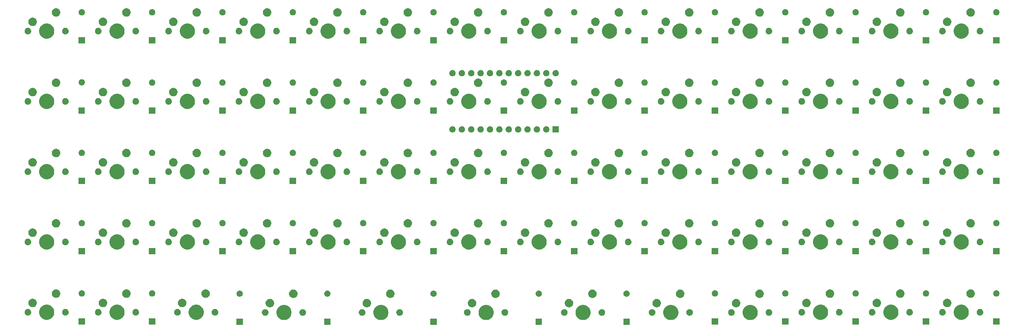
<source format=gbr>
G04 #@! TF.GenerationSoftware,KiCad,Pcbnew,5.0.2-bee76a0~70~ubuntu18.04.1*
G04 #@! TF.CreationDate,2019-02-20T11:48:03+01:00*
G04 #@! TF.ProjectId,kai1,6b616931-2e6b-4696-9361-645f70636258,A*
G04 #@! TF.SameCoordinates,Original*
G04 #@! TF.FileFunction,Soldermask,Top*
G04 #@! TF.FilePolarity,Negative*
%FSLAX46Y46*%
G04 Gerber Fmt 4.6, Leading zero omitted, Abs format (unit mm)*
G04 Created by KiCad (PCBNEW 5.0.2-bee76a0~70~ubuntu18.04.1) date Mi 20 Feb 2019 11:48:03 CET*
%MOMM*%
%LPD*%
G01*
G04 APERTURE LIST*
%ADD10C,0.100000*%
G04 APERTURE END LIST*
D10*
G36*
X240521000Y-170831000D02*
X238819000Y-170831000D01*
X238819000Y-169129000D01*
X240521000Y-169129000D01*
X240521000Y-170831000D01*
X240521000Y-170831000D01*
G37*
G36*
X188271000Y-170831000D02*
X186569000Y-170831000D01*
X186569000Y-169129000D01*
X188271000Y-169129000D01*
X188271000Y-170831000D01*
X188271000Y-170831000D01*
G37*
G36*
X216771000Y-170831000D02*
X215069000Y-170831000D01*
X215069000Y-169129000D01*
X216771000Y-169129000D01*
X216771000Y-170831000D01*
X216771000Y-170831000D01*
G37*
G36*
X159521000Y-170831000D02*
X157819000Y-170831000D01*
X157819000Y-169129000D01*
X159521000Y-169129000D01*
X159521000Y-170831000D01*
X159521000Y-170831000D01*
G37*
G36*
X135771000Y-170831000D02*
X134069000Y-170831000D01*
X134069000Y-169129000D01*
X135771000Y-169129000D01*
X135771000Y-170831000D01*
X135771000Y-170831000D01*
G37*
G36*
X93021000Y-170781000D02*
X91319000Y-170781000D01*
X91319000Y-169079000D01*
X93021000Y-169079000D01*
X93021000Y-170781000D01*
X93021000Y-170781000D01*
G37*
G36*
X112071000Y-170781000D02*
X110369000Y-170781000D01*
X110369000Y-169079000D01*
X112071000Y-169079000D01*
X112071000Y-170781000D01*
X112071000Y-170781000D01*
G37*
G36*
X340671000Y-170781000D02*
X338969000Y-170781000D01*
X338969000Y-169079000D01*
X340671000Y-169079000D01*
X340671000Y-170781000D01*
X340671000Y-170781000D01*
G37*
G36*
X264471000Y-170781000D02*
X262769000Y-170781000D01*
X262769000Y-169079000D01*
X264471000Y-169079000D01*
X264471000Y-170781000D01*
X264471000Y-170781000D01*
G37*
G36*
X283521000Y-170781000D02*
X281819000Y-170781000D01*
X281819000Y-169079000D01*
X283521000Y-169079000D01*
X283521000Y-170781000D01*
X283521000Y-170781000D01*
G37*
G36*
X302571000Y-170781000D02*
X300869000Y-170781000D01*
X300869000Y-169079000D01*
X302571000Y-169079000D01*
X302571000Y-170781000D01*
X302571000Y-170781000D01*
G37*
G36*
X321621000Y-170781000D02*
X319919000Y-170781000D01*
X319919000Y-169079000D01*
X321621000Y-169079000D01*
X321621000Y-170781000D01*
X321621000Y-170781000D01*
G37*
G36*
X202258252Y-165487818D02*
X202258254Y-165487819D01*
X202258255Y-165487819D01*
X202631513Y-165642427D01*
X202892606Y-165816884D01*
X202967439Y-165866886D01*
X203253114Y-166152561D01*
X203253116Y-166152564D01*
X203477573Y-166488487D01*
X203621369Y-166835643D01*
X203632182Y-166861748D01*
X203711000Y-167257993D01*
X203711000Y-167662007D01*
X203636936Y-168034354D01*
X203632181Y-168058255D01*
X203477573Y-168431513D01*
X203477572Y-168431514D01*
X203253114Y-168767439D01*
X202967439Y-169053114D01*
X202967436Y-169053116D01*
X202631513Y-169277573D01*
X202258255Y-169432181D01*
X202258254Y-169432181D01*
X202258252Y-169432182D01*
X201862007Y-169511000D01*
X201457993Y-169511000D01*
X201061748Y-169432182D01*
X201061746Y-169432181D01*
X201061745Y-169432181D01*
X200688487Y-169277573D01*
X200352564Y-169053116D01*
X200352561Y-169053114D01*
X200066886Y-168767439D01*
X199842428Y-168431514D01*
X199842427Y-168431513D01*
X199687819Y-168058255D01*
X199683065Y-168034354D01*
X199609000Y-167662007D01*
X199609000Y-167257993D01*
X199687818Y-166861748D01*
X199698631Y-166835643D01*
X199842427Y-166488487D01*
X200066884Y-166152564D01*
X200066886Y-166152561D01*
X200352561Y-165866886D01*
X200427394Y-165816884D01*
X200688487Y-165642427D01*
X201061745Y-165487819D01*
X201061746Y-165487819D01*
X201061748Y-165487818D01*
X201457993Y-165409000D01*
X201862007Y-165409000D01*
X202258252Y-165487818D01*
X202258252Y-165487818D01*
G37*
G36*
X252258252Y-165487818D02*
X252258254Y-165487819D01*
X252258255Y-165487819D01*
X252631513Y-165642427D01*
X252892606Y-165816884D01*
X252967439Y-165866886D01*
X253253114Y-166152561D01*
X253253116Y-166152564D01*
X253477573Y-166488487D01*
X253621369Y-166835643D01*
X253632182Y-166861748D01*
X253711000Y-167257993D01*
X253711000Y-167662007D01*
X253636936Y-168034354D01*
X253632181Y-168058255D01*
X253477573Y-168431513D01*
X253477572Y-168431514D01*
X253253114Y-168767439D01*
X252967439Y-169053114D01*
X252967436Y-169053116D01*
X252631513Y-169277573D01*
X252258255Y-169432181D01*
X252258254Y-169432181D01*
X252258252Y-169432182D01*
X251862007Y-169511000D01*
X251457993Y-169511000D01*
X251061748Y-169432182D01*
X251061746Y-169432181D01*
X251061745Y-169432181D01*
X250688487Y-169277573D01*
X250352564Y-169053116D01*
X250352561Y-169053114D01*
X250066886Y-168767439D01*
X249842428Y-168431514D01*
X249842427Y-168431513D01*
X249687819Y-168058255D01*
X249683065Y-168034354D01*
X249609000Y-167662007D01*
X249609000Y-167257993D01*
X249687818Y-166861748D01*
X249698631Y-166835643D01*
X249842427Y-166488487D01*
X250066884Y-166152564D01*
X250066886Y-166152561D01*
X250352561Y-165866886D01*
X250427394Y-165816884D01*
X250688487Y-165642427D01*
X251061745Y-165487819D01*
X251061746Y-165487819D01*
X251061748Y-165487818D01*
X251457993Y-165409000D01*
X251862007Y-165409000D01*
X252258252Y-165487818D01*
X252258252Y-165487818D01*
G37*
G36*
X228508252Y-165487818D02*
X228508254Y-165487819D01*
X228508255Y-165487819D01*
X228881513Y-165642427D01*
X229142606Y-165816884D01*
X229217439Y-165866886D01*
X229503114Y-166152561D01*
X229503116Y-166152564D01*
X229727573Y-166488487D01*
X229871369Y-166835643D01*
X229882182Y-166861748D01*
X229961000Y-167257993D01*
X229961000Y-167662007D01*
X229886936Y-168034354D01*
X229882181Y-168058255D01*
X229727573Y-168431513D01*
X229727572Y-168431514D01*
X229503114Y-168767439D01*
X229217439Y-169053114D01*
X229217436Y-169053116D01*
X228881513Y-169277573D01*
X228508255Y-169432181D01*
X228508254Y-169432181D01*
X228508252Y-169432182D01*
X228112007Y-169511000D01*
X227707993Y-169511000D01*
X227311748Y-169432182D01*
X227311746Y-169432181D01*
X227311745Y-169432181D01*
X226938487Y-169277573D01*
X226602564Y-169053116D01*
X226602561Y-169053114D01*
X226316886Y-168767439D01*
X226092428Y-168431514D01*
X226092427Y-168431513D01*
X225937819Y-168058255D01*
X225933065Y-168034354D01*
X225859000Y-167662007D01*
X225859000Y-167257993D01*
X225937818Y-166861748D01*
X225948631Y-166835643D01*
X226092427Y-166488487D01*
X226316884Y-166152564D01*
X226316886Y-166152561D01*
X226602561Y-165866886D01*
X226677394Y-165816884D01*
X226938487Y-165642427D01*
X227311745Y-165487819D01*
X227311746Y-165487819D01*
X227311748Y-165487818D01*
X227707993Y-165409000D01*
X228112007Y-165409000D01*
X228508252Y-165487818D01*
X228508252Y-165487818D01*
G37*
G36*
X147508252Y-165487818D02*
X147508254Y-165487819D01*
X147508255Y-165487819D01*
X147881513Y-165642427D01*
X148142606Y-165816884D01*
X148217439Y-165866886D01*
X148503114Y-166152561D01*
X148503116Y-166152564D01*
X148727573Y-166488487D01*
X148871369Y-166835643D01*
X148882182Y-166861748D01*
X148961000Y-167257993D01*
X148961000Y-167662007D01*
X148886936Y-168034354D01*
X148882181Y-168058255D01*
X148727573Y-168431513D01*
X148727572Y-168431514D01*
X148503114Y-168767439D01*
X148217439Y-169053114D01*
X148217436Y-169053116D01*
X147881513Y-169277573D01*
X147508255Y-169432181D01*
X147508254Y-169432181D01*
X147508252Y-169432182D01*
X147112007Y-169511000D01*
X146707993Y-169511000D01*
X146311748Y-169432182D01*
X146311746Y-169432181D01*
X146311745Y-169432181D01*
X145938487Y-169277573D01*
X145602564Y-169053116D01*
X145602561Y-169053114D01*
X145316886Y-168767439D01*
X145092428Y-168431514D01*
X145092427Y-168431513D01*
X144937819Y-168058255D01*
X144933065Y-168034354D01*
X144859000Y-167662007D01*
X144859000Y-167257993D01*
X144937818Y-166861748D01*
X144948631Y-166835643D01*
X145092427Y-166488487D01*
X145316884Y-166152564D01*
X145316886Y-166152561D01*
X145602561Y-165866886D01*
X145677394Y-165816884D01*
X145938487Y-165642427D01*
X146311745Y-165487819D01*
X146311746Y-165487819D01*
X146311748Y-165487818D01*
X146707993Y-165409000D01*
X147112007Y-165409000D01*
X147508252Y-165487818D01*
X147508252Y-165487818D01*
G37*
G36*
X173758252Y-165487818D02*
X173758254Y-165487819D01*
X173758255Y-165487819D01*
X174131513Y-165642427D01*
X174392606Y-165816884D01*
X174467439Y-165866886D01*
X174753114Y-166152561D01*
X174753116Y-166152564D01*
X174977573Y-166488487D01*
X175121369Y-166835643D01*
X175132182Y-166861748D01*
X175211000Y-167257993D01*
X175211000Y-167662007D01*
X175136936Y-168034354D01*
X175132181Y-168058255D01*
X174977573Y-168431513D01*
X174977572Y-168431514D01*
X174753114Y-168767439D01*
X174467439Y-169053114D01*
X174467436Y-169053116D01*
X174131513Y-169277573D01*
X173758255Y-169432181D01*
X173758254Y-169432181D01*
X173758252Y-169432182D01*
X173362007Y-169511000D01*
X172957993Y-169511000D01*
X172561748Y-169432182D01*
X172561746Y-169432181D01*
X172561745Y-169432181D01*
X172188487Y-169277573D01*
X171852564Y-169053116D01*
X171852561Y-169053114D01*
X171566886Y-168767439D01*
X171342428Y-168431514D01*
X171342427Y-168431513D01*
X171187819Y-168058255D01*
X171183065Y-168034354D01*
X171109000Y-167662007D01*
X171109000Y-167257993D01*
X171187818Y-166861748D01*
X171198631Y-166835643D01*
X171342427Y-166488487D01*
X171566884Y-166152564D01*
X171566886Y-166152561D01*
X171852561Y-165866886D01*
X171927394Y-165816884D01*
X172188487Y-165642427D01*
X172561745Y-165487819D01*
X172561746Y-165487819D01*
X172561748Y-165487818D01*
X172957993Y-165409000D01*
X173362007Y-165409000D01*
X173758252Y-165487818D01*
X173758252Y-165487818D01*
G37*
G36*
X273758252Y-165487818D02*
X273758254Y-165487819D01*
X273758255Y-165487819D01*
X274131513Y-165642427D01*
X274392606Y-165816884D01*
X274467439Y-165866886D01*
X274753114Y-166152561D01*
X274753116Y-166152564D01*
X274977573Y-166488487D01*
X275121369Y-166835643D01*
X275132182Y-166861748D01*
X275211000Y-167257993D01*
X275211000Y-167662007D01*
X275136936Y-168034354D01*
X275132181Y-168058255D01*
X274977573Y-168431513D01*
X274977572Y-168431514D01*
X274753114Y-168767439D01*
X274467439Y-169053114D01*
X274467436Y-169053116D01*
X274131513Y-169277573D01*
X273758255Y-169432181D01*
X273758254Y-169432181D01*
X273758252Y-169432182D01*
X273362007Y-169511000D01*
X272957993Y-169511000D01*
X272561748Y-169432182D01*
X272561746Y-169432181D01*
X272561745Y-169432181D01*
X272188487Y-169277573D01*
X271852564Y-169053116D01*
X271852561Y-169053114D01*
X271566886Y-168767439D01*
X271342428Y-168431514D01*
X271342427Y-168431513D01*
X271187819Y-168058255D01*
X271183065Y-168034354D01*
X271109000Y-167662007D01*
X271109000Y-167257993D01*
X271187818Y-166861748D01*
X271198631Y-166835643D01*
X271342427Y-166488487D01*
X271566884Y-166152564D01*
X271566886Y-166152561D01*
X271852561Y-165866886D01*
X271927394Y-165816884D01*
X272188487Y-165642427D01*
X272561745Y-165487819D01*
X272561746Y-165487819D01*
X272561748Y-165487818D01*
X272957993Y-165409000D01*
X273362007Y-165409000D01*
X273758252Y-165487818D01*
X273758252Y-165487818D01*
G37*
G36*
X311858252Y-165437818D02*
X311858254Y-165437819D01*
X311858255Y-165437819D01*
X312231513Y-165592427D01*
X312562905Y-165813857D01*
X312567439Y-165816886D01*
X312853114Y-166102561D01*
X312853116Y-166102564D01*
X313077573Y-166438487D01*
X313232181Y-166811745D01*
X313232182Y-166811748D01*
X313311000Y-167207993D01*
X313311000Y-167612007D01*
X313236936Y-167984354D01*
X313232181Y-168008255D01*
X313077573Y-168381513D01*
X313077572Y-168381514D01*
X312853114Y-168717439D01*
X312567439Y-169003114D01*
X312567436Y-169003116D01*
X312231513Y-169227573D01*
X311858255Y-169382181D01*
X311858254Y-169382181D01*
X311858252Y-169382182D01*
X311462007Y-169461000D01*
X311057993Y-169461000D01*
X310661748Y-169382182D01*
X310661746Y-169382181D01*
X310661745Y-169382181D01*
X310288487Y-169227573D01*
X309952564Y-169003116D01*
X309952561Y-169003114D01*
X309666886Y-168717439D01*
X309442428Y-168381514D01*
X309442427Y-168381513D01*
X309287819Y-168008255D01*
X309283065Y-167984354D01*
X309209000Y-167612007D01*
X309209000Y-167207993D01*
X309287818Y-166811748D01*
X309287819Y-166811745D01*
X309442427Y-166438487D01*
X309666884Y-166102564D01*
X309666886Y-166102561D01*
X309952561Y-165816886D01*
X309957095Y-165813857D01*
X310288487Y-165592427D01*
X310661745Y-165437819D01*
X310661746Y-165437819D01*
X310661748Y-165437818D01*
X311057993Y-165359000D01*
X311462007Y-165359000D01*
X311858252Y-165437818D01*
X311858252Y-165437818D01*
G37*
G36*
X123758252Y-165437818D02*
X123758254Y-165437819D01*
X123758255Y-165437819D01*
X124131513Y-165592427D01*
X124462905Y-165813857D01*
X124467439Y-165816886D01*
X124753114Y-166102561D01*
X124753116Y-166102564D01*
X124977573Y-166438487D01*
X125132181Y-166811745D01*
X125132182Y-166811748D01*
X125211000Y-167207993D01*
X125211000Y-167612007D01*
X125136936Y-167984354D01*
X125132181Y-168008255D01*
X124977573Y-168381513D01*
X124977572Y-168381514D01*
X124753114Y-168717439D01*
X124467439Y-169003114D01*
X124467436Y-169003116D01*
X124131513Y-169227573D01*
X123758255Y-169382181D01*
X123758254Y-169382181D01*
X123758252Y-169382182D01*
X123362007Y-169461000D01*
X122957993Y-169461000D01*
X122561748Y-169382182D01*
X122561746Y-169382181D01*
X122561745Y-169382181D01*
X122188487Y-169227573D01*
X121852564Y-169003116D01*
X121852561Y-169003114D01*
X121566886Y-168717439D01*
X121342428Y-168381514D01*
X121342427Y-168381513D01*
X121187819Y-168008255D01*
X121183065Y-167984354D01*
X121109000Y-167612007D01*
X121109000Y-167207993D01*
X121187818Y-166811748D01*
X121187819Y-166811745D01*
X121342427Y-166438487D01*
X121566884Y-166102564D01*
X121566886Y-166102561D01*
X121852561Y-165816886D01*
X121857095Y-165813857D01*
X122188487Y-165592427D01*
X122561745Y-165437819D01*
X122561746Y-165437819D01*
X122561748Y-165437818D01*
X122957993Y-165359000D01*
X123362007Y-165359000D01*
X123758252Y-165437818D01*
X123758252Y-165437818D01*
G37*
G36*
X292808252Y-165437818D02*
X292808254Y-165437819D01*
X292808255Y-165437819D01*
X293181513Y-165592427D01*
X293512905Y-165813857D01*
X293517439Y-165816886D01*
X293803114Y-166102561D01*
X293803116Y-166102564D01*
X294027573Y-166438487D01*
X294182181Y-166811745D01*
X294182182Y-166811748D01*
X294261000Y-167207993D01*
X294261000Y-167612007D01*
X294186936Y-167984354D01*
X294182181Y-168008255D01*
X294027573Y-168381513D01*
X294027572Y-168381514D01*
X293803114Y-168717439D01*
X293517439Y-169003114D01*
X293517436Y-169003116D01*
X293181513Y-169227573D01*
X292808255Y-169382181D01*
X292808254Y-169382181D01*
X292808252Y-169382182D01*
X292412007Y-169461000D01*
X292007993Y-169461000D01*
X291611748Y-169382182D01*
X291611746Y-169382181D01*
X291611745Y-169382181D01*
X291238487Y-169227573D01*
X290902564Y-169003116D01*
X290902561Y-169003114D01*
X290616886Y-168717439D01*
X290392428Y-168381514D01*
X290392427Y-168381513D01*
X290237819Y-168008255D01*
X290233065Y-167984354D01*
X290159000Y-167612007D01*
X290159000Y-167207993D01*
X290237818Y-166811748D01*
X290237819Y-166811745D01*
X290392427Y-166438487D01*
X290616884Y-166102564D01*
X290616886Y-166102561D01*
X290902561Y-165816886D01*
X290907095Y-165813857D01*
X291238487Y-165592427D01*
X291611745Y-165437819D01*
X291611746Y-165437819D01*
X291611748Y-165437818D01*
X292007993Y-165359000D01*
X292412007Y-165359000D01*
X292808252Y-165437818D01*
X292808252Y-165437818D01*
G37*
G36*
X330908252Y-165437818D02*
X330908254Y-165437819D01*
X330908255Y-165437819D01*
X331281513Y-165592427D01*
X331612905Y-165813857D01*
X331617439Y-165816886D01*
X331903114Y-166102561D01*
X331903116Y-166102564D01*
X332127573Y-166438487D01*
X332282181Y-166811745D01*
X332282182Y-166811748D01*
X332361000Y-167207993D01*
X332361000Y-167612007D01*
X332286936Y-167984354D01*
X332282181Y-168008255D01*
X332127573Y-168381513D01*
X332127572Y-168381514D01*
X331903114Y-168717439D01*
X331617439Y-169003114D01*
X331617436Y-169003116D01*
X331281513Y-169227573D01*
X330908255Y-169382181D01*
X330908254Y-169382181D01*
X330908252Y-169382182D01*
X330512007Y-169461000D01*
X330107993Y-169461000D01*
X329711748Y-169382182D01*
X329711746Y-169382181D01*
X329711745Y-169382181D01*
X329338487Y-169227573D01*
X329002564Y-169003116D01*
X329002561Y-169003114D01*
X328716886Y-168717439D01*
X328492428Y-168381514D01*
X328492427Y-168381513D01*
X328337819Y-168008255D01*
X328333065Y-167984354D01*
X328259000Y-167612007D01*
X328259000Y-167207993D01*
X328337818Y-166811748D01*
X328337819Y-166811745D01*
X328492427Y-166438487D01*
X328716884Y-166102564D01*
X328716886Y-166102561D01*
X329002561Y-165816886D01*
X329007095Y-165813857D01*
X329338487Y-165592427D01*
X329711745Y-165437819D01*
X329711746Y-165437819D01*
X329711748Y-165437818D01*
X330107993Y-165359000D01*
X330512007Y-165359000D01*
X330908252Y-165437818D01*
X330908252Y-165437818D01*
G37*
G36*
X102308252Y-165437818D02*
X102308254Y-165437819D01*
X102308255Y-165437819D01*
X102681513Y-165592427D01*
X103012905Y-165813857D01*
X103017439Y-165816886D01*
X103303114Y-166102561D01*
X103303116Y-166102564D01*
X103527573Y-166438487D01*
X103682181Y-166811745D01*
X103682182Y-166811748D01*
X103761000Y-167207993D01*
X103761000Y-167612007D01*
X103686936Y-167984354D01*
X103682181Y-168008255D01*
X103527573Y-168381513D01*
X103527572Y-168381514D01*
X103303114Y-168717439D01*
X103017439Y-169003114D01*
X103017436Y-169003116D01*
X102681513Y-169227573D01*
X102308255Y-169382181D01*
X102308254Y-169382181D01*
X102308252Y-169382182D01*
X101912007Y-169461000D01*
X101507993Y-169461000D01*
X101111748Y-169382182D01*
X101111746Y-169382181D01*
X101111745Y-169382181D01*
X100738487Y-169227573D01*
X100402564Y-169003116D01*
X100402561Y-169003114D01*
X100116886Y-168717439D01*
X99892428Y-168381514D01*
X99892427Y-168381513D01*
X99737819Y-168008255D01*
X99733065Y-167984354D01*
X99659000Y-167612007D01*
X99659000Y-167207993D01*
X99737818Y-166811748D01*
X99737819Y-166811745D01*
X99892427Y-166438487D01*
X100116884Y-166102564D01*
X100116886Y-166102561D01*
X100402561Y-165816886D01*
X100407095Y-165813857D01*
X100738487Y-165592427D01*
X101111745Y-165437819D01*
X101111746Y-165437819D01*
X101111748Y-165437818D01*
X101507993Y-165359000D01*
X101912007Y-165359000D01*
X102308252Y-165437818D01*
X102308252Y-165437818D01*
G37*
G36*
X83258252Y-165437818D02*
X83258254Y-165437819D01*
X83258255Y-165437819D01*
X83631513Y-165592427D01*
X83962905Y-165813857D01*
X83967439Y-165816886D01*
X84253114Y-166102561D01*
X84253116Y-166102564D01*
X84477573Y-166438487D01*
X84632181Y-166811745D01*
X84632182Y-166811748D01*
X84711000Y-167207993D01*
X84711000Y-167612007D01*
X84636936Y-167984354D01*
X84632181Y-168008255D01*
X84477573Y-168381513D01*
X84477572Y-168381514D01*
X84253114Y-168717439D01*
X83967439Y-169003114D01*
X83967436Y-169003116D01*
X83631513Y-169227573D01*
X83258255Y-169382181D01*
X83258254Y-169382181D01*
X83258252Y-169382182D01*
X82862007Y-169461000D01*
X82457993Y-169461000D01*
X82061748Y-169382182D01*
X82061746Y-169382181D01*
X82061745Y-169382181D01*
X81688487Y-169227573D01*
X81352564Y-169003116D01*
X81352561Y-169003114D01*
X81066886Y-168717439D01*
X80842428Y-168381514D01*
X80842427Y-168381513D01*
X80687819Y-168008255D01*
X80683065Y-167984354D01*
X80609000Y-167612007D01*
X80609000Y-167207993D01*
X80687818Y-166811748D01*
X80687819Y-166811745D01*
X80842427Y-166438487D01*
X81066884Y-166102564D01*
X81066886Y-166102561D01*
X81352561Y-165816886D01*
X81357095Y-165813857D01*
X81688487Y-165592427D01*
X82061745Y-165437819D01*
X82061746Y-165437819D01*
X82061748Y-165437818D01*
X82457993Y-165359000D01*
X82862007Y-165359000D01*
X83258252Y-165437818D01*
X83258252Y-165437818D01*
G37*
G36*
X233252812Y-166593624D02*
X233416784Y-166661544D01*
X233564354Y-166760147D01*
X233689853Y-166885646D01*
X233788456Y-167033216D01*
X233856376Y-167197188D01*
X233891000Y-167371259D01*
X233891000Y-167548741D01*
X233856376Y-167722812D01*
X233788456Y-167886784D01*
X233689853Y-168034354D01*
X233564354Y-168159853D01*
X233416784Y-168258456D01*
X233252812Y-168326376D01*
X233078741Y-168361000D01*
X232901259Y-168361000D01*
X232727188Y-168326376D01*
X232563216Y-168258456D01*
X232415646Y-168159853D01*
X232290147Y-168034354D01*
X232191544Y-167886784D01*
X232123624Y-167722812D01*
X232089000Y-167548741D01*
X232089000Y-167371259D01*
X232123624Y-167197188D01*
X232191544Y-167033216D01*
X232290147Y-166885646D01*
X232415646Y-166760147D01*
X232563216Y-166661544D01*
X232727188Y-166593624D01*
X232901259Y-166559000D01*
X233078741Y-166559000D01*
X233252812Y-166593624D01*
X233252812Y-166593624D01*
G37*
G36*
X178502812Y-166593624D02*
X178666784Y-166661544D01*
X178814354Y-166760147D01*
X178939853Y-166885646D01*
X179038456Y-167033216D01*
X179106376Y-167197188D01*
X179141000Y-167371259D01*
X179141000Y-167548741D01*
X179106376Y-167722812D01*
X179038456Y-167886784D01*
X178939853Y-168034354D01*
X178814354Y-168159853D01*
X178666784Y-168258456D01*
X178502812Y-168326376D01*
X178328741Y-168361000D01*
X178151259Y-168361000D01*
X177977188Y-168326376D01*
X177813216Y-168258456D01*
X177665646Y-168159853D01*
X177540147Y-168034354D01*
X177441544Y-167886784D01*
X177373624Y-167722812D01*
X177339000Y-167548741D01*
X177339000Y-167371259D01*
X177373624Y-167197188D01*
X177441544Y-167033216D01*
X177540147Y-166885646D01*
X177665646Y-166760147D01*
X177813216Y-166661544D01*
X177977188Y-166593624D01*
X178151259Y-166559000D01*
X178328741Y-166559000D01*
X178502812Y-166593624D01*
X178502812Y-166593624D01*
G37*
G36*
X278502812Y-166593624D02*
X278666784Y-166661544D01*
X278814354Y-166760147D01*
X278939853Y-166885646D01*
X279038456Y-167033216D01*
X279106376Y-167197188D01*
X279141000Y-167371259D01*
X279141000Y-167548741D01*
X279106376Y-167722812D01*
X279038456Y-167886784D01*
X278939853Y-168034354D01*
X278814354Y-168159853D01*
X278666784Y-168258456D01*
X278502812Y-168326376D01*
X278328741Y-168361000D01*
X278151259Y-168361000D01*
X277977188Y-168326376D01*
X277813216Y-168258456D01*
X277665646Y-168159853D01*
X277540147Y-168034354D01*
X277441544Y-167886784D01*
X277373624Y-167722812D01*
X277339000Y-167548741D01*
X277339000Y-167371259D01*
X277373624Y-167197188D01*
X277441544Y-167033216D01*
X277540147Y-166885646D01*
X277665646Y-166760147D01*
X277813216Y-166661544D01*
X277977188Y-166593624D01*
X278151259Y-166559000D01*
X278328741Y-166559000D01*
X278502812Y-166593624D01*
X278502812Y-166593624D01*
G37*
G36*
X142092812Y-166593624D02*
X142256784Y-166661544D01*
X142404354Y-166760147D01*
X142529853Y-166885646D01*
X142628456Y-167033216D01*
X142696376Y-167197188D01*
X142731000Y-167371259D01*
X142731000Y-167548741D01*
X142696376Y-167722812D01*
X142628456Y-167886784D01*
X142529853Y-168034354D01*
X142404354Y-168159853D01*
X142256784Y-168258456D01*
X142092812Y-168326376D01*
X141918741Y-168361000D01*
X141741259Y-168361000D01*
X141567188Y-168326376D01*
X141403216Y-168258456D01*
X141255646Y-168159853D01*
X141130147Y-168034354D01*
X141031544Y-167886784D01*
X140963624Y-167722812D01*
X140929000Y-167548741D01*
X140929000Y-167371259D01*
X140963624Y-167197188D01*
X141031544Y-167033216D01*
X141130147Y-166885646D01*
X141255646Y-166760147D01*
X141403216Y-166661544D01*
X141567188Y-166593624D01*
X141741259Y-166559000D01*
X141918741Y-166559000D01*
X142092812Y-166593624D01*
X142092812Y-166593624D01*
G37*
G36*
X152252812Y-166593624D02*
X152416784Y-166661544D01*
X152564354Y-166760147D01*
X152689853Y-166885646D01*
X152788456Y-167033216D01*
X152856376Y-167197188D01*
X152891000Y-167371259D01*
X152891000Y-167548741D01*
X152856376Y-167722812D01*
X152788456Y-167886784D01*
X152689853Y-168034354D01*
X152564354Y-168159853D01*
X152416784Y-168258456D01*
X152252812Y-168326376D01*
X152078741Y-168361000D01*
X151901259Y-168361000D01*
X151727188Y-168326376D01*
X151563216Y-168258456D01*
X151415646Y-168159853D01*
X151290147Y-168034354D01*
X151191544Y-167886784D01*
X151123624Y-167722812D01*
X151089000Y-167548741D01*
X151089000Y-167371259D01*
X151123624Y-167197188D01*
X151191544Y-167033216D01*
X151290147Y-166885646D01*
X151415646Y-166760147D01*
X151563216Y-166661544D01*
X151727188Y-166593624D01*
X151901259Y-166559000D01*
X152078741Y-166559000D01*
X152252812Y-166593624D01*
X152252812Y-166593624D01*
G37*
G36*
X223092812Y-166593624D02*
X223256784Y-166661544D01*
X223404354Y-166760147D01*
X223529853Y-166885646D01*
X223628456Y-167033216D01*
X223696376Y-167197188D01*
X223731000Y-167371259D01*
X223731000Y-167548741D01*
X223696376Y-167722812D01*
X223628456Y-167886784D01*
X223529853Y-168034354D01*
X223404354Y-168159853D01*
X223256784Y-168258456D01*
X223092812Y-168326376D01*
X222918741Y-168361000D01*
X222741259Y-168361000D01*
X222567188Y-168326376D01*
X222403216Y-168258456D01*
X222255646Y-168159853D01*
X222130147Y-168034354D01*
X222031544Y-167886784D01*
X221963624Y-167722812D01*
X221929000Y-167548741D01*
X221929000Y-167371259D01*
X221963624Y-167197188D01*
X222031544Y-167033216D01*
X222130147Y-166885646D01*
X222255646Y-166760147D01*
X222403216Y-166661544D01*
X222567188Y-166593624D01*
X222741259Y-166559000D01*
X222918741Y-166559000D01*
X223092812Y-166593624D01*
X223092812Y-166593624D01*
G37*
G36*
X246842812Y-166593624D02*
X247006784Y-166661544D01*
X247154354Y-166760147D01*
X247279853Y-166885646D01*
X247378456Y-167033216D01*
X247446376Y-167197188D01*
X247481000Y-167371259D01*
X247481000Y-167548741D01*
X247446376Y-167722812D01*
X247378456Y-167886784D01*
X247279853Y-168034354D01*
X247154354Y-168159853D01*
X247006784Y-168258456D01*
X246842812Y-168326376D01*
X246668741Y-168361000D01*
X246491259Y-168361000D01*
X246317188Y-168326376D01*
X246153216Y-168258456D01*
X246005646Y-168159853D01*
X245880147Y-168034354D01*
X245781544Y-167886784D01*
X245713624Y-167722812D01*
X245679000Y-167548741D01*
X245679000Y-167371259D01*
X245713624Y-167197188D01*
X245781544Y-167033216D01*
X245880147Y-166885646D01*
X246005646Y-166760147D01*
X246153216Y-166661544D01*
X246317188Y-166593624D01*
X246491259Y-166559000D01*
X246668741Y-166559000D01*
X246842812Y-166593624D01*
X246842812Y-166593624D01*
G37*
G36*
X168342812Y-166593624D02*
X168506784Y-166661544D01*
X168654354Y-166760147D01*
X168779853Y-166885646D01*
X168878456Y-167033216D01*
X168946376Y-167197188D01*
X168981000Y-167371259D01*
X168981000Y-167548741D01*
X168946376Y-167722812D01*
X168878456Y-167886784D01*
X168779853Y-168034354D01*
X168654354Y-168159853D01*
X168506784Y-168258456D01*
X168342812Y-168326376D01*
X168168741Y-168361000D01*
X167991259Y-168361000D01*
X167817188Y-168326376D01*
X167653216Y-168258456D01*
X167505646Y-168159853D01*
X167380147Y-168034354D01*
X167281544Y-167886784D01*
X167213624Y-167722812D01*
X167179000Y-167548741D01*
X167179000Y-167371259D01*
X167213624Y-167197188D01*
X167281544Y-167033216D01*
X167380147Y-166885646D01*
X167505646Y-166760147D01*
X167653216Y-166661544D01*
X167817188Y-166593624D01*
X167991259Y-166559000D01*
X168168741Y-166559000D01*
X168342812Y-166593624D01*
X168342812Y-166593624D01*
G37*
G36*
X268342812Y-166593624D02*
X268506784Y-166661544D01*
X268654354Y-166760147D01*
X268779853Y-166885646D01*
X268878456Y-167033216D01*
X268946376Y-167197188D01*
X268981000Y-167371259D01*
X268981000Y-167548741D01*
X268946376Y-167722812D01*
X268878456Y-167886784D01*
X268779853Y-168034354D01*
X268654354Y-168159853D01*
X268506784Y-168258456D01*
X268342812Y-168326376D01*
X268168741Y-168361000D01*
X267991259Y-168361000D01*
X267817188Y-168326376D01*
X267653216Y-168258456D01*
X267505646Y-168159853D01*
X267380147Y-168034354D01*
X267281544Y-167886784D01*
X267213624Y-167722812D01*
X267179000Y-167548741D01*
X267179000Y-167371259D01*
X267213624Y-167197188D01*
X267281544Y-167033216D01*
X267380147Y-166885646D01*
X267505646Y-166760147D01*
X267653216Y-166661544D01*
X267817188Y-166593624D01*
X267991259Y-166559000D01*
X268168741Y-166559000D01*
X268342812Y-166593624D01*
X268342812Y-166593624D01*
G37*
G36*
X207002812Y-166593624D02*
X207166784Y-166661544D01*
X207314354Y-166760147D01*
X207439853Y-166885646D01*
X207538456Y-167033216D01*
X207606376Y-167197188D01*
X207641000Y-167371259D01*
X207641000Y-167548741D01*
X207606376Y-167722812D01*
X207538456Y-167886784D01*
X207439853Y-168034354D01*
X207314354Y-168159853D01*
X207166784Y-168258456D01*
X207002812Y-168326376D01*
X206828741Y-168361000D01*
X206651259Y-168361000D01*
X206477188Y-168326376D01*
X206313216Y-168258456D01*
X206165646Y-168159853D01*
X206040147Y-168034354D01*
X205941544Y-167886784D01*
X205873624Y-167722812D01*
X205839000Y-167548741D01*
X205839000Y-167371259D01*
X205873624Y-167197188D01*
X205941544Y-167033216D01*
X206040147Y-166885646D01*
X206165646Y-166760147D01*
X206313216Y-166661544D01*
X206477188Y-166593624D01*
X206651259Y-166559000D01*
X206828741Y-166559000D01*
X207002812Y-166593624D01*
X207002812Y-166593624D01*
G37*
G36*
X257002812Y-166593624D02*
X257166784Y-166661544D01*
X257314354Y-166760147D01*
X257439853Y-166885646D01*
X257538456Y-167033216D01*
X257606376Y-167197188D01*
X257641000Y-167371259D01*
X257641000Y-167548741D01*
X257606376Y-167722812D01*
X257538456Y-167886784D01*
X257439853Y-168034354D01*
X257314354Y-168159853D01*
X257166784Y-168258456D01*
X257002812Y-168326376D01*
X256828741Y-168361000D01*
X256651259Y-168361000D01*
X256477188Y-168326376D01*
X256313216Y-168258456D01*
X256165646Y-168159853D01*
X256040147Y-168034354D01*
X255941544Y-167886784D01*
X255873624Y-167722812D01*
X255839000Y-167548741D01*
X255839000Y-167371259D01*
X255873624Y-167197188D01*
X255941544Y-167033216D01*
X256040147Y-166885646D01*
X256165646Y-166760147D01*
X256313216Y-166661544D01*
X256477188Y-166593624D01*
X256651259Y-166559000D01*
X256828741Y-166559000D01*
X257002812Y-166593624D01*
X257002812Y-166593624D01*
G37*
G36*
X196842812Y-166593624D02*
X197006784Y-166661544D01*
X197154354Y-166760147D01*
X197279853Y-166885646D01*
X197378456Y-167033216D01*
X197446376Y-167197188D01*
X197481000Y-167371259D01*
X197481000Y-167548741D01*
X197446376Y-167722812D01*
X197378456Y-167886784D01*
X197279853Y-168034354D01*
X197154354Y-168159853D01*
X197006784Y-168258456D01*
X196842812Y-168326376D01*
X196668741Y-168361000D01*
X196491259Y-168361000D01*
X196317188Y-168326376D01*
X196153216Y-168258456D01*
X196005646Y-168159853D01*
X195880147Y-168034354D01*
X195781544Y-167886784D01*
X195713624Y-167722812D01*
X195679000Y-167548741D01*
X195679000Y-167371259D01*
X195713624Y-167197188D01*
X195781544Y-167033216D01*
X195880147Y-166885646D01*
X196005646Y-166760147D01*
X196153216Y-166661544D01*
X196317188Y-166593624D01*
X196491259Y-166559000D01*
X196668741Y-166559000D01*
X196842812Y-166593624D01*
X196842812Y-166593624D01*
G37*
G36*
X128502812Y-166543624D02*
X128666784Y-166611544D01*
X128814354Y-166710147D01*
X128939853Y-166835646D01*
X129038456Y-166983216D01*
X129106376Y-167147188D01*
X129141000Y-167321259D01*
X129141000Y-167498741D01*
X129106376Y-167672812D01*
X129038456Y-167836784D01*
X128939853Y-167984354D01*
X128814354Y-168109853D01*
X128666784Y-168208456D01*
X128502812Y-168276376D01*
X128328741Y-168311000D01*
X128151259Y-168311000D01*
X127977188Y-168276376D01*
X127813216Y-168208456D01*
X127665646Y-168109853D01*
X127540147Y-167984354D01*
X127441544Y-167836784D01*
X127373624Y-167672812D01*
X127339000Y-167498741D01*
X127339000Y-167321259D01*
X127373624Y-167147188D01*
X127441544Y-166983216D01*
X127540147Y-166835646D01*
X127665646Y-166710147D01*
X127813216Y-166611544D01*
X127977188Y-166543624D01*
X128151259Y-166509000D01*
X128328741Y-166509000D01*
X128502812Y-166543624D01*
X128502812Y-166543624D01*
G37*
G36*
X118342812Y-166543624D02*
X118506784Y-166611544D01*
X118654354Y-166710147D01*
X118779853Y-166835646D01*
X118878456Y-166983216D01*
X118946376Y-167147188D01*
X118981000Y-167321259D01*
X118981000Y-167498741D01*
X118946376Y-167672812D01*
X118878456Y-167836784D01*
X118779853Y-167984354D01*
X118654354Y-168109853D01*
X118506784Y-168208456D01*
X118342812Y-168276376D01*
X118168741Y-168311000D01*
X117991259Y-168311000D01*
X117817188Y-168276376D01*
X117653216Y-168208456D01*
X117505646Y-168109853D01*
X117380147Y-167984354D01*
X117281544Y-167836784D01*
X117213624Y-167672812D01*
X117179000Y-167498741D01*
X117179000Y-167321259D01*
X117213624Y-167147188D01*
X117281544Y-166983216D01*
X117380147Y-166835646D01*
X117505646Y-166710147D01*
X117653216Y-166611544D01*
X117817188Y-166543624D01*
X117991259Y-166509000D01*
X118168741Y-166509000D01*
X118342812Y-166543624D01*
X118342812Y-166543624D01*
G37*
G36*
X77842812Y-166543624D02*
X78006784Y-166611544D01*
X78154354Y-166710147D01*
X78279853Y-166835646D01*
X78378456Y-166983216D01*
X78446376Y-167147188D01*
X78481000Y-167321259D01*
X78481000Y-167498741D01*
X78446376Y-167672812D01*
X78378456Y-167836784D01*
X78279853Y-167984354D01*
X78154354Y-168109853D01*
X78006784Y-168208456D01*
X77842812Y-168276376D01*
X77668741Y-168311000D01*
X77491259Y-168311000D01*
X77317188Y-168276376D01*
X77153216Y-168208456D01*
X77005646Y-168109853D01*
X76880147Y-167984354D01*
X76781544Y-167836784D01*
X76713624Y-167672812D01*
X76679000Y-167498741D01*
X76679000Y-167321259D01*
X76713624Y-167147188D01*
X76781544Y-166983216D01*
X76880147Y-166835646D01*
X77005646Y-166710147D01*
X77153216Y-166611544D01*
X77317188Y-166543624D01*
X77491259Y-166509000D01*
X77668741Y-166509000D01*
X77842812Y-166543624D01*
X77842812Y-166543624D01*
G37*
G36*
X88002812Y-166543624D02*
X88166784Y-166611544D01*
X88314354Y-166710147D01*
X88439853Y-166835646D01*
X88538456Y-166983216D01*
X88606376Y-167147188D01*
X88641000Y-167321259D01*
X88641000Y-167498741D01*
X88606376Y-167672812D01*
X88538456Y-167836784D01*
X88439853Y-167984354D01*
X88314354Y-168109853D01*
X88166784Y-168208456D01*
X88002812Y-168276376D01*
X87828741Y-168311000D01*
X87651259Y-168311000D01*
X87477188Y-168276376D01*
X87313216Y-168208456D01*
X87165646Y-168109853D01*
X87040147Y-167984354D01*
X86941544Y-167836784D01*
X86873624Y-167672812D01*
X86839000Y-167498741D01*
X86839000Y-167321259D01*
X86873624Y-167147188D01*
X86941544Y-166983216D01*
X87040147Y-166835646D01*
X87165646Y-166710147D01*
X87313216Y-166611544D01*
X87477188Y-166543624D01*
X87651259Y-166509000D01*
X87828741Y-166509000D01*
X88002812Y-166543624D01*
X88002812Y-166543624D01*
G37*
G36*
X107052812Y-166543624D02*
X107216784Y-166611544D01*
X107364354Y-166710147D01*
X107489853Y-166835646D01*
X107588456Y-166983216D01*
X107656376Y-167147188D01*
X107691000Y-167321259D01*
X107691000Y-167498741D01*
X107656376Y-167672812D01*
X107588456Y-167836784D01*
X107489853Y-167984354D01*
X107364354Y-168109853D01*
X107216784Y-168208456D01*
X107052812Y-168276376D01*
X106878741Y-168311000D01*
X106701259Y-168311000D01*
X106527188Y-168276376D01*
X106363216Y-168208456D01*
X106215646Y-168109853D01*
X106090147Y-167984354D01*
X105991544Y-167836784D01*
X105923624Y-167672812D01*
X105889000Y-167498741D01*
X105889000Y-167321259D01*
X105923624Y-167147188D01*
X105991544Y-166983216D01*
X106090147Y-166835646D01*
X106215646Y-166710147D01*
X106363216Y-166611544D01*
X106527188Y-166543624D01*
X106701259Y-166509000D01*
X106878741Y-166509000D01*
X107052812Y-166543624D01*
X107052812Y-166543624D01*
G37*
G36*
X96892812Y-166543624D02*
X97056784Y-166611544D01*
X97204354Y-166710147D01*
X97329853Y-166835646D01*
X97428456Y-166983216D01*
X97496376Y-167147188D01*
X97531000Y-167321259D01*
X97531000Y-167498741D01*
X97496376Y-167672812D01*
X97428456Y-167836784D01*
X97329853Y-167984354D01*
X97204354Y-168109853D01*
X97056784Y-168208456D01*
X96892812Y-168276376D01*
X96718741Y-168311000D01*
X96541259Y-168311000D01*
X96367188Y-168276376D01*
X96203216Y-168208456D01*
X96055646Y-168109853D01*
X95930147Y-167984354D01*
X95831544Y-167836784D01*
X95763624Y-167672812D01*
X95729000Y-167498741D01*
X95729000Y-167321259D01*
X95763624Y-167147188D01*
X95831544Y-166983216D01*
X95930147Y-166835646D01*
X96055646Y-166710147D01*
X96203216Y-166611544D01*
X96367188Y-166543624D01*
X96541259Y-166509000D01*
X96718741Y-166509000D01*
X96892812Y-166543624D01*
X96892812Y-166543624D01*
G37*
G36*
X325492812Y-166543624D02*
X325656784Y-166611544D01*
X325804354Y-166710147D01*
X325929853Y-166835646D01*
X326028456Y-166983216D01*
X326096376Y-167147188D01*
X326131000Y-167321259D01*
X326131000Y-167498741D01*
X326096376Y-167672812D01*
X326028456Y-167836784D01*
X325929853Y-167984354D01*
X325804354Y-168109853D01*
X325656784Y-168208456D01*
X325492812Y-168276376D01*
X325318741Y-168311000D01*
X325141259Y-168311000D01*
X324967188Y-168276376D01*
X324803216Y-168208456D01*
X324655646Y-168109853D01*
X324530147Y-167984354D01*
X324431544Y-167836784D01*
X324363624Y-167672812D01*
X324329000Y-167498741D01*
X324329000Y-167321259D01*
X324363624Y-167147188D01*
X324431544Y-166983216D01*
X324530147Y-166835646D01*
X324655646Y-166710147D01*
X324803216Y-166611544D01*
X324967188Y-166543624D01*
X325141259Y-166509000D01*
X325318741Y-166509000D01*
X325492812Y-166543624D01*
X325492812Y-166543624D01*
G37*
G36*
X335652812Y-166543624D02*
X335816784Y-166611544D01*
X335964354Y-166710147D01*
X336089853Y-166835646D01*
X336188456Y-166983216D01*
X336256376Y-167147188D01*
X336291000Y-167321259D01*
X336291000Y-167498741D01*
X336256376Y-167672812D01*
X336188456Y-167836784D01*
X336089853Y-167984354D01*
X335964354Y-168109853D01*
X335816784Y-168208456D01*
X335652812Y-168276376D01*
X335478741Y-168311000D01*
X335301259Y-168311000D01*
X335127188Y-168276376D01*
X334963216Y-168208456D01*
X334815646Y-168109853D01*
X334690147Y-167984354D01*
X334591544Y-167836784D01*
X334523624Y-167672812D01*
X334489000Y-167498741D01*
X334489000Y-167321259D01*
X334523624Y-167147188D01*
X334591544Y-166983216D01*
X334690147Y-166835646D01*
X334815646Y-166710147D01*
X334963216Y-166611544D01*
X335127188Y-166543624D01*
X335301259Y-166509000D01*
X335478741Y-166509000D01*
X335652812Y-166543624D01*
X335652812Y-166543624D01*
G37*
G36*
X306442812Y-166543624D02*
X306606784Y-166611544D01*
X306754354Y-166710147D01*
X306879853Y-166835646D01*
X306978456Y-166983216D01*
X307046376Y-167147188D01*
X307081000Y-167321259D01*
X307081000Y-167498741D01*
X307046376Y-167672812D01*
X306978456Y-167836784D01*
X306879853Y-167984354D01*
X306754354Y-168109853D01*
X306606784Y-168208456D01*
X306442812Y-168276376D01*
X306268741Y-168311000D01*
X306091259Y-168311000D01*
X305917188Y-168276376D01*
X305753216Y-168208456D01*
X305605646Y-168109853D01*
X305480147Y-167984354D01*
X305381544Y-167836784D01*
X305313624Y-167672812D01*
X305279000Y-167498741D01*
X305279000Y-167321259D01*
X305313624Y-167147188D01*
X305381544Y-166983216D01*
X305480147Y-166835646D01*
X305605646Y-166710147D01*
X305753216Y-166611544D01*
X305917188Y-166543624D01*
X306091259Y-166509000D01*
X306268741Y-166509000D01*
X306442812Y-166543624D01*
X306442812Y-166543624D01*
G37*
G36*
X297552812Y-166543624D02*
X297716784Y-166611544D01*
X297864354Y-166710147D01*
X297989853Y-166835646D01*
X298088456Y-166983216D01*
X298156376Y-167147188D01*
X298191000Y-167321259D01*
X298191000Y-167498741D01*
X298156376Y-167672812D01*
X298088456Y-167836784D01*
X297989853Y-167984354D01*
X297864354Y-168109853D01*
X297716784Y-168208456D01*
X297552812Y-168276376D01*
X297378741Y-168311000D01*
X297201259Y-168311000D01*
X297027188Y-168276376D01*
X296863216Y-168208456D01*
X296715646Y-168109853D01*
X296590147Y-167984354D01*
X296491544Y-167836784D01*
X296423624Y-167672812D01*
X296389000Y-167498741D01*
X296389000Y-167321259D01*
X296423624Y-167147188D01*
X296491544Y-166983216D01*
X296590147Y-166835646D01*
X296715646Y-166710147D01*
X296863216Y-166611544D01*
X297027188Y-166543624D01*
X297201259Y-166509000D01*
X297378741Y-166509000D01*
X297552812Y-166543624D01*
X297552812Y-166543624D01*
G37*
G36*
X287392812Y-166543624D02*
X287556784Y-166611544D01*
X287704354Y-166710147D01*
X287829853Y-166835646D01*
X287928456Y-166983216D01*
X287996376Y-167147188D01*
X288031000Y-167321259D01*
X288031000Y-167498741D01*
X287996376Y-167672812D01*
X287928456Y-167836784D01*
X287829853Y-167984354D01*
X287704354Y-168109853D01*
X287556784Y-168208456D01*
X287392812Y-168276376D01*
X287218741Y-168311000D01*
X287041259Y-168311000D01*
X286867188Y-168276376D01*
X286703216Y-168208456D01*
X286555646Y-168109853D01*
X286430147Y-167984354D01*
X286331544Y-167836784D01*
X286263624Y-167672812D01*
X286229000Y-167498741D01*
X286229000Y-167321259D01*
X286263624Y-167147188D01*
X286331544Y-166983216D01*
X286430147Y-166835646D01*
X286555646Y-166710147D01*
X286703216Y-166611544D01*
X286867188Y-166543624D01*
X287041259Y-166509000D01*
X287218741Y-166509000D01*
X287392812Y-166543624D01*
X287392812Y-166543624D01*
G37*
G36*
X316602812Y-166543624D02*
X316766784Y-166611544D01*
X316914354Y-166710147D01*
X317039853Y-166835646D01*
X317138456Y-166983216D01*
X317206376Y-167147188D01*
X317241000Y-167321259D01*
X317241000Y-167498741D01*
X317206376Y-167672812D01*
X317138456Y-167836784D01*
X317039853Y-167984354D01*
X316914354Y-168109853D01*
X316766784Y-168208456D01*
X316602812Y-168276376D01*
X316428741Y-168311000D01*
X316251259Y-168311000D01*
X316077188Y-168276376D01*
X315913216Y-168208456D01*
X315765646Y-168109853D01*
X315640147Y-167984354D01*
X315541544Y-167836784D01*
X315473624Y-167672812D01*
X315439000Y-167498741D01*
X315439000Y-167321259D01*
X315473624Y-167147188D01*
X315541544Y-166983216D01*
X315640147Y-166835646D01*
X315765646Y-166710147D01*
X315913216Y-166611544D01*
X316077188Y-166543624D01*
X316251259Y-166509000D01*
X316428741Y-166509000D01*
X316602812Y-166543624D01*
X316602812Y-166543624D01*
G37*
G36*
X224435734Y-163813232D02*
X224645202Y-163899996D01*
X224833723Y-164025962D01*
X224994038Y-164186277D01*
X225120004Y-164374798D01*
X225206768Y-164584266D01*
X225251000Y-164806635D01*
X225251000Y-165033365D01*
X225206768Y-165255734D01*
X225120004Y-165465202D01*
X224994038Y-165653723D01*
X224833723Y-165814038D01*
X224645202Y-165940004D01*
X224435734Y-166026768D01*
X224213365Y-166071000D01*
X223986635Y-166071000D01*
X223764266Y-166026768D01*
X223554798Y-165940004D01*
X223366277Y-165814038D01*
X223205962Y-165653723D01*
X223079996Y-165465202D01*
X222993232Y-165255734D01*
X222949000Y-165033365D01*
X222949000Y-164806635D01*
X222993232Y-164584266D01*
X223079996Y-164374798D01*
X223205962Y-164186277D01*
X223366277Y-164025962D01*
X223554798Y-163899996D01*
X223764266Y-163813232D01*
X223986635Y-163769000D01*
X224213365Y-163769000D01*
X224435734Y-163813232D01*
X224435734Y-163813232D01*
G37*
G36*
X269685734Y-163813232D02*
X269895202Y-163899996D01*
X270083723Y-164025962D01*
X270244038Y-164186277D01*
X270370004Y-164374798D01*
X270456768Y-164584266D01*
X270501000Y-164806635D01*
X270501000Y-165033365D01*
X270456768Y-165255734D01*
X270370004Y-165465202D01*
X270244038Y-165653723D01*
X270083723Y-165814038D01*
X269895202Y-165940004D01*
X269685734Y-166026768D01*
X269463365Y-166071000D01*
X269236635Y-166071000D01*
X269014266Y-166026768D01*
X268804798Y-165940004D01*
X268616277Y-165814038D01*
X268455962Y-165653723D01*
X268329996Y-165465202D01*
X268243232Y-165255734D01*
X268199000Y-165033365D01*
X268199000Y-164806635D01*
X268243232Y-164584266D01*
X268329996Y-164374798D01*
X268455962Y-164186277D01*
X268616277Y-164025962D01*
X268804798Y-163899996D01*
X269014266Y-163813232D01*
X269236635Y-163769000D01*
X269463365Y-163769000D01*
X269685734Y-163813232D01*
X269685734Y-163813232D01*
G37*
G36*
X248185734Y-163813232D02*
X248395202Y-163899996D01*
X248583723Y-164025962D01*
X248744038Y-164186277D01*
X248870004Y-164374798D01*
X248956768Y-164584266D01*
X249001000Y-164806635D01*
X249001000Y-165033365D01*
X248956768Y-165255734D01*
X248870004Y-165465202D01*
X248744038Y-165653723D01*
X248583723Y-165814038D01*
X248395202Y-165940004D01*
X248185734Y-166026768D01*
X247963365Y-166071000D01*
X247736635Y-166071000D01*
X247514266Y-166026768D01*
X247304798Y-165940004D01*
X247116277Y-165814038D01*
X246955962Y-165653723D01*
X246829996Y-165465202D01*
X246743232Y-165255734D01*
X246699000Y-165033365D01*
X246699000Y-164806635D01*
X246743232Y-164584266D01*
X246829996Y-164374798D01*
X246955962Y-164186277D01*
X247116277Y-164025962D01*
X247304798Y-163899996D01*
X247514266Y-163813232D01*
X247736635Y-163769000D01*
X247963365Y-163769000D01*
X248185734Y-163813232D01*
X248185734Y-163813232D01*
G37*
G36*
X198185734Y-163813232D02*
X198395202Y-163899996D01*
X198583723Y-164025962D01*
X198744038Y-164186277D01*
X198870004Y-164374798D01*
X198956768Y-164584266D01*
X199001000Y-164806635D01*
X199001000Y-165033365D01*
X198956768Y-165255734D01*
X198870004Y-165465202D01*
X198744038Y-165653723D01*
X198583723Y-165814038D01*
X198395202Y-165940004D01*
X198185734Y-166026768D01*
X197963365Y-166071000D01*
X197736635Y-166071000D01*
X197514266Y-166026768D01*
X197304798Y-165940004D01*
X197116277Y-165814038D01*
X196955962Y-165653723D01*
X196829996Y-165465202D01*
X196743232Y-165255734D01*
X196699000Y-165033365D01*
X196699000Y-164806635D01*
X196743232Y-164584266D01*
X196829996Y-164374798D01*
X196955962Y-164186277D01*
X197116277Y-164025962D01*
X197304798Y-163899996D01*
X197514266Y-163813232D01*
X197736635Y-163769000D01*
X197963365Y-163769000D01*
X198185734Y-163813232D01*
X198185734Y-163813232D01*
G37*
G36*
X169685734Y-163813232D02*
X169895202Y-163899996D01*
X170083723Y-164025962D01*
X170244038Y-164186277D01*
X170370004Y-164374798D01*
X170456768Y-164584266D01*
X170501000Y-164806635D01*
X170501000Y-165033365D01*
X170456768Y-165255734D01*
X170370004Y-165465202D01*
X170244038Y-165653723D01*
X170083723Y-165814038D01*
X169895202Y-165940004D01*
X169685734Y-166026768D01*
X169463365Y-166071000D01*
X169236635Y-166071000D01*
X169014266Y-166026768D01*
X168804798Y-165940004D01*
X168616277Y-165814038D01*
X168455962Y-165653723D01*
X168329996Y-165465202D01*
X168243232Y-165255734D01*
X168199000Y-165033365D01*
X168199000Y-164806635D01*
X168243232Y-164584266D01*
X168329996Y-164374798D01*
X168455962Y-164186277D01*
X168616277Y-164025962D01*
X168804798Y-163899996D01*
X169014266Y-163813232D01*
X169236635Y-163769000D01*
X169463365Y-163769000D01*
X169685734Y-163813232D01*
X169685734Y-163813232D01*
G37*
G36*
X143435734Y-163813232D02*
X143645202Y-163899996D01*
X143833723Y-164025962D01*
X143994038Y-164186277D01*
X144120004Y-164374798D01*
X144206768Y-164584266D01*
X144251000Y-164806635D01*
X144251000Y-165033365D01*
X144206768Y-165255734D01*
X144120004Y-165465202D01*
X143994038Y-165653723D01*
X143833723Y-165814038D01*
X143645202Y-165940004D01*
X143435734Y-166026768D01*
X143213365Y-166071000D01*
X142986635Y-166071000D01*
X142764266Y-166026768D01*
X142554798Y-165940004D01*
X142366277Y-165814038D01*
X142205962Y-165653723D01*
X142079996Y-165465202D01*
X141993232Y-165255734D01*
X141949000Y-165033365D01*
X141949000Y-164806635D01*
X141993232Y-164584266D01*
X142079996Y-164374798D01*
X142205962Y-164186277D01*
X142366277Y-164025962D01*
X142554798Y-163899996D01*
X142764266Y-163813232D01*
X142986635Y-163769000D01*
X143213365Y-163769000D01*
X143435734Y-163813232D01*
X143435734Y-163813232D01*
G37*
G36*
X288735734Y-163763232D02*
X288945202Y-163849996D01*
X289133723Y-163975962D01*
X289294038Y-164136277D01*
X289420004Y-164324798D01*
X289506768Y-164534266D01*
X289551000Y-164756635D01*
X289551000Y-164983365D01*
X289506768Y-165205734D01*
X289420004Y-165415202D01*
X289294038Y-165603723D01*
X289133723Y-165764038D01*
X288945202Y-165890004D01*
X288735734Y-165976768D01*
X288513365Y-166021000D01*
X288286635Y-166021000D01*
X288064266Y-165976768D01*
X287854798Y-165890004D01*
X287666277Y-165764038D01*
X287505962Y-165603723D01*
X287379996Y-165415202D01*
X287293232Y-165205734D01*
X287249000Y-164983365D01*
X287249000Y-164756635D01*
X287293232Y-164534266D01*
X287379996Y-164324798D01*
X287505962Y-164136277D01*
X287666277Y-163975962D01*
X287854798Y-163849996D01*
X288064266Y-163763232D01*
X288286635Y-163719000D01*
X288513365Y-163719000D01*
X288735734Y-163763232D01*
X288735734Y-163763232D01*
G37*
G36*
X307785734Y-163763232D02*
X307995202Y-163849996D01*
X308183723Y-163975962D01*
X308344038Y-164136277D01*
X308470004Y-164324798D01*
X308556768Y-164534266D01*
X308601000Y-164756635D01*
X308601000Y-164983365D01*
X308556768Y-165205734D01*
X308470004Y-165415202D01*
X308344038Y-165603723D01*
X308183723Y-165764038D01*
X307995202Y-165890004D01*
X307785734Y-165976768D01*
X307563365Y-166021000D01*
X307336635Y-166021000D01*
X307114266Y-165976768D01*
X306904798Y-165890004D01*
X306716277Y-165764038D01*
X306555962Y-165603723D01*
X306429996Y-165415202D01*
X306343232Y-165205734D01*
X306299000Y-164983365D01*
X306299000Y-164756635D01*
X306343232Y-164534266D01*
X306429996Y-164324798D01*
X306555962Y-164136277D01*
X306716277Y-163975962D01*
X306904798Y-163849996D01*
X307114266Y-163763232D01*
X307336635Y-163719000D01*
X307563365Y-163719000D01*
X307785734Y-163763232D01*
X307785734Y-163763232D01*
G37*
G36*
X79185734Y-163763232D02*
X79395202Y-163849996D01*
X79583723Y-163975962D01*
X79744038Y-164136277D01*
X79870004Y-164324798D01*
X79956768Y-164534266D01*
X80001000Y-164756635D01*
X80001000Y-164983365D01*
X79956768Y-165205734D01*
X79870004Y-165415202D01*
X79744038Y-165603723D01*
X79583723Y-165764038D01*
X79395202Y-165890004D01*
X79185734Y-165976768D01*
X78963365Y-166021000D01*
X78736635Y-166021000D01*
X78514266Y-165976768D01*
X78304798Y-165890004D01*
X78116277Y-165764038D01*
X77955962Y-165603723D01*
X77829996Y-165415202D01*
X77743232Y-165205734D01*
X77699000Y-164983365D01*
X77699000Y-164756635D01*
X77743232Y-164534266D01*
X77829996Y-164324798D01*
X77955962Y-164136277D01*
X78116277Y-163975962D01*
X78304798Y-163849996D01*
X78514266Y-163763232D01*
X78736635Y-163719000D01*
X78963365Y-163719000D01*
X79185734Y-163763232D01*
X79185734Y-163763232D01*
G37*
G36*
X119685734Y-163763232D02*
X119895202Y-163849996D01*
X120083723Y-163975962D01*
X120244038Y-164136277D01*
X120370004Y-164324798D01*
X120456768Y-164534266D01*
X120501000Y-164756635D01*
X120501000Y-164983365D01*
X120456768Y-165205734D01*
X120370004Y-165415202D01*
X120244038Y-165603723D01*
X120083723Y-165764038D01*
X119895202Y-165890004D01*
X119685734Y-165976768D01*
X119463365Y-166021000D01*
X119236635Y-166021000D01*
X119014266Y-165976768D01*
X118804798Y-165890004D01*
X118616277Y-165764038D01*
X118455962Y-165603723D01*
X118329996Y-165415202D01*
X118243232Y-165205734D01*
X118199000Y-164983365D01*
X118199000Y-164756635D01*
X118243232Y-164534266D01*
X118329996Y-164324798D01*
X118455962Y-164136277D01*
X118616277Y-163975962D01*
X118804798Y-163849996D01*
X119014266Y-163763232D01*
X119236635Y-163719000D01*
X119463365Y-163719000D01*
X119685734Y-163763232D01*
X119685734Y-163763232D01*
G37*
G36*
X98235734Y-163763232D02*
X98445202Y-163849996D01*
X98633723Y-163975962D01*
X98794038Y-164136277D01*
X98920004Y-164324798D01*
X99006768Y-164534266D01*
X99051000Y-164756635D01*
X99051000Y-164983365D01*
X99006768Y-165205734D01*
X98920004Y-165415202D01*
X98794038Y-165603723D01*
X98633723Y-165764038D01*
X98445202Y-165890004D01*
X98235734Y-165976768D01*
X98013365Y-166021000D01*
X97786635Y-166021000D01*
X97564266Y-165976768D01*
X97354798Y-165890004D01*
X97166277Y-165764038D01*
X97005962Y-165603723D01*
X96879996Y-165415202D01*
X96793232Y-165205734D01*
X96749000Y-164983365D01*
X96749000Y-164756635D01*
X96793232Y-164534266D01*
X96879996Y-164324798D01*
X97005962Y-164136277D01*
X97166277Y-163975962D01*
X97354798Y-163849996D01*
X97564266Y-163763232D01*
X97786635Y-163719000D01*
X98013365Y-163719000D01*
X98235734Y-163763232D01*
X98235734Y-163763232D01*
G37*
G36*
X326835734Y-163763232D02*
X327045202Y-163849996D01*
X327233723Y-163975962D01*
X327394038Y-164136277D01*
X327520004Y-164324798D01*
X327606768Y-164534266D01*
X327651000Y-164756635D01*
X327651000Y-164983365D01*
X327606768Y-165205734D01*
X327520004Y-165415202D01*
X327394038Y-165603723D01*
X327233723Y-165764038D01*
X327045202Y-165890004D01*
X326835734Y-165976768D01*
X326613365Y-166021000D01*
X326386635Y-166021000D01*
X326164266Y-165976768D01*
X325954798Y-165890004D01*
X325766277Y-165764038D01*
X325605962Y-165603723D01*
X325479996Y-165415202D01*
X325393232Y-165205734D01*
X325349000Y-164983365D01*
X325349000Y-164756635D01*
X325393232Y-164534266D01*
X325479996Y-164324798D01*
X325605962Y-164136277D01*
X325766277Y-163975962D01*
X325954798Y-163849996D01*
X326164266Y-163763232D01*
X326386635Y-163719000D01*
X326613365Y-163719000D01*
X326835734Y-163763232D01*
X326835734Y-163763232D01*
G37*
G36*
X176035734Y-161273232D02*
X176245202Y-161359996D01*
X176433723Y-161485962D01*
X176594038Y-161646277D01*
X176720004Y-161834798D01*
X176806768Y-162044266D01*
X176851000Y-162266635D01*
X176851000Y-162493365D01*
X176806768Y-162715734D01*
X176720004Y-162925202D01*
X176594038Y-163113723D01*
X176433723Y-163274038D01*
X176245202Y-163400004D01*
X176035734Y-163486768D01*
X175813365Y-163531000D01*
X175586635Y-163531000D01*
X175364266Y-163486768D01*
X175154798Y-163400004D01*
X174966277Y-163274038D01*
X174805962Y-163113723D01*
X174679996Y-162925202D01*
X174593232Y-162715734D01*
X174549000Y-162493365D01*
X174549000Y-162266635D01*
X174593232Y-162044266D01*
X174679996Y-161834798D01*
X174805962Y-161646277D01*
X174966277Y-161485962D01*
X175154798Y-161359996D01*
X175364266Y-161273232D01*
X175586635Y-161229000D01*
X175813365Y-161229000D01*
X176035734Y-161273232D01*
X176035734Y-161273232D01*
G37*
G36*
X204535734Y-161273232D02*
X204745202Y-161359996D01*
X204933723Y-161485962D01*
X205094038Y-161646277D01*
X205220004Y-161834798D01*
X205306768Y-162044266D01*
X205351000Y-162266635D01*
X205351000Y-162493365D01*
X205306768Y-162715734D01*
X205220004Y-162925202D01*
X205094038Y-163113723D01*
X204933723Y-163274038D01*
X204745202Y-163400004D01*
X204535734Y-163486768D01*
X204313365Y-163531000D01*
X204086635Y-163531000D01*
X203864266Y-163486768D01*
X203654798Y-163400004D01*
X203466277Y-163274038D01*
X203305962Y-163113723D01*
X203179996Y-162925202D01*
X203093232Y-162715734D01*
X203049000Y-162493365D01*
X203049000Y-162266635D01*
X203093232Y-162044266D01*
X203179996Y-161834798D01*
X203305962Y-161646277D01*
X203466277Y-161485962D01*
X203654798Y-161359996D01*
X203864266Y-161273232D01*
X204086635Y-161229000D01*
X204313365Y-161229000D01*
X204535734Y-161273232D01*
X204535734Y-161273232D01*
G37*
G36*
X149785734Y-161273232D02*
X149995202Y-161359996D01*
X150183723Y-161485962D01*
X150344038Y-161646277D01*
X150470004Y-161834798D01*
X150556768Y-162044266D01*
X150601000Y-162266635D01*
X150601000Y-162493365D01*
X150556768Y-162715734D01*
X150470004Y-162925202D01*
X150344038Y-163113723D01*
X150183723Y-163274038D01*
X149995202Y-163400004D01*
X149785734Y-163486768D01*
X149563365Y-163531000D01*
X149336635Y-163531000D01*
X149114266Y-163486768D01*
X148904798Y-163400004D01*
X148716277Y-163274038D01*
X148555962Y-163113723D01*
X148429996Y-162925202D01*
X148343232Y-162715734D01*
X148299000Y-162493365D01*
X148299000Y-162266635D01*
X148343232Y-162044266D01*
X148429996Y-161834798D01*
X148555962Y-161646277D01*
X148716277Y-161485962D01*
X148904798Y-161359996D01*
X149114266Y-161273232D01*
X149336635Y-161229000D01*
X149563365Y-161229000D01*
X149785734Y-161273232D01*
X149785734Y-161273232D01*
G37*
G36*
X254535734Y-161273232D02*
X254745202Y-161359996D01*
X254933723Y-161485962D01*
X255094038Y-161646277D01*
X255220004Y-161834798D01*
X255306768Y-162044266D01*
X255351000Y-162266635D01*
X255351000Y-162493365D01*
X255306768Y-162715734D01*
X255220004Y-162925202D01*
X255094038Y-163113723D01*
X254933723Y-163274038D01*
X254745202Y-163400004D01*
X254535734Y-163486768D01*
X254313365Y-163531000D01*
X254086635Y-163531000D01*
X253864266Y-163486768D01*
X253654798Y-163400004D01*
X253466277Y-163274038D01*
X253305962Y-163113723D01*
X253179996Y-162925202D01*
X253093232Y-162715734D01*
X253049000Y-162493365D01*
X253049000Y-162266635D01*
X253093232Y-162044266D01*
X253179996Y-161834798D01*
X253305962Y-161646277D01*
X253466277Y-161485962D01*
X253654798Y-161359996D01*
X253864266Y-161273232D01*
X254086635Y-161229000D01*
X254313365Y-161229000D01*
X254535734Y-161273232D01*
X254535734Y-161273232D01*
G37*
G36*
X230785734Y-161273232D02*
X230995202Y-161359996D01*
X231183723Y-161485962D01*
X231344038Y-161646277D01*
X231470004Y-161834798D01*
X231556768Y-162044266D01*
X231601000Y-162266635D01*
X231601000Y-162493365D01*
X231556768Y-162715734D01*
X231470004Y-162925202D01*
X231344038Y-163113723D01*
X231183723Y-163274038D01*
X230995202Y-163400004D01*
X230785734Y-163486768D01*
X230563365Y-163531000D01*
X230336635Y-163531000D01*
X230114266Y-163486768D01*
X229904798Y-163400004D01*
X229716277Y-163274038D01*
X229555962Y-163113723D01*
X229429996Y-162925202D01*
X229343232Y-162715734D01*
X229299000Y-162493365D01*
X229299000Y-162266635D01*
X229343232Y-162044266D01*
X229429996Y-161834798D01*
X229555962Y-161646277D01*
X229716277Y-161485962D01*
X229904798Y-161359996D01*
X230114266Y-161273232D01*
X230336635Y-161229000D01*
X230563365Y-161229000D01*
X230785734Y-161273232D01*
X230785734Y-161273232D01*
G37*
G36*
X276035734Y-161273232D02*
X276245202Y-161359996D01*
X276433723Y-161485962D01*
X276594038Y-161646277D01*
X276720004Y-161834798D01*
X276806768Y-162044266D01*
X276851000Y-162266635D01*
X276851000Y-162493365D01*
X276806768Y-162715734D01*
X276720004Y-162925202D01*
X276594038Y-163113723D01*
X276433723Y-163274038D01*
X276245202Y-163400004D01*
X276035734Y-163486768D01*
X275813365Y-163531000D01*
X275586635Y-163531000D01*
X275364266Y-163486768D01*
X275154798Y-163400004D01*
X274966277Y-163274038D01*
X274805962Y-163113723D01*
X274679996Y-162925202D01*
X274593232Y-162715734D01*
X274549000Y-162493365D01*
X274549000Y-162266635D01*
X274593232Y-162044266D01*
X274679996Y-161834798D01*
X274805962Y-161646277D01*
X274966277Y-161485962D01*
X275154798Y-161359996D01*
X275364266Y-161273232D01*
X275586635Y-161229000D01*
X275813365Y-161229000D01*
X276035734Y-161273232D01*
X276035734Y-161273232D01*
G37*
G36*
X333185734Y-161223232D02*
X333395202Y-161309996D01*
X333583723Y-161435962D01*
X333744038Y-161596277D01*
X333870004Y-161784798D01*
X333956768Y-161994266D01*
X334001000Y-162216635D01*
X334001000Y-162443365D01*
X333956768Y-162665734D01*
X333870004Y-162875202D01*
X333744038Y-163063723D01*
X333583723Y-163224038D01*
X333395202Y-163350004D01*
X333185734Y-163436768D01*
X332963365Y-163481000D01*
X332736635Y-163481000D01*
X332514266Y-163436768D01*
X332304798Y-163350004D01*
X332116277Y-163224038D01*
X331955962Y-163063723D01*
X331829996Y-162875202D01*
X331743232Y-162665734D01*
X331699000Y-162443365D01*
X331699000Y-162216635D01*
X331743232Y-161994266D01*
X331829996Y-161784798D01*
X331955962Y-161596277D01*
X332116277Y-161435962D01*
X332304798Y-161309996D01*
X332514266Y-161223232D01*
X332736635Y-161179000D01*
X332963365Y-161179000D01*
X333185734Y-161223232D01*
X333185734Y-161223232D01*
G37*
G36*
X104585734Y-161223232D02*
X104795202Y-161309996D01*
X104983723Y-161435962D01*
X105144038Y-161596277D01*
X105270004Y-161784798D01*
X105356768Y-161994266D01*
X105401000Y-162216635D01*
X105401000Y-162443365D01*
X105356768Y-162665734D01*
X105270004Y-162875202D01*
X105144038Y-163063723D01*
X104983723Y-163224038D01*
X104795202Y-163350004D01*
X104585734Y-163436768D01*
X104363365Y-163481000D01*
X104136635Y-163481000D01*
X103914266Y-163436768D01*
X103704798Y-163350004D01*
X103516277Y-163224038D01*
X103355962Y-163063723D01*
X103229996Y-162875202D01*
X103143232Y-162665734D01*
X103099000Y-162443365D01*
X103099000Y-162216635D01*
X103143232Y-161994266D01*
X103229996Y-161784798D01*
X103355962Y-161596277D01*
X103516277Y-161435962D01*
X103704798Y-161309996D01*
X103914266Y-161223232D01*
X104136635Y-161179000D01*
X104363365Y-161179000D01*
X104585734Y-161223232D01*
X104585734Y-161223232D01*
G37*
G36*
X85535734Y-161223232D02*
X85745202Y-161309996D01*
X85933723Y-161435962D01*
X86094038Y-161596277D01*
X86220004Y-161784798D01*
X86306768Y-161994266D01*
X86351000Y-162216635D01*
X86351000Y-162443365D01*
X86306768Y-162665734D01*
X86220004Y-162875202D01*
X86094038Y-163063723D01*
X85933723Y-163224038D01*
X85745202Y-163350004D01*
X85535734Y-163436768D01*
X85313365Y-163481000D01*
X85086635Y-163481000D01*
X84864266Y-163436768D01*
X84654798Y-163350004D01*
X84466277Y-163224038D01*
X84305962Y-163063723D01*
X84179996Y-162875202D01*
X84093232Y-162665734D01*
X84049000Y-162443365D01*
X84049000Y-162216635D01*
X84093232Y-161994266D01*
X84179996Y-161784798D01*
X84305962Y-161596277D01*
X84466277Y-161435962D01*
X84654798Y-161309996D01*
X84864266Y-161223232D01*
X85086635Y-161179000D01*
X85313365Y-161179000D01*
X85535734Y-161223232D01*
X85535734Y-161223232D01*
G37*
G36*
X126035734Y-161223232D02*
X126245202Y-161309996D01*
X126433723Y-161435962D01*
X126594038Y-161596277D01*
X126720004Y-161784798D01*
X126806768Y-161994266D01*
X126851000Y-162216635D01*
X126851000Y-162443365D01*
X126806768Y-162665734D01*
X126720004Y-162875202D01*
X126594038Y-163063723D01*
X126433723Y-163224038D01*
X126245202Y-163350004D01*
X126035734Y-163436768D01*
X125813365Y-163481000D01*
X125586635Y-163481000D01*
X125364266Y-163436768D01*
X125154798Y-163350004D01*
X124966277Y-163224038D01*
X124805962Y-163063723D01*
X124679996Y-162875202D01*
X124593232Y-162665734D01*
X124549000Y-162443365D01*
X124549000Y-162216635D01*
X124593232Y-161994266D01*
X124679996Y-161784798D01*
X124805962Y-161596277D01*
X124966277Y-161435962D01*
X125154798Y-161309996D01*
X125364266Y-161223232D01*
X125586635Y-161179000D01*
X125813365Y-161179000D01*
X126035734Y-161223232D01*
X126035734Y-161223232D01*
G37*
G36*
X295085734Y-161223232D02*
X295295202Y-161309996D01*
X295483723Y-161435962D01*
X295644038Y-161596277D01*
X295770004Y-161784798D01*
X295856768Y-161994266D01*
X295901000Y-162216635D01*
X295901000Y-162443365D01*
X295856768Y-162665734D01*
X295770004Y-162875202D01*
X295644038Y-163063723D01*
X295483723Y-163224038D01*
X295295202Y-163350004D01*
X295085734Y-163436768D01*
X294863365Y-163481000D01*
X294636635Y-163481000D01*
X294414266Y-163436768D01*
X294204798Y-163350004D01*
X294016277Y-163224038D01*
X293855962Y-163063723D01*
X293729996Y-162875202D01*
X293643232Y-162665734D01*
X293599000Y-162443365D01*
X293599000Y-162216635D01*
X293643232Y-161994266D01*
X293729996Y-161784798D01*
X293855962Y-161596277D01*
X294016277Y-161435962D01*
X294204798Y-161309996D01*
X294414266Y-161223232D01*
X294636635Y-161179000D01*
X294863365Y-161179000D01*
X295085734Y-161223232D01*
X295085734Y-161223232D01*
G37*
G36*
X314135734Y-161223232D02*
X314345202Y-161309996D01*
X314533723Y-161435962D01*
X314694038Y-161596277D01*
X314820004Y-161784798D01*
X314906768Y-161994266D01*
X314951000Y-162216635D01*
X314951000Y-162443365D01*
X314906768Y-162665734D01*
X314820004Y-162875202D01*
X314694038Y-163063723D01*
X314533723Y-163224038D01*
X314345202Y-163350004D01*
X314135734Y-163436768D01*
X313913365Y-163481000D01*
X313686635Y-163481000D01*
X313464266Y-163436768D01*
X313254798Y-163350004D01*
X313066277Y-163224038D01*
X312905962Y-163063723D01*
X312779996Y-162875202D01*
X312693232Y-162665734D01*
X312649000Y-162443365D01*
X312649000Y-162216635D01*
X312693232Y-161994266D01*
X312779996Y-161784798D01*
X312905962Y-161596277D01*
X313066277Y-161435962D01*
X313254798Y-161309996D01*
X313464266Y-161223232D01*
X313686635Y-161179000D01*
X313913365Y-161179000D01*
X314135734Y-161223232D01*
X314135734Y-161223232D01*
G37*
G36*
X239836821Y-161521313D02*
X239836824Y-161521314D01*
X239836825Y-161521314D01*
X239997239Y-161569975D01*
X239997241Y-161569976D01*
X239997244Y-161569977D01*
X240145078Y-161648995D01*
X240274659Y-161755341D01*
X240381005Y-161884922D01*
X240460023Y-162032756D01*
X240460024Y-162032759D01*
X240460025Y-162032761D01*
X240493520Y-162143179D01*
X240508687Y-162193179D01*
X240525117Y-162360000D01*
X240508687Y-162526821D01*
X240508686Y-162526824D01*
X240508686Y-162526825D01*
X240475191Y-162637244D01*
X240460023Y-162687244D01*
X240381005Y-162835078D01*
X240274659Y-162964659D01*
X240145078Y-163071005D01*
X239997244Y-163150023D01*
X239997241Y-163150024D01*
X239997239Y-163150025D01*
X239836825Y-163198686D01*
X239836824Y-163198686D01*
X239836821Y-163198687D01*
X239711804Y-163211000D01*
X239628196Y-163211000D01*
X239503179Y-163198687D01*
X239503176Y-163198686D01*
X239503175Y-163198686D01*
X239342761Y-163150025D01*
X239342759Y-163150024D01*
X239342756Y-163150023D01*
X239194922Y-163071005D01*
X239065341Y-162964659D01*
X238958995Y-162835078D01*
X238879977Y-162687244D01*
X238864810Y-162637244D01*
X238831314Y-162526825D01*
X238831314Y-162526824D01*
X238831313Y-162526821D01*
X238814883Y-162360000D01*
X238831313Y-162193179D01*
X238846480Y-162143179D01*
X238879975Y-162032761D01*
X238879976Y-162032759D01*
X238879977Y-162032756D01*
X238958995Y-161884922D01*
X239065341Y-161755341D01*
X239194922Y-161648995D01*
X239342756Y-161569977D01*
X239342759Y-161569976D01*
X239342761Y-161569975D01*
X239503175Y-161521314D01*
X239503176Y-161521314D01*
X239503179Y-161521313D01*
X239628196Y-161509000D01*
X239711804Y-161509000D01*
X239836821Y-161521313D01*
X239836821Y-161521313D01*
G37*
G36*
X158836821Y-161521313D02*
X158836824Y-161521314D01*
X158836825Y-161521314D01*
X158997239Y-161569975D01*
X158997241Y-161569976D01*
X158997244Y-161569977D01*
X159145078Y-161648995D01*
X159274659Y-161755341D01*
X159381005Y-161884922D01*
X159460023Y-162032756D01*
X159460024Y-162032759D01*
X159460025Y-162032761D01*
X159493520Y-162143179D01*
X159508687Y-162193179D01*
X159525117Y-162360000D01*
X159508687Y-162526821D01*
X159508686Y-162526824D01*
X159508686Y-162526825D01*
X159475191Y-162637244D01*
X159460023Y-162687244D01*
X159381005Y-162835078D01*
X159274659Y-162964659D01*
X159145078Y-163071005D01*
X158997244Y-163150023D01*
X158997241Y-163150024D01*
X158997239Y-163150025D01*
X158836825Y-163198686D01*
X158836824Y-163198686D01*
X158836821Y-163198687D01*
X158711804Y-163211000D01*
X158628196Y-163211000D01*
X158503179Y-163198687D01*
X158503176Y-163198686D01*
X158503175Y-163198686D01*
X158342761Y-163150025D01*
X158342759Y-163150024D01*
X158342756Y-163150023D01*
X158194922Y-163071005D01*
X158065341Y-162964659D01*
X157958995Y-162835078D01*
X157879977Y-162687244D01*
X157864810Y-162637244D01*
X157831314Y-162526825D01*
X157831314Y-162526824D01*
X157831313Y-162526821D01*
X157814883Y-162360000D01*
X157831313Y-162193179D01*
X157846480Y-162143179D01*
X157879975Y-162032761D01*
X157879976Y-162032759D01*
X157879977Y-162032756D01*
X157958995Y-161884922D01*
X158065341Y-161755341D01*
X158194922Y-161648995D01*
X158342756Y-161569977D01*
X158342759Y-161569976D01*
X158342761Y-161569975D01*
X158503175Y-161521314D01*
X158503176Y-161521314D01*
X158503179Y-161521313D01*
X158628196Y-161509000D01*
X158711804Y-161509000D01*
X158836821Y-161521313D01*
X158836821Y-161521313D01*
G37*
G36*
X187586821Y-161521313D02*
X187586824Y-161521314D01*
X187586825Y-161521314D01*
X187747239Y-161569975D01*
X187747241Y-161569976D01*
X187747244Y-161569977D01*
X187895078Y-161648995D01*
X188024659Y-161755341D01*
X188131005Y-161884922D01*
X188210023Y-162032756D01*
X188210024Y-162032759D01*
X188210025Y-162032761D01*
X188243520Y-162143179D01*
X188258687Y-162193179D01*
X188275117Y-162360000D01*
X188258687Y-162526821D01*
X188258686Y-162526824D01*
X188258686Y-162526825D01*
X188225191Y-162637244D01*
X188210023Y-162687244D01*
X188131005Y-162835078D01*
X188024659Y-162964659D01*
X187895078Y-163071005D01*
X187747244Y-163150023D01*
X187747241Y-163150024D01*
X187747239Y-163150025D01*
X187586825Y-163198686D01*
X187586824Y-163198686D01*
X187586821Y-163198687D01*
X187461804Y-163211000D01*
X187378196Y-163211000D01*
X187253179Y-163198687D01*
X187253176Y-163198686D01*
X187253175Y-163198686D01*
X187092761Y-163150025D01*
X187092759Y-163150024D01*
X187092756Y-163150023D01*
X186944922Y-163071005D01*
X186815341Y-162964659D01*
X186708995Y-162835078D01*
X186629977Y-162687244D01*
X186614810Y-162637244D01*
X186581314Y-162526825D01*
X186581314Y-162526824D01*
X186581313Y-162526821D01*
X186564883Y-162360000D01*
X186581313Y-162193179D01*
X186596480Y-162143179D01*
X186629975Y-162032761D01*
X186629976Y-162032759D01*
X186629977Y-162032756D01*
X186708995Y-161884922D01*
X186815341Y-161755341D01*
X186944922Y-161648995D01*
X187092756Y-161569977D01*
X187092759Y-161569976D01*
X187092761Y-161569975D01*
X187253175Y-161521314D01*
X187253176Y-161521314D01*
X187253179Y-161521313D01*
X187378196Y-161509000D01*
X187461804Y-161509000D01*
X187586821Y-161521313D01*
X187586821Y-161521313D01*
G37*
G36*
X135086821Y-161521313D02*
X135086824Y-161521314D01*
X135086825Y-161521314D01*
X135247239Y-161569975D01*
X135247241Y-161569976D01*
X135247244Y-161569977D01*
X135395078Y-161648995D01*
X135524659Y-161755341D01*
X135631005Y-161884922D01*
X135710023Y-162032756D01*
X135710024Y-162032759D01*
X135710025Y-162032761D01*
X135743520Y-162143179D01*
X135758687Y-162193179D01*
X135775117Y-162360000D01*
X135758687Y-162526821D01*
X135758686Y-162526824D01*
X135758686Y-162526825D01*
X135725191Y-162637244D01*
X135710023Y-162687244D01*
X135631005Y-162835078D01*
X135524659Y-162964659D01*
X135395078Y-163071005D01*
X135247244Y-163150023D01*
X135247241Y-163150024D01*
X135247239Y-163150025D01*
X135086825Y-163198686D01*
X135086824Y-163198686D01*
X135086821Y-163198687D01*
X134961804Y-163211000D01*
X134878196Y-163211000D01*
X134753179Y-163198687D01*
X134753176Y-163198686D01*
X134753175Y-163198686D01*
X134592761Y-163150025D01*
X134592759Y-163150024D01*
X134592756Y-163150023D01*
X134444922Y-163071005D01*
X134315341Y-162964659D01*
X134208995Y-162835078D01*
X134129977Y-162687244D01*
X134114810Y-162637244D01*
X134081314Y-162526825D01*
X134081314Y-162526824D01*
X134081313Y-162526821D01*
X134064883Y-162360000D01*
X134081313Y-162193179D01*
X134096480Y-162143179D01*
X134129975Y-162032761D01*
X134129976Y-162032759D01*
X134129977Y-162032756D01*
X134208995Y-161884922D01*
X134315341Y-161755341D01*
X134444922Y-161648995D01*
X134592756Y-161569977D01*
X134592759Y-161569976D01*
X134592761Y-161569975D01*
X134753175Y-161521314D01*
X134753176Y-161521314D01*
X134753179Y-161521313D01*
X134878196Y-161509000D01*
X134961804Y-161509000D01*
X135086821Y-161521313D01*
X135086821Y-161521313D01*
G37*
G36*
X216086821Y-161521313D02*
X216086824Y-161521314D01*
X216086825Y-161521314D01*
X216247239Y-161569975D01*
X216247241Y-161569976D01*
X216247244Y-161569977D01*
X216395078Y-161648995D01*
X216524659Y-161755341D01*
X216631005Y-161884922D01*
X216710023Y-162032756D01*
X216710024Y-162032759D01*
X216710025Y-162032761D01*
X216743520Y-162143179D01*
X216758687Y-162193179D01*
X216775117Y-162360000D01*
X216758687Y-162526821D01*
X216758686Y-162526824D01*
X216758686Y-162526825D01*
X216725191Y-162637244D01*
X216710023Y-162687244D01*
X216631005Y-162835078D01*
X216524659Y-162964659D01*
X216395078Y-163071005D01*
X216247244Y-163150023D01*
X216247241Y-163150024D01*
X216247239Y-163150025D01*
X216086825Y-163198686D01*
X216086824Y-163198686D01*
X216086821Y-163198687D01*
X215961804Y-163211000D01*
X215878196Y-163211000D01*
X215753179Y-163198687D01*
X215753176Y-163198686D01*
X215753175Y-163198686D01*
X215592761Y-163150025D01*
X215592759Y-163150024D01*
X215592756Y-163150023D01*
X215444922Y-163071005D01*
X215315341Y-162964659D01*
X215208995Y-162835078D01*
X215129977Y-162687244D01*
X215114810Y-162637244D01*
X215081314Y-162526825D01*
X215081314Y-162526824D01*
X215081313Y-162526821D01*
X215064883Y-162360000D01*
X215081313Y-162193179D01*
X215096480Y-162143179D01*
X215129975Y-162032761D01*
X215129976Y-162032759D01*
X215129977Y-162032756D01*
X215208995Y-161884922D01*
X215315341Y-161755341D01*
X215444922Y-161648995D01*
X215592756Y-161569977D01*
X215592759Y-161569976D01*
X215592761Y-161569975D01*
X215753175Y-161521314D01*
X215753176Y-161521314D01*
X215753179Y-161521313D01*
X215878196Y-161509000D01*
X215961804Y-161509000D01*
X216086821Y-161521313D01*
X216086821Y-161521313D01*
G37*
G36*
X263786821Y-161471313D02*
X263786824Y-161471314D01*
X263786825Y-161471314D01*
X263947239Y-161519975D01*
X263947241Y-161519976D01*
X263947244Y-161519977D01*
X264095078Y-161598995D01*
X264224659Y-161705341D01*
X264331005Y-161834922D01*
X264410023Y-161982756D01*
X264410024Y-161982759D01*
X264410025Y-161982761D01*
X264425192Y-162032761D01*
X264458687Y-162143179D01*
X264475117Y-162310000D01*
X264458687Y-162476821D01*
X264458686Y-162476824D01*
X264458686Y-162476825D01*
X264443519Y-162526825D01*
X264410023Y-162637244D01*
X264331005Y-162785078D01*
X264224659Y-162914659D01*
X264095078Y-163021005D01*
X263947244Y-163100023D01*
X263947241Y-163100024D01*
X263947239Y-163100025D01*
X263786825Y-163148686D01*
X263786824Y-163148686D01*
X263786821Y-163148687D01*
X263661804Y-163161000D01*
X263578196Y-163161000D01*
X263453179Y-163148687D01*
X263453176Y-163148686D01*
X263453175Y-163148686D01*
X263292761Y-163100025D01*
X263292759Y-163100024D01*
X263292756Y-163100023D01*
X263144922Y-163021005D01*
X263015341Y-162914659D01*
X262908995Y-162785078D01*
X262829977Y-162637244D01*
X262796482Y-162526825D01*
X262781314Y-162476825D01*
X262781314Y-162476824D01*
X262781313Y-162476821D01*
X262764883Y-162310000D01*
X262781313Y-162143179D01*
X262814808Y-162032761D01*
X262829975Y-161982761D01*
X262829976Y-161982759D01*
X262829977Y-161982756D01*
X262908995Y-161834922D01*
X263015341Y-161705341D01*
X263144922Y-161598995D01*
X263292756Y-161519977D01*
X263292759Y-161519976D01*
X263292761Y-161519975D01*
X263453175Y-161471314D01*
X263453176Y-161471314D01*
X263453179Y-161471313D01*
X263578196Y-161459000D01*
X263661804Y-161459000D01*
X263786821Y-161471313D01*
X263786821Y-161471313D01*
G37*
G36*
X282836821Y-161471313D02*
X282836824Y-161471314D01*
X282836825Y-161471314D01*
X282997239Y-161519975D01*
X282997241Y-161519976D01*
X282997244Y-161519977D01*
X283145078Y-161598995D01*
X283274659Y-161705341D01*
X283381005Y-161834922D01*
X283460023Y-161982756D01*
X283460024Y-161982759D01*
X283460025Y-161982761D01*
X283475192Y-162032761D01*
X283508687Y-162143179D01*
X283525117Y-162310000D01*
X283508687Y-162476821D01*
X283508686Y-162476824D01*
X283508686Y-162476825D01*
X283493519Y-162526825D01*
X283460023Y-162637244D01*
X283381005Y-162785078D01*
X283274659Y-162914659D01*
X283145078Y-163021005D01*
X282997244Y-163100023D01*
X282997241Y-163100024D01*
X282997239Y-163100025D01*
X282836825Y-163148686D01*
X282836824Y-163148686D01*
X282836821Y-163148687D01*
X282711804Y-163161000D01*
X282628196Y-163161000D01*
X282503179Y-163148687D01*
X282503176Y-163148686D01*
X282503175Y-163148686D01*
X282342761Y-163100025D01*
X282342759Y-163100024D01*
X282342756Y-163100023D01*
X282194922Y-163021005D01*
X282065341Y-162914659D01*
X281958995Y-162785078D01*
X281879977Y-162637244D01*
X281846482Y-162526825D01*
X281831314Y-162476825D01*
X281831314Y-162476824D01*
X281831313Y-162476821D01*
X281814883Y-162310000D01*
X281831313Y-162143179D01*
X281864808Y-162032761D01*
X281879975Y-161982761D01*
X281879976Y-161982759D01*
X281879977Y-161982756D01*
X281958995Y-161834922D01*
X282065341Y-161705341D01*
X282194922Y-161598995D01*
X282342756Y-161519977D01*
X282342759Y-161519976D01*
X282342761Y-161519975D01*
X282503175Y-161471314D01*
X282503176Y-161471314D01*
X282503179Y-161471313D01*
X282628196Y-161459000D01*
X282711804Y-161459000D01*
X282836821Y-161471313D01*
X282836821Y-161471313D01*
G37*
G36*
X301886821Y-161471313D02*
X301886824Y-161471314D01*
X301886825Y-161471314D01*
X302047239Y-161519975D01*
X302047241Y-161519976D01*
X302047244Y-161519977D01*
X302195078Y-161598995D01*
X302324659Y-161705341D01*
X302431005Y-161834922D01*
X302510023Y-161982756D01*
X302510024Y-161982759D01*
X302510025Y-161982761D01*
X302525192Y-162032761D01*
X302558687Y-162143179D01*
X302575117Y-162310000D01*
X302558687Y-162476821D01*
X302558686Y-162476824D01*
X302558686Y-162476825D01*
X302543519Y-162526825D01*
X302510023Y-162637244D01*
X302431005Y-162785078D01*
X302324659Y-162914659D01*
X302195078Y-163021005D01*
X302047244Y-163100023D01*
X302047241Y-163100024D01*
X302047239Y-163100025D01*
X301886825Y-163148686D01*
X301886824Y-163148686D01*
X301886821Y-163148687D01*
X301761804Y-163161000D01*
X301678196Y-163161000D01*
X301553179Y-163148687D01*
X301553176Y-163148686D01*
X301553175Y-163148686D01*
X301392761Y-163100025D01*
X301392759Y-163100024D01*
X301392756Y-163100023D01*
X301244922Y-163021005D01*
X301115341Y-162914659D01*
X301008995Y-162785078D01*
X300929977Y-162637244D01*
X300896482Y-162526825D01*
X300881314Y-162476825D01*
X300881314Y-162476824D01*
X300881313Y-162476821D01*
X300864883Y-162310000D01*
X300881313Y-162143179D01*
X300914808Y-162032761D01*
X300929975Y-161982761D01*
X300929976Y-161982759D01*
X300929977Y-161982756D01*
X301008995Y-161834922D01*
X301115341Y-161705341D01*
X301244922Y-161598995D01*
X301392756Y-161519977D01*
X301392759Y-161519976D01*
X301392761Y-161519975D01*
X301553175Y-161471314D01*
X301553176Y-161471314D01*
X301553179Y-161471313D01*
X301678196Y-161459000D01*
X301761804Y-161459000D01*
X301886821Y-161471313D01*
X301886821Y-161471313D01*
G37*
G36*
X320936821Y-161471313D02*
X320936824Y-161471314D01*
X320936825Y-161471314D01*
X321097239Y-161519975D01*
X321097241Y-161519976D01*
X321097244Y-161519977D01*
X321245078Y-161598995D01*
X321374659Y-161705341D01*
X321481005Y-161834922D01*
X321560023Y-161982756D01*
X321560024Y-161982759D01*
X321560025Y-161982761D01*
X321575192Y-162032761D01*
X321608687Y-162143179D01*
X321625117Y-162310000D01*
X321608687Y-162476821D01*
X321608686Y-162476824D01*
X321608686Y-162476825D01*
X321593519Y-162526825D01*
X321560023Y-162637244D01*
X321481005Y-162785078D01*
X321374659Y-162914659D01*
X321245078Y-163021005D01*
X321097244Y-163100023D01*
X321097241Y-163100024D01*
X321097239Y-163100025D01*
X320936825Y-163148686D01*
X320936824Y-163148686D01*
X320936821Y-163148687D01*
X320811804Y-163161000D01*
X320728196Y-163161000D01*
X320603179Y-163148687D01*
X320603176Y-163148686D01*
X320603175Y-163148686D01*
X320442761Y-163100025D01*
X320442759Y-163100024D01*
X320442756Y-163100023D01*
X320294922Y-163021005D01*
X320165341Y-162914659D01*
X320058995Y-162785078D01*
X319979977Y-162637244D01*
X319946482Y-162526825D01*
X319931314Y-162476825D01*
X319931314Y-162476824D01*
X319931313Y-162476821D01*
X319914883Y-162310000D01*
X319931313Y-162143179D01*
X319964808Y-162032761D01*
X319979975Y-161982761D01*
X319979976Y-161982759D01*
X319979977Y-161982756D01*
X320058995Y-161834922D01*
X320165341Y-161705341D01*
X320294922Y-161598995D01*
X320442756Y-161519977D01*
X320442759Y-161519976D01*
X320442761Y-161519975D01*
X320603175Y-161471314D01*
X320603176Y-161471314D01*
X320603179Y-161471313D01*
X320728196Y-161459000D01*
X320811804Y-161459000D01*
X320936821Y-161471313D01*
X320936821Y-161471313D01*
G37*
G36*
X339986821Y-161471313D02*
X339986824Y-161471314D01*
X339986825Y-161471314D01*
X340147239Y-161519975D01*
X340147241Y-161519976D01*
X340147244Y-161519977D01*
X340295078Y-161598995D01*
X340424659Y-161705341D01*
X340531005Y-161834922D01*
X340610023Y-161982756D01*
X340610024Y-161982759D01*
X340610025Y-161982761D01*
X340625192Y-162032761D01*
X340658687Y-162143179D01*
X340675117Y-162310000D01*
X340658687Y-162476821D01*
X340658686Y-162476824D01*
X340658686Y-162476825D01*
X340643519Y-162526825D01*
X340610023Y-162637244D01*
X340531005Y-162785078D01*
X340424659Y-162914659D01*
X340295078Y-163021005D01*
X340147244Y-163100023D01*
X340147241Y-163100024D01*
X340147239Y-163100025D01*
X339986825Y-163148686D01*
X339986824Y-163148686D01*
X339986821Y-163148687D01*
X339861804Y-163161000D01*
X339778196Y-163161000D01*
X339653179Y-163148687D01*
X339653176Y-163148686D01*
X339653175Y-163148686D01*
X339492761Y-163100025D01*
X339492759Y-163100024D01*
X339492756Y-163100023D01*
X339344922Y-163021005D01*
X339215341Y-162914659D01*
X339108995Y-162785078D01*
X339029977Y-162637244D01*
X338996482Y-162526825D01*
X338981314Y-162476825D01*
X338981314Y-162476824D01*
X338981313Y-162476821D01*
X338964883Y-162310000D01*
X338981313Y-162143179D01*
X339014808Y-162032761D01*
X339029975Y-161982761D01*
X339029976Y-161982759D01*
X339029977Y-161982756D01*
X339108995Y-161834922D01*
X339215341Y-161705341D01*
X339344922Y-161598995D01*
X339492756Y-161519977D01*
X339492759Y-161519976D01*
X339492761Y-161519975D01*
X339653175Y-161471314D01*
X339653176Y-161471314D01*
X339653179Y-161471313D01*
X339778196Y-161459000D01*
X339861804Y-161459000D01*
X339986821Y-161471313D01*
X339986821Y-161471313D01*
G37*
G36*
X111386821Y-161471313D02*
X111386824Y-161471314D01*
X111386825Y-161471314D01*
X111547239Y-161519975D01*
X111547241Y-161519976D01*
X111547244Y-161519977D01*
X111695078Y-161598995D01*
X111824659Y-161705341D01*
X111931005Y-161834922D01*
X112010023Y-161982756D01*
X112010024Y-161982759D01*
X112010025Y-161982761D01*
X112025192Y-162032761D01*
X112058687Y-162143179D01*
X112075117Y-162310000D01*
X112058687Y-162476821D01*
X112058686Y-162476824D01*
X112058686Y-162476825D01*
X112043519Y-162526825D01*
X112010023Y-162637244D01*
X111931005Y-162785078D01*
X111824659Y-162914659D01*
X111695078Y-163021005D01*
X111547244Y-163100023D01*
X111547241Y-163100024D01*
X111547239Y-163100025D01*
X111386825Y-163148686D01*
X111386824Y-163148686D01*
X111386821Y-163148687D01*
X111261804Y-163161000D01*
X111178196Y-163161000D01*
X111053179Y-163148687D01*
X111053176Y-163148686D01*
X111053175Y-163148686D01*
X110892761Y-163100025D01*
X110892759Y-163100024D01*
X110892756Y-163100023D01*
X110744922Y-163021005D01*
X110615341Y-162914659D01*
X110508995Y-162785078D01*
X110429977Y-162637244D01*
X110396482Y-162526825D01*
X110381314Y-162476825D01*
X110381314Y-162476824D01*
X110381313Y-162476821D01*
X110364883Y-162310000D01*
X110381313Y-162143179D01*
X110414808Y-162032761D01*
X110429975Y-161982761D01*
X110429976Y-161982759D01*
X110429977Y-161982756D01*
X110508995Y-161834922D01*
X110615341Y-161705341D01*
X110744922Y-161598995D01*
X110892756Y-161519977D01*
X110892759Y-161519976D01*
X110892761Y-161519975D01*
X111053175Y-161471314D01*
X111053176Y-161471314D01*
X111053179Y-161471313D01*
X111178196Y-161459000D01*
X111261804Y-161459000D01*
X111386821Y-161471313D01*
X111386821Y-161471313D01*
G37*
G36*
X92336821Y-161471313D02*
X92336824Y-161471314D01*
X92336825Y-161471314D01*
X92497239Y-161519975D01*
X92497241Y-161519976D01*
X92497244Y-161519977D01*
X92645078Y-161598995D01*
X92774659Y-161705341D01*
X92881005Y-161834922D01*
X92960023Y-161982756D01*
X92960024Y-161982759D01*
X92960025Y-161982761D01*
X92975192Y-162032761D01*
X93008687Y-162143179D01*
X93025117Y-162310000D01*
X93008687Y-162476821D01*
X93008686Y-162476824D01*
X93008686Y-162476825D01*
X92993519Y-162526825D01*
X92960023Y-162637244D01*
X92881005Y-162785078D01*
X92774659Y-162914659D01*
X92645078Y-163021005D01*
X92497244Y-163100023D01*
X92497241Y-163100024D01*
X92497239Y-163100025D01*
X92336825Y-163148686D01*
X92336824Y-163148686D01*
X92336821Y-163148687D01*
X92211804Y-163161000D01*
X92128196Y-163161000D01*
X92003179Y-163148687D01*
X92003176Y-163148686D01*
X92003175Y-163148686D01*
X91842761Y-163100025D01*
X91842759Y-163100024D01*
X91842756Y-163100023D01*
X91694922Y-163021005D01*
X91565341Y-162914659D01*
X91458995Y-162785078D01*
X91379977Y-162637244D01*
X91346482Y-162526825D01*
X91331314Y-162476825D01*
X91331314Y-162476824D01*
X91331313Y-162476821D01*
X91314883Y-162310000D01*
X91331313Y-162143179D01*
X91364808Y-162032761D01*
X91379975Y-161982761D01*
X91379976Y-161982759D01*
X91379977Y-161982756D01*
X91458995Y-161834922D01*
X91565341Y-161705341D01*
X91694922Y-161598995D01*
X91842756Y-161519977D01*
X91842759Y-161519976D01*
X91842761Y-161519975D01*
X92003175Y-161471314D01*
X92003176Y-161471314D01*
X92003179Y-161471313D01*
X92128196Y-161459000D01*
X92211804Y-161459000D01*
X92336821Y-161471313D01*
X92336821Y-161471313D01*
G37*
G36*
X131121000Y-151731000D02*
X129419000Y-151731000D01*
X129419000Y-150029000D01*
X131121000Y-150029000D01*
X131121000Y-151731000D01*
X131121000Y-151731000D01*
G37*
G36*
X112071000Y-151731000D02*
X110369000Y-151731000D01*
X110369000Y-150029000D01*
X112071000Y-150029000D01*
X112071000Y-151731000D01*
X112071000Y-151731000D01*
G37*
G36*
X93021000Y-151731000D02*
X91319000Y-151731000D01*
X91319000Y-150029000D01*
X93021000Y-150029000D01*
X93021000Y-151731000D01*
X93021000Y-151731000D01*
G37*
G36*
X283521000Y-151731000D02*
X281819000Y-151731000D01*
X281819000Y-150029000D01*
X283521000Y-150029000D01*
X283521000Y-151731000D01*
X283521000Y-151731000D01*
G37*
G36*
X150171000Y-151731000D02*
X148469000Y-151731000D01*
X148469000Y-150029000D01*
X150171000Y-150029000D01*
X150171000Y-151731000D01*
X150171000Y-151731000D01*
G37*
G36*
X169221000Y-151731000D02*
X167519000Y-151731000D01*
X167519000Y-150029000D01*
X169221000Y-150029000D01*
X169221000Y-151731000D01*
X169221000Y-151731000D01*
G37*
G36*
X188271000Y-151731000D02*
X186569000Y-151731000D01*
X186569000Y-150029000D01*
X188271000Y-150029000D01*
X188271000Y-151731000D01*
X188271000Y-151731000D01*
G37*
G36*
X226371000Y-151731000D02*
X224669000Y-151731000D01*
X224669000Y-150029000D01*
X226371000Y-150029000D01*
X226371000Y-151731000D01*
X226371000Y-151731000D01*
G37*
G36*
X302571000Y-151731000D02*
X300869000Y-151731000D01*
X300869000Y-150029000D01*
X302571000Y-150029000D01*
X302571000Y-151731000D01*
X302571000Y-151731000D01*
G37*
G36*
X245421000Y-151731000D02*
X243719000Y-151731000D01*
X243719000Y-150029000D01*
X245421000Y-150029000D01*
X245421000Y-151731000D01*
X245421000Y-151731000D01*
G37*
G36*
X321621000Y-151731000D02*
X319919000Y-151731000D01*
X319919000Y-150029000D01*
X321621000Y-150029000D01*
X321621000Y-151731000D01*
X321621000Y-151731000D01*
G37*
G36*
X340671000Y-151731000D02*
X338969000Y-151731000D01*
X338969000Y-150029000D01*
X340671000Y-150029000D01*
X340671000Y-151731000D01*
X340671000Y-151731000D01*
G37*
G36*
X264471000Y-151731000D02*
X262769000Y-151731000D01*
X262769000Y-150029000D01*
X264471000Y-150029000D01*
X264471000Y-151731000D01*
X264471000Y-151731000D01*
G37*
G36*
X207321000Y-151731000D02*
X205619000Y-151731000D01*
X205619000Y-150029000D01*
X207321000Y-150029000D01*
X207321000Y-151731000D01*
X207321000Y-151731000D01*
G37*
G36*
X292808252Y-146387818D02*
X292808254Y-146387819D01*
X292808255Y-146387819D01*
X293181513Y-146542427D01*
X293512905Y-146763857D01*
X293517439Y-146766886D01*
X293803114Y-147052561D01*
X293803116Y-147052564D01*
X294027573Y-147388487D01*
X294056780Y-147459000D01*
X294182182Y-147761748D01*
X294261000Y-148157993D01*
X294261000Y-148562007D01*
X294186936Y-148934354D01*
X294182181Y-148958255D01*
X294027573Y-149331513D01*
X294027572Y-149331514D01*
X293803114Y-149667439D01*
X293517439Y-149953114D01*
X293517436Y-149953116D01*
X293181513Y-150177573D01*
X292808255Y-150332181D01*
X292808254Y-150332181D01*
X292808252Y-150332182D01*
X292412007Y-150411000D01*
X292007993Y-150411000D01*
X291611748Y-150332182D01*
X291611746Y-150332181D01*
X291611745Y-150332181D01*
X291238487Y-150177573D01*
X290902564Y-149953116D01*
X290902561Y-149953114D01*
X290616886Y-149667439D01*
X290392428Y-149331514D01*
X290392427Y-149331513D01*
X290237819Y-148958255D01*
X290233065Y-148934354D01*
X290159000Y-148562007D01*
X290159000Y-148157993D01*
X290237818Y-147761748D01*
X290363220Y-147459000D01*
X290392427Y-147388487D01*
X290616884Y-147052564D01*
X290616886Y-147052561D01*
X290902561Y-146766886D01*
X290907095Y-146763857D01*
X291238487Y-146542427D01*
X291611745Y-146387819D01*
X291611746Y-146387819D01*
X291611748Y-146387818D01*
X292007993Y-146309000D01*
X292412007Y-146309000D01*
X292808252Y-146387818D01*
X292808252Y-146387818D01*
G37*
G36*
X83258252Y-146387818D02*
X83258254Y-146387819D01*
X83258255Y-146387819D01*
X83631513Y-146542427D01*
X83962905Y-146763857D01*
X83967439Y-146766886D01*
X84253114Y-147052561D01*
X84253116Y-147052564D01*
X84477573Y-147388487D01*
X84506780Y-147459000D01*
X84632182Y-147761748D01*
X84711000Y-148157993D01*
X84711000Y-148562007D01*
X84636936Y-148934354D01*
X84632181Y-148958255D01*
X84477573Y-149331513D01*
X84477572Y-149331514D01*
X84253114Y-149667439D01*
X83967439Y-149953114D01*
X83967436Y-149953116D01*
X83631513Y-150177573D01*
X83258255Y-150332181D01*
X83258254Y-150332181D01*
X83258252Y-150332182D01*
X82862007Y-150411000D01*
X82457993Y-150411000D01*
X82061748Y-150332182D01*
X82061746Y-150332181D01*
X82061745Y-150332181D01*
X81688487Y-150177573D01*
X81352564Y-149953116D01*
X81352561Y-149953114D01*
X81066886Y-149667439D01*
X80842428Y-149331514D01*
X80842427Y-149331513D01*
X80687819Y-148958255D01*
X80683065Y-148934354D01*
X80609000Y-148562007D01*
X80609000Y-148157993D01*
X80687818Y-147761748D01*
X80813220Y-147459000D01*
X80842427Y-147388487D01*
X81066884Y-147052564D01*
X81066886Y-147052561D01*
X81352561Y-146766886D01*
X81357095Y-146763857D01*
X81688487Y-146542427D01*
X82061745Y-146387819D01*
X82061746Y-146387819D01*
X82061748Y-146387818D01*
X82457993Y-146309000D01*
X82862007Y-146309000D01*
X83258252Y-146387818D01*
X83258252Y-146387818D01*
G37*
G36*
X121358252Y-146387818D02*
X121358254Y-146387819D01*
X121358255Y-146387819D01*
X121731513Y-146542427D01*
X122062905Y-146763857D01*
X122067439Y-146766886D01*
X122353114Y-147052561D01*
X122353116Y-147052564D01*
X122577573Y-147388487D01*
X122606780Y-147459000D01*
X122732182Y-147761748D01*
X122811000Y-148157993D01*
X122811000Y-148562007D01*
X122736936Y-148934354D01*
X122732181Y-148958255D01*
X122577573Y-149331513D01*
X122577572Y-149331514D01*
X122353114Y-149667439D01*
X122067439Y-149953114D01*
X122067436Y-149953116D01*
X121731513Y-150177573D01*
X121358255Y-150332181D01*
X121358254Y-150332181D01*
X121358252Y-150332182D01*
X120962007Y-150411000D01*
X120557993Y-150411000D01*
X120161748Y-150332182D01*
X120161746Y-150332181D01*
X120161745Y-150332181D01*
X119788487Y-150177573D01*
X119452564Y-149953116D01*
X119452561Y-149953114D01*
X119166886Y-149667439D01*
X118942428Y-149331514D01*
X118942427Y-149331513D01*
X118787819Y-148958255D01*
X118783065Y-148934354D01*
X118709000Y-148562007D01*
X118709000Y-148157993D01*
X118787818Y-147761748D01*
X118913220Y-147459000D01*
X118942427Y-147388487D01*
X119166884Y-147052564D01*
X119166886Y-147052561D01*
X119452561Y-146766886D01*
X119457095Y-146763857D01*
X119788487Y-146542427D01*
X120161745Y-146387819D01*
X120161746Y-146387819D01*
X120161748Y-146387818D01*
X120557993Y-146309000D01*
X120962007Y-146309000D01*
X121358252Y-146387818D01*
X121358252Y-146387818D01*
G37*
G36*
X140408252Y-146387818D02*
X140408254Y-146387819D01*
X140408255Y-146387819D01*
X140781513Y-146542427D01*
X141112905Y-146763857D01*
X141117439Y-146766886D01*
X141403114Y-147052561D01*
X141403116Y-147052564D01*
X141627573Y-147388487D01*
X141656780Y-147459000D01*
X141782182Y-147761748D01*
X141861000Y-148157993D01*
X141861000Y-148562007D01*
X141786936Y-148934354D01*
X141782181Y-148958255D01*
X141627573Y-149331513D01*
X141627572Y-149331514D01*
X141403114Y-149667439D01*
X141117439Y-149953114D01*
X141117436Y-149953116D01*
X140781513Y-150177573D01*
X140408255Y-150332181D01*
X140408254Y-150332181D01*
X140408252Y-150332182D01*
X140012007Y-150411000D01*
X139607993Y-150411000D01*
X139211748Y-150332182D01*
X139211746Y-150332181D01*
X139211745Y-150332181D01*
X138838487Y-150177573D01*
X138502564Y-149953116D01*
X138502561Y-149953114D01*
X138216886Y-149667439D01*
X137992428Y-149331514D01*
X137992427Y-149331513D01*
X137837819Y-148958255D01*
X137833065Y-148934354D01*
X137759000Y-148562007D01*
X137759000Y-148157993D01*
X137837818Y-147761748D01*
X137963220Y-147459000D01*
X137992427Y-147388487D01*
X138216884Y-147052564D01*
X138216886Y-147052561D01*
X138502561Y-146766886D01*
X138507095Y-146763857D01*
X138838487Y-146542427D01*
X139211745Y-146387819D01*
X139211746Y-146387819D01*
X139211748Y-146387818D01*
X139607993Y-146309000D01*
X140012007Y-146309000D01*
X140408252Y-146387818D01*
X140408252Y-146387818D01*
G37*
G36*
X159458252Y-146387818D02*
X159458254Y-146387819D01*
X159458255Y-146387819D01*
X159831513Y-146542427D01*
X160162905Y-146763857D01*
X160167439Y-146766886D01*
X160453114Y-147052561D01*
X160453116Y-147052564D01*
X160677573Y-147388487D01*
X160706780Y-147459000D01*
X160832182Y-147761748D01*
X160911000Y-148157993D01*
X160911000Y-148562007D01*
X160836936Y-148934354D01*
X160832181Y-148958255D01*
X160677573Y-149331513D01*
X160677572Y-149331514D01*
X160453114Y-149667439D01*
X160167439Y-149953114D01*
X160167436Y-149953116D01*
X159831513Y-150177573D01*
X159458255Y-150332181D01*
X159458254Y-150332181D01*
X159458252Y-150332182D01*
X159062007Y-150411000D01*
X158657993Y-150411000D01*
X158261748Y-150332182D01*
X158261746Y-150332181D01*
X158261745Y-150332181D01*
X157888487Y-150177573D01*
X157552564Y-149953116D01*
X157552561Y-149953114D01*
X157266886Y-149667439D01*
X157042428Y-149331514D01*
X157042427Y-149331513D01*
X156887819Y-148958255D01*
X156883065Y-148934354D01*
X156809000Y-148562007D01*
X156809000Y-148157993D01*
X156887818Y-147761748D01*
X157013220Y-147459000D01*
X157042427Y-147388487D01*
X157266884Y-147052564D01*
X157266886Y-147052561D01*
X157552561Y-146766886D01*
X157557095Y-146763857D01*
X157888487Y-146542427D01*
X158261745Y-146387819D01*
X158261746Y-146387819D01*
X158261748Y-146387818D01*
X158657993Y-146309000D01*
X159062007Y-146309000D01*
X159458252Y-146387818D01*
X159458252Y-146387818D01*
G37*
G36*
X178508252Y-146387818D02*
X178508254Y-146387819D01*
X178508255Y-146387819D01*
X178881513Y-146542427D01*
X179212905Y-146763857D01*
X179217439Y-146766886D01*
X179503114Y-147052561D01*
X179503116Y-147052564D01*
X179727573Y-147388487D01*
X179756780Y-147459000D01*
X179882182Y-147761748D01*
X179961000Y-148157993D01*
X179961000Y-148562007D01*
X179886936Y-148934354D01*
X179882181Y-148958255D01*
X179727573Y-149331513D01*
X179727572Y-149331514D01*
X179503114Y-149667439D01*
X179217439Y-149953114D01*
X179217436Y-149953116D01*
X178881513Y-150177573D01*
X178508255Y-150332181D01*
X178508254Y-150332181D01*
X178508252Y-150332182D01*
X178112007Y-150411000D01*
X177707993Y-150411000D01*
X177311748Y-150332182D01*
X177311746Y-150332181D01*
X177311745Y-150332181D01*
X176938487Y-150177573D01*
X176602564Y-149953116D01*
X176602561Y-149953114D01*
X176316886Y-149667439D01*
X176092428Y-149331514D01*
X176092427Y-149331513D01*
X175937819Y-148958255D01*
X175933065Y-148934354D01*
X175859000Y-148562007D01*
X175859000Y-148157993D01*
X175937818Y-147761748D01*
X176063220Y-147459000D01*
X176092427Y-147388487D01*
X176316884Y-147052564D01*
X176316886Y-147052561D01*
X176602561Y-146766886D01*
X176607095Y-146763857D01*
X176938487Y-146542427D01*
X177311745Y-146387819D01*
X177311746Y-146387819D01*
X177311748Y-146387818D01*
X177707993Y-146309000D01*
X178112007Y-146309000D01*
X178508252Y-146387818D01*
X178508252Y-146387818D01*
G37*
G36*
X273758252Y-146387818D02*
X273758254Y-146387819D01*
X273758255Y-146387819D01*
X274131513Y-146542427D01*
X274462905Y-146763857D01*
X274467439Y-146766886D01*
X274753114Y-147052561D01*
X274753116Y-147052564D01*
X274977573Y-147388487D01*
X275006780Y-147459000D01*
X275132182Y-147761748D01*
X275211000Y-148157993D01*
X275211000Y-148562007D01*
X275136936Y-148934354D01*
X275132181Y-148958255D01*
X274977573Y-149331513D01*
X274977572Y-149331514D01*
X274753114Y-149667439D01*
X274467439Y-149953114D01*
X274467436Y-149953116D01*
X274131513Y-150177573D01*
X273758255Y-150332181D01*
X273758254Y-150332181D01*
X273758252Y-150332182D01*
X273362007Y-150411000D01*
X272957993Y-150411000D01*
X272561748Y-150332182D01*
X272561746Y-150332181D01*
X272561745Y-150332181D01*
X272188487Y-150177573D01*
X271852564Y-149953116D01*
X271852561Y-149953114D01*
X271566886Y-149667439D01*
X271342428Y-149331514D01*
X271342427Y-149331513D01*
X271187819Y-148958255D01*
X271183065Y-148934354D01*
X271109000Y-148562007D01*
X271109000Y-148157993D01*
X271187818Y-147761748D01*
X271313220Y-147459000D01*
X271342427Y-147388487D01*
X271566884Y-147052564D01*
X271566886Y-147052561D01*
X271852561Y-146766886D01*
X271857095Y-146763857D01*
X272188487Y-146542427D01*
X272561745Y-146387819D01*
X272561746Y-146387819D01*
X272561748Y-146387818D01*
X272957993Y-146309000D01*
X273362007Y-146309000D01*
X273758252Y-146387818D01*
X273758252Y-146387818D01*
G37*
G36*
X197558252Y-146387818D02*
X197558254Y-146387819D01*
X197558255Y-146387819D01*
X197931513Y-146542427D01*
X198262905Y-146763857D01*
X198267439Y-146766886D01*
X198553114Y-147052561D01*
X198553116Y-147052564D01*
X198777573Y-147388487D01*
X198806780Y-147459000D01*
X198932182Y-147761748D01*
X199011000Y-148157993D01*
X199011000Y-148562007D01*
X198936936Y-148934354D01*
X198932181Y-148958255D01*
X198777573Y-149331513D01*
X198777572Y-149331514D01*
X198553114Y-149667439D01*
X198267439Y-149953114D01*
X198267436Y-149953116D01*
X197931513Y-150177573D01*
X197558255Y-150332181D01*
X197558254Y-150332181D01*
X197558252Y-150332182D01*
X197162007Y-150411000D01*
X196757993Y-150411000D01*
X196361748Y-150332182D01*
X196361746Y-150332181D01*
X196361745Y-150332181D01*
X195988487Y-150177573D01*
X195652564Y-149953116D01*
X195652561Y-149953114D01*
X195366886Y-149667439D01*
X195142428Y-149331514D01*
X195142427Y-149331513D01*
X194987819Y-148958255D01*
X194983065Y-148934354D01*
X194909000Y-148562007D01*
X194909000Y-148157993D01*
X194987818Y-147761748D01*
X195113220Y-147459000D01*
X195142427Y-147388487D01*
X195366884Y-147052564D01*
X195366886Y-147052561D01*
X195652561Y-146766886D01*
X195657095Y-146763857D01*
X195988487Y-146542427D01*
X196361745Y-146387819D01*
X196361746Y-146387819D01*
X196361748Y-146387818D01*
X196757993Y-146309000D01*
X197162007Y-146309000D01*
X197558252Y-146387818D01*
X197558252Y-146387818D01*
G37*
G36*
X102308252Y-146387818D02*
X102308254Y-146387819D01*
X102308255Y-146387819D01*
X102681513Y-146542427D01*
X103012905Y-146763857D01*
X103017439Y-146766886D01*
X103303114Y-147052561D01*
X103303116Y-147052564D01*
X103527573Y-147388487D01*
X103556780Y-147459000D01*
X103682182Y-147761748D01*
X103761000Y-148157993D01*
X103761000Y-148562007D01*
X103686936Y-148934354D01*
X103682181Y-148958255D01*
X103527573Y-149331513D01*
X103527572Y-149331514D01*
X103303114Y-149667439D01*
X103017439Y-149953114D01*
X103017436Y-149953116D01*
X102681513Y-150177573D01*
X102308255Y-150332181D01*
X102308254Y-150332181D01*
X102308252Y-150332182D01*
X101912007Y-150411000D01*
X101507993Y-150411000D01*
X101111748Y-150332182D01*
X101111746Y-150332181D01*
X101111745Y-150332181D01*
X100738487Y-150177573D01*
X100402564Y-149953116D01*
X100402561Y-149953114D01*
X100116886Y-149667439D01*
X99892428Y-149331514D01*
X99892427Y-149331513D01*
X99737819Y-148958255D01*
X99733065Y-148934354D01*
X99659000Y-148562007D01*
X99659000Y-148157993D01*
X99737818Y-147761748D01*
X99863220Y-147459000D01*
X99892427Y-147388487D01*
X100116884Y-147052564D01*
X100116886Y-147052561D01*
X100402561Y-146766886D01*
X100407095Y-146763857D01*
X100738487Y-146542427D01*
X101111745Y-146387819D01*
X101111746Y-146387819D01*
X101111748Y-146387818D01*
X101507993Y-146309000D01*
X101912007Y-146309000D01*
X102308252Y-146387818D01*
X102308252Y-146387818D01*
G37*
G36*
X216608252Y-146387818D02*
X216608254Y-146387819D01*
X216608255Y-146387819D01*
X216981513Y-146542427D01*
X217312905Y-146763857D01*
X217317439Y-146766886D01*
X217603114Y-147052561D01*
X217603116Y-147052564D01*
X217827573Y-147388487D01*
X217856780Y-147459000D01*
X217982182Y-147761748D01*
X218061000Y-148157993D01*
X218061000Y-148562007D01*
X217986936Y-148934354D01*
X217982181Y-148958255D01*
X217827573Y-149331513D01*
X217827572Y-149331514D01*
X217603114Y-149667439D01*
X217317439Y-149953114D01*
X217317436Y-149953116D01*
X216981513Y-150177573D01*
X216608255Y-150332181D01*
X216608254Y-150332181D01*
X216608252Y-150332182D01*
X216212007Y-150411000D01*
X215807993Y-150411000D01*
X215411748Y-150332182D01*
X215411746Y-150332181D01*
X215411745Y-150332181D01*
X215038487Y-150177573D01*
X214702564Y-149953116D01*
X214702561Y-149953114D01*
X214416886Y-149667439D01*
X214192428Y-149331514D01*
X214192427Y-149331513D01*
X214037819Y-148958255D01*
X214033065Y-148934354D01*
X213959000Y-148562007D01*
X213959000Y-148157993D01*
X214037818Y-147761748D01*
X214163220Y-147459000D01*
X214192427Y-147388487D01*
X214416884Y-147052564D01*
X214416886Y-147052561D01*
X214702561Y-146766886D01*
X214707095Y-146763857D01*
X215038487Y-146542427D01*
X215411745Y-146387819D01*
X215411746Y-146387819D01*
X215411748Y-146387818D01*
X215807993Y-146309000D01*
X216212007Y-146309000D01*
X216608252Y-146387818D01*
X216608252Y-146387818D01*
G37*
G36*
X235658252Y-146387818D02*
X235658254Y-146387819D01*
X235658255Y-146387819D01*
X236031513Y-146542427D01*
X236362905Y-146763857D01*
X236367439Y-146766886D01*
X236653114Y-147052561D01*
X236653116Y-147052564D01*
X236877573Y-147388487D01*
X236906780Y-147459000D01*
X237032182Y-147761748D01*
X237111000Y-148157993D01*
X237111000Y-148562007D01*
X237036936Y-148934354D01*
X237032181Y-148958255D01*
X236877573Y-149331513D01*
X236877572Y-149331514D01*
X236653114Y-149667439D01*
X236367439Y-149953114D01*
X236367436Y-149953116D01*
X236031513Y-150177573D01*
X235658255Y-150332181D01*
X235658254Y-150332181D01*
X235658252Y-150332182D01*
X235262007Y-150411000D01*
X234857993Y-150411000D01*
X234461748Y-150332182D01*
X234461746Y-150332181D01*
X234461745Y-150332181D01*
X234088487Y-150177573D01*
X233752564Y-149953116D01*
X233752561Y-149953114D01*
X233466886Y-149667439D01*
X233242428Y-149331514D01*
X233242427Y-149331513D01*
X233087819Y-148958255D01*
X233083065Y-148934354D01*
X233009000Y-148562007D01*
X233009000Y-148157993D01*
X233087818Y-147761748D01*
X233213220Y-147459000D01*
X233242427Y-147388487D01*
X233466884Y-147052564D01*
X233466886Y-147052561D01*
X233752561Y-146766886D01*
X233757095Y-146763857D01*
X234088487Y-146542427D01*
X234461745Y-146387819D01*
X234461746Y-146387819D01*
X234461748Y-146387818D01*
X234857993Y-146309000D01*
X235262007Y-146309000D01*
X235658252Y-146387818D01*
X235658252Y-146387818D01*
G37*
G36*
X254708252Y-146387818D02*
X254708254Y-146387819D01*
X254708255Y-146387819D01*
X255081513Y-146542427D01*
X255412905Y-146763857D01*
X255417439Y-146766886D01*
X255703114Y-147052561D01*
X255703116Y-147052564D01*
X255927573Y-147388487D01*
X255956780Y-147459000D01*
X256082182Y-147761748D01*
X256161000Y-148157993D01*
X256161000Y-148562007D01*
X256086936Y-148934354D01*
X256082181Y-148958255D01*
X255927573Y-149331513D01*
X255927572Y-149331514D01*
X255703114Y-149667439D01*
X255417439Y-149953114D01*
X255417436Y-149953116D01*
X255081513Y-150177573D01*
X254708255Y-150332181D01*
X254708254Y-150332181D01*
X254708252Y-150332182D01*
X254312007Y-150411000D01*
X253907993Y-150411000D01*
X253511748Y-150332182D01*
X253511746Y-150332181D01*
X253511745Y-150332181D01*
X253138487Y-150177573D01*
X252802564Y-149953116D01*
X252802561Y-149953114D01*
X252516886Y-149667439D01*
X252292428Y-149331514D01*
X252292427Y-149331513D01*
X252137819Y-148958255D01*
X252133065Y-148934354D01*
X252059000Y-148562007D01*
X252059000Y-148157993D01*
X252137818Y-147761748D01*
X252263220Y-147459000D01*
X252292427Y-147388487D01*
X252516884Y-147052564D01*
X252516886Y-147052561D01*
X252802561Y-146766886D01*
X252807095Y-146763857D01*
X253138487Y-146542427D01*
X253511745Y-146387819D01*
X253511746Y-146387819D01*
X253511748Y-146387818D01*
X253907993Y-146309000D01*
X254312007Y-146309000D01*
X254708252Y-146387818D01*
X254708252Y-146387818D01*
G37*
G36*
X311858252Y-146387818D02*
X311858254Y-146387819D01*
X311858255Y-146387819D01*
X312231513Y-146542427D01*
X312562905Y-146763857D01*
X312567439Y-146766886D01*
X312853114Y-147052561D01*
X312853116Y-147052564D01*
X313077573Y-147388487D01*
X313106780Y-147459000D01*
X313232182Y-147761748D01*
X313311000Y-148157993D01*
X313311000Y-148562007D01*
X313236936Y-148934354D01*
X313232181Y-148958255D01*
X313077573Y-149331513D01*
X313077572Y-149331514D01*
X312853114Y-149667439D01*
X312567439Y-149953114D01*
X312567436Y-149953116D01*
X312231513Y-150177573D01*
X311858255Y-150332181D01*
X311858254Y-150332181D01*
X311858252Y-150332182D01*
X311462007Y-150411000D01*
X311057993Y-150411000D01*
X310661748Y-150332182D01*
X310661746Y-150332181D01*
X310661745Y-150332181D01*
X310288487Y-150177573D01*
X309952564Y-149953116D01*
X309952561Y-149953114D01*
X309666886Y-149667439D01*
X309442428Y-149331514D01*
X309442427Y-149331513D01*
X309287819Y-148958255D01*
X309283065Y-148934354D01*
X309209000Y-148562007D01*
X309209000Y-148157993D01*
X309287818Y-147761748D01*
X309413220Y-147459000D01*
X309442427Y-147388487D01*
X309666884Y-147052564D01*
X309666886Y-147052561D01*
X309952561Y-146766886D01*
X309957095Y-146763857D01*
X310288487Y-146542427D01*
X310661745Y-146387819D01*
X310661746Y-146387819D01*
X310661748Y-146387818D01*
X311057993Y-146309000D01*
X311462007Y-146309000D01*
X311858252Y-146387818D01*
X311858252Y-146387818D01*
G37*
G36*
X330908252Y-146387818D02*
X330908254Y-146387819D01*
X330908255Y-146387819D01*
X331281513Y-146542427D01*
X331612905Y-146763857D01*
X331617439Y-146766886D01*
X331903114Y-147052561D01*
X331903116Y-147052564D01*
X332127573Y-147388487D01*
X332156780Y-147459000D01*
X332282182Y-147761748D01*
X332361000Y-148157993D01*
X332361000Y-148562007D01*
X332286936Y-148934354D01*
X332282181Y-148958255D01*
X332127573Y-149331513D01*
X332127572Y-149331514D01*
X331903114Y-149667439D01*
X331617439Y-149953114D01*
X331617436Y-149953116D01*
X331281513Y-150177573D01*
X330908255Y-150332181D01*
X330908254Y-150332181D01*
X330908252Y-150332182D01*
X330512007Y-150411000D01*
X330107993Y-150411000D01*
X329711748Y-150332182D01*
X329711746Y-150332181D01*
X329711745Y-150332181D01*
X329338487Y-150177573D01*
X329002564Y-149953116D01*
X329002561Y-149953114D01*
X328716886Y-149667439D01*
X328492428Y-149331514D01*
X328492427Y-149331513D01*
X328337819Y-148958255D01*
X328333065Y-148934354D01*
X328259000Y-148562007D01*
X328259000Y-148157993D01*
X328337818Y-147761748D01*
X328463220Y-147459000D01*
X328492427Y-147388487D01*
X328716884Y-147052564D01*
X328716886Y-147052561D01*
X329002561Y-146766886D01*
X329007095Y-146763857D01*
X329338487Y-146542427D01*
X329711745Y-146387819D01*
X329711746Y-146387819D01*
X329711748Y-146387818D01*
X330107993Y-146309000D01*
X330512007Y-146309000D01*
X330908252Y-146387818D01*
X330908252Y-146387818D01*
G37*
G36*
X240402812Y-147493624D02*
X240566784Y-147561544D01*
X240714354Y-147660147D01*
X240839853Y-147785646D01*
X240938456Y-147933216D01*
X241006376Y-148097188D01*
X241041000Y-148271259D01*
X241041000Y-148448741D01*
X241006376Y-148622812D01*
X240938456Y-148786784D01*
X240839853Y-148934354D01*
X240714354Y-149059853D01*
X240566784Y-149158456D01*
X240402812Y-149226376D01*
X240228741Y-149261000D01*
X240051259Y-149261000D01*
X239877188Y-149226376D01*
X239713216Y-149158456D01*
X239565646Y-149059853D01*
X239440147Y-148934354D01*
X239341544Y-148786784D01*
X239273624Y-148622812D01*
X239239000Y-148448741D01*
X239239000Y-148271259D01*
X239273624Y-148097188D01*
X239341544Y-147933216D01*
X239440147Y-147785646D01*
X239565646Y-147660147D01*
X239713216Y-147561544D01*
X239877188Y-147493624D01*
X240051259Y-147459000D01*
X240228741Y-147459000D01*
X240402812Y-147493624D01*
X240402812Y-147493624D01*
G37*
G36*
X316602812Y-147493624D02*
X316766784Y-147561544D01*
X316914354Y-147660147D01*
X317039853Y-147785646D01*
X317138456Y-147933216D01*
X317206376Y-148097188D01*
X317241000Y-148271259D01*
X317241000Y-148448741D01*
X317206376Y-148622812D01*
X317138456Y-148786784D01*
X317039853Y-148934354D01*
X316914354Y-149059853D01*
X316766784Y-149158456D01*
X316602812Y-149226376D01*
X316428741Y-149261000D01*
X316251259Y-149261000D01*
X316077188Y-149226376D01*
X315913216Y-149158456D01*
X315765646Y-149059853D01*
X315640147Y-148934354D01*
X315541544Y-148786784D01*
X315473624Y-148622812D01*
X315439000Y-148448741D01*
X315439000Y-148271259D01*
X315473624Y-148097188D01*
X315541544Y-147933216D01*
X315640147Y-147785646D01*
X315765646Y-147660147D01*
X315913216Y-147561544D01*
X316077188Y-147493624D01*
X316251259Y-147459000D01*
X316428741Y-147459000D01*
X316602812Y-147493624D01*
X316602812Y-147493624D01*
G37*
G36*
X230242812Y-147493624D02*
X230406784Y-147561544D01*
X230554354Y-147660147D01*
X230679853Y-147785646D01*
X230778456Y-147933216D01*
X230846376Y-148097188D01*
X230881000Y-148271259D01*
X230881000Y-148448741D01*
X230846376Y-148622812D01*
X230778456Y-148786784D01*
X230679853Y-148934354D01*
X230554354Y-149059853D01*
X230406784Y-149158456D01*
X230242812Y-149226376D01*
X230068741Y-149261000D01*
X229891259Y-149261000D01*
X229717188Y-149226376D01*
X229553216Y-149158456D01*
X229405646Y-149059853D01*
X229280147Y-148934354D01*
X229181544Y-148786784D01*
X229113624Y-148622812D01*
X229079000Y-148448741D01*
X229079000Y-148271259D01*
X229113624Y-148097188D01*
X229181544Y-147933216D01*
X229280147Y-147785646D01*
X229405646Y-147660147D01*
X229553216Y-147561544D01*
X229717188Y-147493624D01*
X229891259Y-147459000D01*
X230068741Y-147459000D01*
X230242812Y-147493624D01*
X230242812Y-147493624D01*
G37*
G36*
X77842812Y-147493624D02*
X78006784Y-147561544D01*
X78154354Y-147660147D01*
X78279853Y-147785646D01*
X78378456Y-147933216D01*
X78446376Y-148097188D01*
X78481000Y-148271259D01*
X78481000Y-148448741D01*
X78446376Y-148622812D01*
X78378456Y-148786784D01*
X78279853Y-148934354D01*
X78154354Y-149059853D01*
X78006784Y-149158456D01*
X77842812Y-149226376D01*
X77668741Y-149261000D01*
X77491259Y-149261000D01*
X77317188Y-149226376D01*
X77153216Y-149158456D01*
X77005646Y-149059853D01*
X76880147Y-148934354D01*
X76781544Y-148786784D01*
X76713624Y-148622812D01*
X76679000Y-148448741D01*
X76679000Y-148271259D01*
X76713624Y-148097188D01*
X76781544Y-147933216D01*
X76880147Y-147785646D01*
X77005646Y-147660147D01*
X77153216Y-147561544D01*
X77317188Y-147493624D01*
X77491259Y-147459000D01*
X77668741Y-147459000D01*
X77842812Y-147493624D01*
X77842812Y-147493624D01*
G37*
G36*
X88002812Y-147493624D02*
X88166784Y-147561544D01*
X88314354Y-147660147D01*
X88439853Y-147785646D01*
X88538456Y-147933216D01*
X88606376Y-148097188D01*
X88641000Y-148271259D01*
X88641000Y-148448741D01*
X88606376Y-148622812D01*
X88538456Y-148786784D01*
X88439853Y-148934354D01*
X88314354Y-149059853D01*
X88166784Y-149158456D01*
X88002812Y-149226376D01*
X87828741Y-149261000D01*
X87651259Y-149261000D01*
X87477188Y-149226376D01*
X87313216Y-149158456D01*
X87165646Y-149059853D01*
X87040147Y-148934354D01*
X86941544Y-148786784D01*
X86873624Y-148622812D01*
X86839000Y-148448741D01*
X86839000Y-148271259D01*
X86873624Y-148097188D01*
X86941544Y-147933216D01*
X87040147Y-147785646D01*
X87165646Y-147660147D01*
X87313216Y-147561544D01*
X87477188Y-147493624D01*
X87651259Y-147459000D01*
X87828741Y-147459000D01*
X88002812Y-147493624D01*
X88002812Y-147493624D01*
G37*
G36*
X192142812Y-147493624D02*
X192306784Y-147561544D01*
X192454354Y-147660147D01*
X192579853Y-147785646D01*
X192678456Y-147933216D01*
X192746376Y-148097188D01*
X192781000Y-148271259D01*
X192781000Y-148448741D01*
X192746376Y-148622812D01*
X192678456Y-148786784D01*
X192579853Y-148934354D01*
X192454354Y-149059853D01*
X192306784Y-149158456D01*
X192142812Y-149226376D01*
X191968741Y-149261000D01*
X191791259Y-149261000D01*
X191617188Y-149226376D01*
X191453216Y-149158456D01*
X191305646Y-149059853D01*
X191180147Y-148934354D01*
X191081544Y-148786784D01*
X191013624Y-148622812D01*
X190979000Y-148448741D01*
X190979000Y-148271259D01*
X191013624Y-148097188D01*
X191081544Y-147933216D01*
X191180147Y-147785646D01*
X191305646Y-147660147D01*
X191453216Y-147561544D01*
X191617188Y-147493624D01*
X191791259Y-147459000D01*
X191968741Y-147459000D01*
X192142812Y-147493624D01*
X192142812Y-147493624D01*
G37*
G36*
X126102812Y-147493624D02*
X126266784Y-147561544D01*
X126414354Y-147660147D01*
X126539853Y-147785646D01*
X126638456Y-147933216D01*
X126706376Y-148097188D01*
X126741000Y-148271259D01*
X126741000Y-148448741D01*
X126706376Y-148622812D01*
X126638456Y-148786784D01*
X126539853Y-148934354D01*
X126414354Y-149059853D01*
X126266784Y-149158456D01*
X126102812Y-149226376D01*
X125928741Y-149261000D01*
X125751259Y-149261000D01*
X125577188Y-149226376D01*
X125413216Y-149158456D01*
X125265646Y-149059853D01*
X125140147Y-148934354D01*
X125041544Y-148786784D01*
X124973624Y-148622812D01*
X124939000Y-148448741D01*
X124939000Y-148271259D01*
X124973624Y-148097188D01*
X125041544Y-147933216D01*
X125140147Y-147785646D01*
X125265646Y-147660147D01*
X125413216Y-147561544D01*
X125577188Y-147493624D01*
X125751259Y-147459000D01*
X125928741Y-147459000D01*
X126102812Y-147493624D01*
X126102812Y-147493624D01*
G37*
G36*
X145152812Y-147493624D02*
X145316784Y-147561544D01*
X145464354Y-147660147D01*
X145589853Y-147785646D01*
X145688456Y-147933216D01*
X145756376Y-148097188D01*
X145791000Y-148271259D01*
X145791000Y-148448741D01*
X145756376Y-148622812D01*
X145688456Y-148786784D01*
X145589853Y-148934354D01*
X145464354Y-149059853D01*
X145316784Y-149158456D01*
X145152812Y-149226376D01*
X144978741Y-149261000D01*
X144801259Y-149261000D01*
X144627188Y-149226376D01*
X144463216Y-149158456D01*
X144315646Y-149059853D01*
X144190147Y-148934354D01*
X144091544Y-148786784D01*
X144023624Y-148622812D01*
X143989000Y-148448741D01*
X143989000Y-148271259D01*
X144023624Y-148097188D01*
X144091544Y-147933216D01*
X144190147Y-147785646D01*
X144315646Y-147660147D01*
X144463216Y-147561544D01*
X144627188Y-147493624D01*
X144801259Y-147459000D01*
X144978741Y-147459000D01*
X145152812Y-147493624D01*
X145152812Y-147493624D01*
G37*
G36*
X134992812Y-147493624D02*
X135156784Y-147561544D01*
X135304354Y-147660147D01*
X135429853Y-147785646D01*
X135528456Y-147933216D01*
X135596376Y-148097188D01*
X135631000Y-148271259D01*
X135631000Y-148448741D01*
X135596376Y-148622812D01*
X135528456Y-148786784D01*
X135429853Y-148934354D01*
X135304354Y-149059853D01*
X135156784Y-149158456D01*
X134992812Y-149226376D01*
X134818741Y-149261000D01*
X134641259Y-149261000D01*
X134467188Y-149226376D01*
X134303216Y-149158456D01*
X134155646Y-149059853D01*
X134030147Y-148934354D01*
X133931544Y-148786784D01*
X133863624Y-148622812D01*
X133829000Y-148448741D01*
X133829000Y-148271259D01*
X133863624Y-148097188D01*
X133931544Y-147933216D01*
X134030147Y-147785646D01*
X134155646Y-147660147D01*
X134303216Y-147561544D01*
X134467188Y-147493624D01*
X134641259Y-147459000D01*
X134818741Y-147459000D01*
X134992812Y-147493624D01*
X134992812Y-147493624D01*
G37*
G36*
X154042812Y-147493624D02*
X154206784Y-147561544D01*
X154354354Y-147660147D01*
X154479853Y-147785646D01*
X154578456Y-147933216D01*
X154646376Y-148097188D01*
X154681000Y-148271259D01*
X154681000Y-148448741D01*
X154646376Y-148622812D01*
X154578456Y-148786784D01*
X154479853Y-148934354D01*
X154354354Y-149059853D01*
X154206784Y-149158456D01*
X154042812Y-149226376D01*
X153868741Y-149261000D01*
X153691259Y-149261000D01*
X153517188Y-149226376D01*
X153353216Y-149158456D01*
X153205646Y-149059853D01*
X153080147Y-148934354D01*
X152981544Y-148786784D01*
X152913624Y-148622812D01*
X152879000Y-148448741D01*
X152879000Y-148271259D01*
X152913624Y-148097188D01*
X152981544Y-147933216D01*
X153080147Y-147785646D01*
X153205646Y-147660147D01*
X153353216Y-147561544D01*
X153517188Y-147493624D01*
X153691259Y-147459000D01*
X153868741Y-147459000D01*
X154042812Y-147493624D01*
X154042812Y-147493624D01*
G37*
G36*
X164202812Y-147493624D02*
X164366784Y-147561544D01*
X164514354Y-147660147D01*
X164639853Y-147785646D01*
X164738456Y-147933216D01*
X164806376Y-148097188D01*
X164841000Y-148271259D01*
X164841000Y-148448741D01*
X164806376Y-148622812D01*
X164738456Y-148786784D01*
X164639853Y-148934354D01*
X164514354Y-149059853D01*
X164366784Y-149158456D01*
X164202812Y-149226376D01*
X164028741Y-149261000D01*
X163851259Y-149261000D01*
X163677188Y-149226376D01*
X163513216Y-149158456D01*
X163365646Y-149059853D01*
X163240147Y-148934354D01*
X163141544Y-148786784D01*
X163073624Y-148622812D01*
X163039000Y-148448741D01*
X163039000Y-148271259D01*
X163073624Y-148097188D01*
X163141544Y-147933216D01*
X163240147Y-147785646D01*
X163365646Y-147660147D01*
X163513216Y-147561544D01*
X163677188Y-147493624D01*
X163851259Y-147459000D01*
X164028741Y-147459000D01*
X164202812Y-147493624D01*
X164202812Y-147493624D01*
G37*
G36*
X107052812Y-147493624D02*
X107216784Y-147561544D01*
X107364354Y-147660147D01*
X107489853Y-147785646D01*
X107588456Y-147933216D01*
X107656376Y-148097188D01*
X107691000Y-148271259D01*
X107691000Y-148448741D01*
X107656376Y-148622812D01*
X107588456Y-148786784D01*
X107489853Y-148934354D01*
X107364354Y-149059853D01*
X107216784Y-149158456D01*
X107052812Y-149226376D01*
X106878741Y-149261000D01*
X106701259Y-149261000D01*
X106527188Y-149226376D01*
X106363216Y-149158456D01*
X106215646Y-149059853D01*
X106090147Y-148934354D01*
X105991544Y-148786784D01*
X105923624Y-148622812D01*
X105889000Y-148448741D01*
X105889000Y-148271259D01*
X105923624Y-148097188D01*
X105991544Y-147933216D01*
X106090147Y-147785646D01*
X106215646Y-147660147D01*
X106363216Y-147561544D01*
X106527188Y-147493624D01*
X106701259Y-147459000D01*
X106878741Y-147459000D01*
X107052812Y-147493624D01*
X107052812Y-147493624D01*
G37*
G36*
X173092812Y-147493624D02*
X173256784Y-147561544D01*
X173404354Y-147660147D01*
X173529853Y-147785646D01*
X173628456Y-147933216D01*
X173696376Y-148097188D01*
X173731000Y-148271259D01*
X173731000Y-148448741D01*
X173696376Y-148622812D01*
X173628456Y-148786784D01*
X173529853Y-148934354D01*
X173404354Y-149059853D01*
X173256784Y-149158456D01*
X173092812Y-149226376D01*
X172918741Y-149261000D01*
X172741259Y-149261000D01*
X172567188Y-149226376D01*
X172403216Y-149158456D01*
X172255646Y-149059853D01*
X172130147Y-148934354D01*
X172031544Y-148786784D01*
X171963624Y-148622812D01*
X171929000Y-148448741D01*
X171929000Y-148271259D01*
X171963624Y-148097188D01*
X172031544Y-147933216D01*
X172130147Y-147785646D01*
X172255646Y-147660147D01*
X172403216Y-147561544D01*
X172567188Y-147493624D01*
X172741259Y-147459000D01*
X172918741Y-147459000D01*
X173092812Y-147493624D01*
X173092812Y-147493624D01*
G37*
G36*
X297552812Y-147493624D02*
X297716784Y-147561544D01*
X297864354Y-147660147D01*
X297989853Y-147785646D01*
X298088456Y-147933216D01*
X298156376Y-148097188D01*
X298191000Y-148271259D01*
X298191000Y-148448741D01*
X298156376Y-148622812D01*
X298088456Y-148786784D01*
X297989853Y-148934354D01*
X297864354Y-149059853D01*
X297716784Y-149158456D01*
X297552812Y-149226376D01*
X297378741Y-149261000D01*
X297201259Y-149261000D01*
X297027188Y-149226376D01*
X296863216Y-149158456D01*
X296715646Y-149059853D01*
X296590147Y-148934354D01*
X296491544Y-148786784D01*
X296423624Y-148622812D01*
X296389000Y-148448741D01*
X296389000Y-148271259D01*
X296423624Y-148097188D01*
X296491544Y-147933216D01*
X296590147Y-147785646D01*
X296715646Y-147660147D01*
X296863216Y-147561544D01*
X297027188Y-147493624D01*
X297201259Y-147459000D01*
X297378741Y-147459000D01*
X297552812Y-147493624D01*
X297552812Y-147493624D01*
G37*
G36*
X115942812Y-147493624D02*
X116106784Y-147561544D01*
X116254354Y-147660147D01*
X116379853Y-147785646D01*
X116478456Y-147933216D01*
X116546376Y-148097188D01*
X116581000Y-148271259D01*
X116581000Y-148448741D01*
X116546376Y-148622812D01*
X116478456Y-148786784D01*
X116379853Y-148934354D01*
X116254354Y-149059853D01*
X116106784Y-149158456D01*
X115942812Y-149226376D01*
X115768741Y-149261000D01*
X115591259Y-149261000D01*
X115417188Y-149226376D01*
X115253216Y-149158456D01*
X115105646Y-149059853D01*
X114980147Y-148934354D01*
X114881544Y-148786784D01*
X114813624Y-148622812D01*
X114779000Y-148448741D01*
X114779000Y-148271259D01*
X114813624Y-148097188D01*
X114881544Y-147933216D01*
X114980147Y-147785646D01*
X115105646Y-147660147D01*
X115253216Y-147561544D01*
X115417188Y-147493624D01*
X115591259Y-147459000D01*
X115768741Y-147459000D01*
X115942812Y-147493624D01*
X115942812Y-147493624D01*
G37*
G36*
X96892812Y-147493624D02*
X97056784Y-147561544D01*
X97204354Y-147660147D01*
X97329853Y-147785646D01*
X97428456Y-147933216D01*
X97496376Y-148097188D01*
X97531000Y-148271259D01*
X97531000Y-148448741D01*
X97496376Y-148622812D01*
X97428456Y-148786784D01*
X97329853Y-148934354D01*
X97204354Y-149059853D01*
X97056784Y-149158456D01*
X96892812Y-149226376D01*
X96718741Y-149261000D01*
X96541259Y-149261000D01*
X96367188Y-149226376D01*
X96203216Y-149158456D01*
X96055646Y-149059853D01*
X95930147Y-148934354D01*
X95831544Y-148786784D01*
X95763624Y-148622812D01*
X95729000Y-148448741D01*
X95729000Y-148271259D01*
X95763624Y-148097188D01*
X95831544Y-147933216D01*
X95930147Y-147785646D01*
X96055646Y-147660147D01*
X96203216Y-147561544D01*
X96367188Y-147493624D01*
X96541259Y-147459000D01*
X96718741Y-147459000D01*
X96892812Y-147493624D01*
X96892812Y-147493624D01*
G37*
G36*
X202302812Y-147493624D02*
X202466784Y-147561544D01*
X202614354Y-147660147D01*
X202739853Y-147785646D01*
X202838456Y-147933216D01*
X202906376Y-148097188D01*
X202941000Y-148271259D01*
X202941000Y-148448741D01*
X202906376Y-148622812D01*
X202838456Y-148786784D01*
X202739853Y-148934354D01*
X202614354Y-149059853D01*
X202466784Y-149158456D01*
X202302812Y-149226376D01*
X202128741Y-149261000D01*
X201951259Y-149261000D01*
X201777188Y-149226376D01*
X201613216Y-149158456D01*
X201465646Y-149059853D01*
X201340147Y-148934354D01*
X201241544Y-148786784D01*
X201173624Y-148622812D01*
X201139000Y-148448741D01*
X201139000Y-148271259D01*
X201173624Y-148097188D01*
X201241544Y-147933216D01*
X201340147Y-147785646D01*
X201465646Y-147660147D01*
X201613216Y-147561544D01*
X201777188Y-147493624D01*
X201951259Y-147459000D01*
X202128741Y-147459000D01*
X202302812Y-147493624D01*
X202302812Y-147493624D01*
G37*
G36*
X221352812Y-147493624D02*
X221516784Y-147561544D01*
X221664354Y-147660147D01*
X221789853Y-147785646D01*
X221888456Y-147933216D01*
X221956376Y-148097188D01*
X221991000Y-148271259D01*
X221991000Y-148448741D01*
X221956376Y-148622812D01*
X221888456Y-148786784D01*
X221789853Y-148934354D01*
X221664354Y-149059853D01*
X221516784Y-149158456D01*
X221352812Y-149226376D01*
X221178741Y-149261000D01*
X221001259Y-149261000D01*
X220827188Y-149226376D01*
X220663216Y-149158456D01*
X220515646Y-149059853D01*
X220390147Y-148934354D01*
X220291544Y-148786784D01*
X220223624Y-148622812D01*
X220189000Y-148448741D01*
X220189000Y-148271259D01*
X220223624Y-148097188D01*
X220291544Y-147933216D01*
X220390147Y-147785646D01*
X220515646Y-147660147D01*
X220663216Y-147561544D01*
X220827188Y-147493624D01*
X221001259Y-147459000D01*
X221178741Y-147459000D01*
X221352812Y-147493624D01*
X221352812Y-147493624D01*
G37*
G36*
X211192812Y-147493624D02*
X211356784Y-147561544D01*
X211504354Y-147660147D01*
X211629853Y-147785646D01*
X211728456Y-147933216D01*
X211796376Y-148097188D01*
X211831000Y-148271259D01*
X211831000Y-148448741D01*
X211796376Y-148622812D01*
X211728456Y-148786784D01*
X211629853Y-148934354D01*
X211504354Y-149059853D01*
X211356784Y-149158456D01*
X211192812Y-149226376D01*
X211018741Y-149261000D01*
X210841259Y-149261000D01*
X210667188Y-149226376D01*
X210503216Y-149158456D01*
X210355646Y-149059853D01*
X210230147Y-148934354D01*
X210131544Y-148786784D01*
X210063624Y-148622812D01*
X210029000Y-148448741D01*
X210029000Y-148271259D01*
X210063624Y-148097188D01*
X210131544Y-147933216D01*
X210230147Y-147785646D01*
X210355646Y-147660147D01*
X210503216Y-147561544D01*
X210667188Y-147493624D01*
X210841259Y-147459000D01*
X211018741Y-147459000D01*
X211192812Y-147493624D01*
X211192812Y-147493624D01*
G37*
G36*
X335652812Y-147493624D02*
X335816784Y-147561544D01*
X335964354Y-147660147D01*
X336089853Y-147785646D01*
X336188456Y-147933216D01*
X336256376Y-148097188D01*
X336291000Y-148271259D01*
X336291000Y-148448741D01*
X336256376Y-148622812D01*
X336188456Y-148786784D01*
X336089853Y-148934354D01*
X335964354Y-149059853D01*
X335816784Y-149158456D01*
X335652812Y-149226376D01*
X335478741Y-149261000D01*
X335301259Y-149261000D01*
X335127188Y-149226376D01*
X334963216Y-149158456D01*
X334815646Y-149059853D01*
X334690147Y-148934354D01*
X334591544Y-148786784D01*
X334523624Y-148622812D01*
X334489000Y-148448741D01*
X334489000Y-148271259D01*
X334523624Y-148097188D01*
X334591544Y-147933216D01*
X334690147Y-147785646D01*
X334815646Y-147660147D01*
X334963216Y-147561544D01*
X335127188Y-147493624D01*
X335301259Y-147459000D01*
X335478741Y-147459000D01*
X335652812Y-147493624D01*
X335652812Y-147493624D01*
G37*
G36*
X325492812Y-147493624D02*
X325656784Y-147561544D01*
X325804354Y-147660147D01*
X325929853Y-147785646D01*
X326028456Y-147933216D01*
X326096376Y-148097188D01*
X326131000Y-148271259D01*
X326131000Y-148448741D01*
X326096376Y-148622812D01*
X326028456Y-148786784D01*
X325929853Y-148934354D01*
X325804354Y-149059853D01*
X325656784Y-149158456D01*
X325492812Y-149226376D01*
X325318741Y-149261000D01*
X325141259Y-149261000D01*
X324967188Y-149226376D01*
X324803216Y-149158456D01*
X324655646Y-149059853D01*
X324530147Y-148934354D01*
X324431544Y-148786784D01*
X324363624Y-148622812D01*
X324329000Y-148448741D01*
X324329000Y-148271259D01*
X324363624Y-148097188D01*
X324431544Y-147933216D01*
X324530147Y-147785646D01*
X324655646Y-147660147D01*
X324803216Y-147561544D01*
X324967188Y-147493624D01*
X325141259Y-147459000D01*
X325318741Y-147459000D01*
X325492812Y-147493624D01*
X325492812Y-147493624D01*
G37*
G36*
X183252812Y-147493624D02*
X183416784Y-147561544D01*
X183564354Y-147660147D01*
X183689853Y-147785646D01*
X183788456Y-147933216D01*
X183856376Y-148097188D01*
X183891000Y-148271259D01*
X183891000Y-148448741D01*
X183856376Y-148622812D01*
X183788456Y-148786784D01*
X183689853Y-148934354D01*
X183564354Y-149059853D01*
X183416784Y-149158456D01*
X183252812Y-149226376D01*
X183078741Y-149261000D01*
X182901259Y-149261000D01*
X182727188Y-149226376D01*
X182563216Y-149158456D01*
X182415646Y-149059853D01*
X182290147Y-148934354D01*
X182191544Y-148786784D01*
X182123624Y-148622812D01*
X182089000Y-148448741D01*
X182089000Y-148271259D01*
X182123624Y-148097188D01*
X182191544Y-147933216D01*
X182290147Y-147785646D01*
X182415646Y-147660147D01*
X182563216Y-147561544D01*
X182727188Y-147493624D01*
X182901259Y-147459000D01*
X183078741Y-147459000D01*
X183252812Y-147493624D01*
X183252812Y-147493624D01*
G37*
G36*
X249292812Y-147493624D02*
X249456784Y-147561544D01*
X249604354Y-147660147D01*
X249729853Y-147785646D01*
X249828456Y-147933216D01*
X249896376Y-148097188D01*
X249931000Y-148271259D01*
X249931000Y-148448741D01*
X249896376Y-148622812D01*
X249828456Y-148786784D01*
X249729853Y-148934354D01*
X249604354Y-149059853D01*
X249456784Y-149158456D01*
X249292812Y-149226376D01*
X249118741Y-149261000D01*
X248941259Y-149261000D01*
X248767188Y-149226376D01*
X248603216Y-149158456D01*
X248455646Y-149059853D01*
X248330147Y-148934354D01*
X248231544Y-148786784D01*
X248163624Y-148622812D01*
X248129000Y-148448741D01*
X248129000Y-148271259D01*
X248163624Y-148097188D01*
X248231544Y-147933216D01*
X248330147Y-147785646D01*
X248455646Y-147660147D01*
X248603216Y-147561544D01*
X248767188Y-147493624D01*
X248941259Y-147459000D01*
X249118741Y-147459000D01*
X249292812Y-147493624D01*
X249292812Y-147493624D01*
G37*
G36*
X259452812Y-147493624D02*
X259616784Y-147561544D01*
X259764354Y-147660147D01*
X259889853Y-147785646D01*
X259988456Y-147933216D01*
X260056376Y-148097188D01*
X260091000Y-148271259D01*
X260091000Y-148448741D01*
X260056376Y-148622812D01*
X259988456Y-148786784D01*
X259889853Y-148934354D01*
X259764354Y-149059853D01*
X259616784Y-149158456D01*
X259452812Y-149226376D01*
X259278741Y-149261000D01*
X259101259Y-149261000D01*
X258927188Y-149226376D01*
X258763216Y-149158456D01*
X258615646Y-149059853D01*
X258490147Y-148934354D01*
X258391544Y-148786784D01*
X258323624Y-148622812D01*
X258289000Y-148448741D01*
X258289000Y-148271259D01*
X258323624Y-148097188D01*
X258391544Y-147933216D01*
X258490147Y-147785646D01*
X258615646Y-147660147D01*
X258763216Y-147561544D01*
X258927188Y-147493624D01*
X259101259Y-147459000D01*
X259278741Y-147459000D01*
X259452812Y-147493624D01*
X259452812Y-147493624D01*
G37*
G36*
X278502812Y-147493624D02*
X278666784Y-147561544D01*
X278814354Y-147660147D01*
X278939853Y-147785646D01*
X279038456Y-147933216D01*
X279106376Y-148097188D01*
X279141000Y-148271259D01*
X279141000Y-148448741D01*
X279106376Y-148622812D01*
X279038456Y-148786784D01*
X278939853Y-148934354D01*
X278814354Y-149059853D01*
X278666784Y-149158456D01*
X278502812Y-149226376D01*
X278328741Y-149261000D01*
X278151259Y-149261000D01*
X277977188Y-149226376D01*
X277813216Y-149158456D01*
X277665646Y-149059853D01*
X277540147Y-148934354D01*
X277441544Y-148786784D01*
X277373624Y-148622812D01*
X277339000Y-148448741D01*
X277339000Y-148271259D01*
X277373624Y-148097188D01*
X277441544Y-147933216D01*
X277540147Y-147785646D01*
X277665646Y-147660147D01*
X277813216Y-147561544D01*
X277977188Y-147493624D01*
X278151259Y-147459000D01*
X278328741Y-147459000D01*
X278502812Y-147493624D01*
X278502812Y-147493624D01*
G37*
G36*
X268342812Y-147493624D02*
X268506784Y-147561544D01*
X268654354Y-147660147D01*
X268779853Y-147785646D01*
X268878456Y-147933216D01*
X268946376Y-148097188D01*
X268981000Y-148271259D01*
X268981000Y-148448741D01*
X268946376Y-148622812D01*
X268878456Y-148786784D01*
X268779853Y-148934354D01*
X268654354Y-149059853D01*
X268506784Y-149158456D01*
X268342812Y-149226376D01*
X268168741Y-149261000D01*
X267991259Y-149261000D01*
X267817188Y-149226376D01*
X267653216Y-149158456D01*
X267505646Y-149059853D01*
X267380147Y-148934354D01*
X267281544Y-148786784D01*
X267213624Y-148622812D01*
X267179000Y-148448741D01*
X267179000Y-148271259D01*
X267213624Y-148097188D01*
X267281544Y-147933216D01*
X267380147Y-147785646D01*
X267505646Y-147660147D01*
X267653216Y-147561544D01*
X267817188Y-147493624D01*
X267991259Y-147459000D01*
X268168741Y-147459000D01*
X268342812Y-147493624D01*
X268342812Y-147493624D01*
G37*
G36*
X287392812Y-147493624D02*
X287556784Y-147561544D01*
X287704354Y-147660147D01*
X287829853Y-147785646D01*
X287928456Y-147933216D01*
X287996376Y-148097188D01*
X288031000Y-148271259D01*
X288031000Y-148448741D01*
X287996376Y-148622812D01*
X287928456Y-148786784D01*
X287829853Y-148934354D01*
X287704354Y-149059853D01*
X287556784Y-149158456D01*
X287392812Y-149226376D01*
X287218741Y-149261000D01*
X287041259Y-149261000D01*
X286867188Y-149226376D01*
X286703216Y-149158456D01*
X286555646Y-149059853D01*
X286430147Y-148934354D01*
X286331544Y-148786784D01*
X286263624Y-148622812D01*
X286229000Y-148448741D01*
X286229000Y-148271259D01*
X286263624Y-148097188D01*
X286331544Y-147933216D01*
X286430147Y-147785646D01*
X286555646Y-147660147D01*
X286703216Y-147561544D01*
X286867188Y-147493624D01*
X287041259Y-147459000D01*
X287218741Y-147459000D01*
X287392812Y-147493624D01*
X287392812Y-147493624D01*
G37*
G36*
X306442812Y-147493624D02*
X306606784Y-147561544D01*
X306754354Y-147660147D01*
X306879853Y-147785646D01*
X306978456Y-147933216D01*
X307046376Y-148097188D01*
X307081000Y-148271259D01*
X307081000Y-148448741D01*
X307046376Y-148622812D01*
X306978456Y-148786784D01*
X306879853Y-148934354D01*
X306754354Y-149059853D01*
X306606784Y-149158456D01*
X306442812Y-149226376D01*
X306268741Y-149261000D01*
X306091259Y-149261000D01*
X305917188Y-149226376D01*
X305753216Y-149158456D01*
X305605646Y-149059853D01*
X305480147Y-148934354D01*
X305381544Y-148786784D01*
X305313624Y-148622812D01*
X305279000Y-148448741D01*
X305279000Y-148271259D01*
X305313624Y-148097188D01*
X305381544Y-147933216D01*
X305480147Y-147785646D01*
X305605646Y-147660147D01*
X305753216Y-147561544D01*
X305917188Y-147493624D01*
X306091259Y-147459000D01*
X306268741Y-147459000D01*
X306442812Y-147493624D01*
X306442812Y-147493624D01*
G37*
G36*
X155385734Y-144713232D02*
X155595202Y-144799996D01*
X155783723Y-144925962D01*
X155944038Y-145086277D01*
X156070004Y-145274798D01*
X156156768Y-145484266D01*
X156201000Y-145706635D01*
X156201000Y-145933365D01*
X156156768Y-146155734D01*
X156070004Y-146365202D01*
X155944038Y-146553723D01*
X155783723Y-146714038D01*
X155595202Y-146840004D01*
X155385734Y-146926768D01*
X155163365Y-146971000D01*
X154936635Y-146971000D01*
X154714266Y-146926768D01*
X154504798Y-146840004D01*
X154316277Y-146714038D01*
X154155962Y-146553723D01*
X154029996Y-146365202D01*
X153943232Y-146155734D01*
X153899000Y-145933365D01*
X153899000Y-145706635D01*
X153943232Y-145484266D01*
X154029996Y-145274798D01*
X154155962Y-145086277D01*
X154316277Y-144925962D01*
X154504798Y-144799996D01*
X154714266Y-144713232D01*
X154936635Y-144669000D01*
X155163365Y-144669000D01*
X155385734Y-144713232D01*
X155385734Y-144713232D01*
G37*
G36*
X269685734Y-144713232D02*
X269895202Y-144799996D01*
X270083723Y-144925962D01*
X270244038Y-145086277D01*
X270370004Y-145274798D01*
X270456768Y-145484266D01*
X270501000Y-145706635D01*
X270501000Y-145933365D01*
X270456768Y-146155734D01*
X270370004Y-146365202D01*
X270244038Y-146553723D01*
X270083723Y-146714038D01*
X269895202Y-146840004D01*
X269685734Y-146926768D01*
X269463365Y-146971000D01*
X269236635Y-146971000D01*
X269014266Y-146926768D01*
X268804798Y-146840004D01*
X268616277Y-146714038D01*
X268455962Y-146553723D01*
X268329996Y-146365202D01*
X268243232Y-146155734D01*
X268199000Y-145933365D01*
X268199000Y-145706635D01*
X268243232Y-145484266D01*
X268329996Y-145274798D01*
X268455962Y-145086277D01*
X268616277Y-144925962D01*
X268804798Y-144799996D01*
X269014266Y-144713232D01*
X269236635Y-144669000D01*
X269463365Y-144669000D01*
X269685734Y-144713232D01*
X269685734Y-144713232D01*
G37*
G36*
X288735734Y-144713232D02*
X288945202Y-144799996D01*
X289133723Y-144925962D01*
X289294038Y-145086277D01*
X289420004Y-145274798D01*
X289506768Y-145484266D01*
X289551000Y-145706635D01*
X289551000Y-145933365D01*
X289506768Y-146155734D01*
X289420004Y-146365202D01*
X289294038Y-146553723D01*
X289133723Y-146714038D01*
X288945202Y-146840004D01*
X288735734Y-146926768D01*
X288513365Y-146971000D01*
X288286635Y-146971000D01*
X288064266Y-146926768D01*
X287854798Y-146840004D01*
X287666277Y-146714038D01*
X287505962Y-146553723D01*
X287379996Y-146365202D01*
X287293232Y-146155734D01*
X287249000Y-145933365D01*
X287249000Y-145706635D01*
X287293232Y-145484266D01*
X287379996Y-145274798D01*
X287505962Y-145086277D01*
X287666277Y-144925962D01*
X287854798Y-144799996D01*
X288064266Y-144713232D01*
X288286635Y-144669000D01*
X288513365Y-144669000D01*
X288735734Y-144713232D01*
X288735734Y-144713232D01*
G37*
G36*
X307785734Y-144713232D02*
X307995202Y-144799996D01*
X308183723Y-144925962D01*
X308344038Y-145086277D01*
X308470004Y-145274798D01*
X308556768Y-145484266D01*
X308601000Y-145706635D01*
X308601000Y-145933365D01*
X308556768Y-146155734D01*
X308470004Y-146365202D01*
X308344038Y-146553723D01*
X308183723Y-146714038D01*
X307995202Y-146840004D01*
X307785734Y-146926768D01*
X307563365Y-146971000D01*
X307336635Y-146971000D01*
X307114266Y-146926768D01*
X306904798Y-146840004D01*
X306716277Y-146714038D01*
X306555962Y-146553723D01*
X306429996Y-146365202D01*
X306343232Y-146155734D01*
X306299000Y-145933365D01*
X306299000Y-145706635D01*
X306343232Y-145484266D01*
X306429996Y-145274798D01*
X306555962Y-145086277D01*
X306716277Y-144925962D01*
X306904798Y-144799996D01*
X307114266Y-144713232D01*
X307336635Y-144669000D01*
X307563365Y-144669000D01*
X307785734Y-144713232D01*
X307785734Y-144713232D01*
G37*
G36*
X326835734Y-144713232D02*
X327045202Y-144799996D01*
X327233723Y-144925962D01*
X327394038Y-145086277D01*
X327520004Y-145274798D01*
X327606768Y-145484266D01*
X327651000Y-145706635D01*
X327651000Y-145933365D01*
X327606768Y-146155734D01*
X327520004Y-146365202D01*
X327394038Y-146553723D01*
X327233723Y-146714038D01*
X327045202Y-146840004D01*
X326835734Y-146926768D01*
X326613365Y-146971000D01*
X326386635Y-146971000D01*
X326164266Y-146926768D01*
X325954798Y-146840004D01*
X325766277Y-146714038D01*
X325605962Y-146553723D01*
X325479996Y-146365202D01*
X325393232Y-146155734D01*
X325349000Y-145933365D01*
X325349000Y-145706635D01*
X325393232Y-145484266D01*
X325479996Y-145274798D01*
X325605962Y-145086277D01*
X325766277Y-144925962D01*
X325954798Y-144799996D01*
X326164266Y-144713232D01*
X326386635Y-144669000D01*
X326613365Y-144669000D01*
X326835734Y-144713232D01*
X326835734Y-144713232D01*
G37*
G36*
X231585734Y-144713232D02*
X231795202Y-144799996D01*
X231983723Y-144925962D01*
X232144038Y-145086277D01*
X232270004Y-145274798D01*
X232356768Y-145484266D01*
X232401000Y-145706635D01*
X232401000Y-145933365D01*
X232356768Y-146155734D01*
X232270004Y-146365202D01*
X232144038Y-146553723D01*
X231983723Y-146714038D01*
X231795202Y-146840004D01*
X231585734Y-146926768D01*
X231363365Y-146971000D01*
X231136635Y-146971000D01*
X230914266Y-146926768D01*
X230704798Y-146840004D01*
X230516277Y-146714038D01*
X230355962Y-146553723D01*
X230229996Y-146365202D01*
X230143232Y-146155734D01*
X230099000Y-145933365D01*
X230099000Y-145706635D01*
X230143232Y-145484266D01*
X230229996Y-145274798D01*
X230355962Y-145086277D01*
X230516277Y-144925962D01*
X230704798Y-144799996D01*
X230914266Y-144713232D01*
X231136635Y-144669000D01*
X231363365Y-144669000D01*
X231585734Y-144713232D01*
X231585734Y-144713232D01*
G37*
G36*
X79185734Y-144713232D02*
X79395202Y-144799996D01*
X79583723Y-144925962D01*
X79744038Y-145086277D01*
X79870004Y-145274798D01*
X79956768Y-145484266D01*
X80001000Y-145706635D01*
X80001000Y-145933365D01*
X79956768Y-146155734D01*
X79870004Y-146365202D01*
X79744038Y-146553723D01*
X79583723Y-146714038D01*
X79395202Y-146840004D01*
X79185734Y-146926768D01*
X78963365Y-146971000D01*
X78736635Y-146971000D01*
X78514266Y-146926768D01*
X78304798Y-146840004D01*
X78116277Y-146714038D01*
X77955962Y-146553723D01*
X77829996Y-146365202D01*
X77743232Y-146155734D01*
X77699000Y-145933365D01*
X77699000Y-145706635D01*
X77743232Y-145484266D01*
X77829996Y-145274798D01*
X77955962Y-145086277D01*
X78116277Y-144925962D01*
X78304798Y-144799996D01*
X78514266Y-144713232D01*
X78736635Y-144669000D01*
X78963365Y-144669000D01*
X79185734Y-144713232D01*
X79185734Y-144713232D01*
G37*
G36*
X250635734Y-144713232D02*
X250845202Y-144799996D01*
X251033723Y-144925962D01*
X251194038Y-145086277D01*
X251320004Y-145274798D01*
X251406768Y-145484266D01*
X251451000Y-145706635D01*
X251451000Y-145933365D01*
X251406768Y-146155734D01*
X251320004Y-146365202D01*
X251194038Y-146553723D01*
X251033723Y-146714038D01*
X250845202Y-146840004D01*
X250635734Y-146926768D01*
X250413365Y-146971000D01*
X250186635Y-146971000D01*
X249964266Y-146926768D01*
X249754798Y-146840004D01*
X249566277Y-146714038D01*
X249405962Y-146553723D01*
X249279996Y-146365202D01*
X249193232Y-146155734D01*
X249149000Y-145933365D01*
X249149000Y-145706635D01*
X249193232Y-145484266D01*
X249279996Y-145274798D01*
X249405962Y-145086277D01*
X249566277Y-144925962D01*
X249754798Y-144799996D01*
X249964266Y-144713232D01*
X250186635Y-144669000D01*
X250413365Y-144669000D01*
X250635734Y-144713232D01*
X250635734Y-144713232D01*
G37*
G36*
X117285734Y-144713232D02*
X117495202Y-144799996D01*
X117683723Y-144925962D01*
X117844038Y-145086277D01*
X117970004Y-145274798D01*
X118056768Y-145484266D01*
X118101000Y-145706635D01*
X118101000Y-145933365D01*
X118056768Y-146155734D01*
X117970004Y-146365202D01*
X117844038Y-146553723D01*
X117683723Y-146714038D01*
X117495202Y-146840004D01*
X117285734Y-146926768D01*
X117063365Y-146971000D01*
X116836635Y-146971000D01*
X116614266Y-146926768D01*
X116404798Y-146840004D01*
X116216277Y-146714038D01*
X116055962Y-146553723D01*
X115929996Y-146365202D01*
X115843232Y-146155734D01*
X115799000Y-145933365D01*
X115799000Y-145706635D01*
X115843232Y-145484266D01*
X115929996Y-145274798D01*
X116055962Y-145086277D01*
X116216277Y-144925962D01*
X116404798Y-144799996D01*
X116614266Y-144713232D01*
X116836635Y-144669000D01*
X117063365Y-144669000D01*
X117285734Y-144713232D01*
X117285734Y-144713232D01*
G37*
G36*
X98235734Y-144713232D02*
X98445202Y-144799996D01*
X98633723Y-144925962D01*
X98794038Y-145086277D01*
X98920004Y-145274798D01*
X99006768Y-145484266D01*
X99051000Y-145706635D01*
X99051000Y-145933365D01*
X99006768Y-146155734D01*
X98920004Y-146365202D01*
X98794038Y-146553723D01*
X98633723Y-146714038D01*
X98445202Y-146840004D01*
X98235734Y-146926768D01*
X98013365Y-146971000D01*
X97786635Y-146971000D01*
X97564266Y-146926768D01*
X97354798Y-146840004D01*
X97166277Y-146714038D01*
X97005962Y-146553723D01*
X96879996Y-146365202D01*
X96793232Y-146155734D01*
X96749000Y-145933365D01*
X96749000Y-145706635D01*
X96793232Y-145484266D01*
X96879996Y-145274798D01*
X97005962Y-145086277D01*
X97166277Y-144925962D01*
X97354798Y-144799996D01*
X97564266Y-144713232D01*
X97786635Y-144669000D01*
X98013365Y-144669000D01*
X98235734Y-144713232D01*
X98235734Y-144713232D01*
G37*
G36*
X136335734Y-144713232D02*
X136545202Y-144799996D01*
X136733723Y-144925962D01*
X136894038Y-145086277D01*
X137020004Y-145274798D01*
X137106768Y-145484266D01*
X137151000Y-145706635D01*
X137151000Y-145933365D01*
X137106768Y-146155734D01*
X137020004Y-146365202D01*
X136894038Y-146553723D01*
X136733723Y-146714038D01*
X136545202Y-146840004D01*
X136335734Y-146926768D01*
X136113365Y-146971000D01*
X135886635Y-146971000D01*
X135664266Y-146926768D01*
X135454798Y-146840004D01*
X135266277Y-146714038D01*
X135105962Y-146553723D01*
X134979996Y-146365202D01*
X134893232Y-146155734D01*
X134849000Y-145933365D01*
X134849000Y-145706635D01*
X134893232Y-145484266D01*
X134979996Y-145274798D01*
X135105962Y-145086277D01*
X135266277Y-144925962D01*
X135454798Y-144799996D01*
X135664266Y-144713232D01*
X135886635Y-144669000D01*
X136113365Y-144669000D01*
X136335734Y-144713232D01*
X136335734Y-144713232D01*
G37*
G36*
X212535734Y-144713232D02*
X212745202Y-144799996D01*
X212933723Y-144925962D01*
X213094038Y-145086277D01*
X213220004Y-145274798D01*
X213306768Y-145484266D01*
X213351000Y-145706635D01*
X213351000Y-145933365D01*
X213306768Y-146155734D01*
X213220004Y-146365202D01*
X213094038Y-146553723D01*
X212933723Y-146714038D01*
X212745202Y-146840004D01*
X212535734Y-146926768D01*
X212313365Y-146971000D01*
X212086635Y-146971000D01*
X211864266Y-146926768D01*
X211654798Y-146840004D01*
X211466277Y-146714038D01*
X211305962Y-146553723D01*
X211179996Y-146365202D01*
X211093232Y-146155734D01*
X211049000Y-145933365D01*
X211049000Y-145706635D01*
X211093232Y-145484266D01*
X211179996Y-145274798D01*
X211305962Y-145086277D01*
X211466277Y-144925962D01*
X211654798Y-144799996D01*
X211864266Y-144713232D01*
X212086635Y-144669000D01*
X212313365Y-144669000D01*
X212535734Y-144713232D01*
X212535734Y-144713232D01*
G37*
G36*
X174435734Y-144713232D02*
X174645202Y-144799996D01*
X174833723Y-144925962D01*
X174994038Y-145086277D01*
X175120004Y-145274798D01*
X175206768Y-145484266D01*
X175251000Y-145706635D01*
X175251000Y-145933365D01*
X175206768Y-146155734D01*
X175120004Y-146365202D01*
X174994038Y-146553723D01*
X174833723Y-146714038D01*
X174645202Y-146840004D01*
X174435734Y-146926768D01*
X174213365Y-146971000D01*
X173986635Y-146971000D01*
X173764266Y-146926768D01*
X173554798Y-146840004D01*
X173366277Y-146714038D01*
X173205962Y-146553723D01*
X173079996Y-146365202D01*
X172993232Y-146155734D01*
X172949000Y-145933365D01*
X172949000Y-145706635D01*
X172993232Y-145484266D01*
X173079996Y-145274798D01*
X173205962Y-145086277D01*
X173366277Y-144925962D01*
X173554798Y-144799996D01*
X173764266Y-144713232D01*
X173986635Y-144669000D01*
X174213365Y-144669000D01*
X174435734Y-144713232D01*
X174435734Y-144713232D01*
G37*
G36*
X193485734Y-144713232D02*
X193695202Y-144799996D01*
X193883723Y-144925962D01*
X194044038Y-145086277D01*
X194170004Y-145274798D01*
X194256768Y-145484266D01*
X194301000Y-145706635D01*
X194301000Y-145933365D01*
X194256768Y-146155734D01*
X194170004Y-146365202D01*
X194044038Y-146553723D01*
X193883723Y-146714038D01*
X193695202Y-146840004D01*
X193485734Y-146926768D01*
X193263365Y-146971000D01*
X193036635Y-146971000D01*
X192814266Y-146926768D01*
X192604798Y-146840004D01*
X192416277Y-146714038D01*
X192255962Y-146553723D01*
X192129996Y-146365202D01*
X192043232Y-146155734D01*
X191999000Y-145933365D01*
X191999000Y-145706635D01*
X192043232Y-145484266D01*
X192129996Y-145274798D01*
X192255962Y-145086277D01*
X192416277Y-144925962D01*
X192604798Y-144799996D01*
X192814266Y-144713232D01*
X193036635Y-144669000D01*
X193263365Y-144669000D01*
X193485734Y-144713232D01*
X193485734Y-144713232D01*
G37*
G36*
X161735734Y-142173232D02*
X161945202Y-142259996D01*
X162133723Y-142385962D01*
X162294038Y-142546277D01*
X162420004Y-142734798D01*
X162506768Y-142944266D01*
X162551000Y-143166635D01*
X162551000Y-143393365D01*
X162506768Y-143615734D01*
X162420004Y-143825202D01*
X162294038Y-144013723D01*
X162133723Y-144174038D01*
X161945202Y-144300004D01*
X161735734Y-144386768D01*
X161513365Y-144431000D01*
X161286635Y-144431000D01*
X161064266Y-144386768D01*
X160854798Y-144300004D01*
X160666277Y-144174038D01*
X160505962Y-144013723D01*
X160379996Y-143825202D01*
X160293232Y-143615734D01*
X160249000Y-143393365D01*
X160249000Y-143166635D01*
X160293232Y-142944266D01*
X160379996Y-142734798D01*
X160505962Y-142546277D01*
X160666277Y-142385962D01*
X160854798Y-142259996D01*
X161064266Y-142173232D01*
X161286635Y-142129000D01*
X161513365Y-142129000D01*
X161735734Y-142173232D01*
X161735734Y-142173232D01*
G37*
G36*
X333185734Y-142173232D02*
X333395202Y-142259996D01*
X333583723Y-142385962D01*
X333744038Y-142546277D01*
X333870004Y-142734798D01*
X333956768Y-142944266D01*
X334001000Y-143166635D01*
X334001000Y-143393365D01*
X333956768Y-143615734D01*
X333870004Y-143825202D01*
X333744038Y-144013723D01*
X333583723Y-144174038D01*
X333395202Y-144300004D01*
X333185734Y-144386768D01*
X332963365Y-144431000D01*
X332736635Y-144431000D01*
X332514266Y-144386768D01*
X332304798Y-144300004D01*
X332116277Y-144174038D01*
X331955962Y-144013723D01*
X331829996Y-143825202D01*
X331743232Y-143615734D01*
X331699000Y-143393365D01*
X331699000Y-143166635D01*
X331743232Y-142944266D01*
X331829996Y-142734798D01*
X331955962Y-142546277D01*
X332116277Y-142385962D01*
X332304798Y-142259996D01*
X332514266Y-142173232D01*
X332736635Y-142129000D01*
X332963365Y-142129000D01*
X333185734Y-142173232D01*
X333185734Y-142173232D01*
G37*
G36*
X314135734Y-142173232D02*
X314345202Y-142259996D01*
X314533723Y-142385962D01*
X314694038Y-142546277D01*
X314820004Y-142734798D01*
X314906768Y-142944266D01*
X314951000Y-143166635D01*
X314951000Y-143393365D01*
X314906768Y-143615734D01*
X314820004Y-143825202D01*
X314694038Y-144013723D01*
X314533723Y-144174038D01*
X314345202Y-144300004D01*
X314135734Y-144386768D01*
X313913365Y-144431000D01*
X313686635Y-144431000D01*
X313464266Y-144386768D01*
X313254798Y-144300004D01*
X313066277Y-144174038D01*
X312905962Y-144013723D01*
X312779996Y-143825202D01*
X312693232Y-143615734D01*
X312649000Y-143393365D01*
X312649000Y-143166635D01*
X312693232Y-142944266D01*
X312779996Y-142734798D01*
X312905962Y-142546277D01*
X313066277Y-142385962D01*
X313254798Y-142259996D01*
X313464266Y-142173232D01*
X313686635Y-142129000D01*
X313913365Y-142129000D01*
X314135734Y-142173232D01*
X314135734Y-142173232D01*
G37*
G36*
X85535734Y-142173232D02*
X85745202Y-142259996D01*
X85933723Y-142385962D01*
X86094038Y-142546277D01*
X86220004Y-142734798D01*
X86306768Y-142944266D01*
X86351000Y-143166635D01*
X86351000Y-143393365D01*
X86306768Y-143615734D01*
X86220004Y-143825202D01*
X86094038Y-144013723D01*
X85933723Y-144174038D01*
X85745202Y-144300004D01*
X85535734Y-144386768D01*
X85313365Y-144431000D01*
X85086635Y-144431000D01*
X84864266Y-144386768D01*
X84654798Y-144300004D01*
X84466277Y-144174038D01*
X84305962Y-144013723D01*
X84179996Y-143825202D01*
X84093232Y-143615734D01*
X84049000Y-143393365D01*
X84049000Y-143166635D01*
X84093232Y-142944266D01*
X84179996Y-142734798D01*
X84305962Y-142546277D01*
X84466277Y-142385962D01*
X84654798Y-142259996D01*
X84864266Y-142173232D01*
X85086635Y-142129000D01*
X85313365Y-142129000D01*
X85535734Y-142173232D01*
X85535734Y-142173232D01*
G37*
G36*
X104585734Y-142173232D02*
X104795202Y-142259996D01*
X104983723Y-142385962D01*
X105144038Y-142546277D01*
X105270004Y-142734798D01*
X105356768Y-142944266D01*
X105401000Y-143166635D01*
X105401000Y-143393365D01*
X105356768Y-143615734D01*
X105270004Y-143825202D01*
X105144038Y-144013723D01*
X104983723Y-144174038D01*
X104795202Y-144300004D01*
X104585734Y-144386768D01*
X104363365Y-144431000D01*
X104136635Y-144431000D01*
X103914266Y-144386768D01*
X103704798Y-144300004D01*
X103516277Y-144174038D01*
X103355962Y-144013723D01*
X103229996Y-143825202D01*
X103143232Y-143615734D01*
X103099000Y-143393365D01*
X103099000Y-143166635D01*
X103143232Y-142944266D01*
X103229996Y-142734798D01*
X103355962Y-142546277D01*
X103516277Y-142385962D01*
X103704798Y-142259996D01*
X103914266Y-142173232D01*
X104136635Y-142129000D01*
X104363365Y-142129000D01*
X104585734Y-142173232D01*
X104585734Y-142173232D01*
G37*
G36*
X237935734Y-142173232D02*
X238145202Y-142259996D01*
X238333723Y-142385962D01*
X238494038Y-142546277D01*
X238620004Y-142734798D01*
X238706768Y-142944266D01*
X238751000Y-143166635D01*
X238751000Y-143393365D01*
X238706768Y-143615734D01*
X238620004Y-143825202D01*
X238494038Y-144013723D01*
X238333723Y-144174038D01*
X238145202Y-144300004D01*
X237935734Y-144386768D01*
X237713365Y-144431000D01*
X237486635Y-144431000D01*
X237264266Y-144386768D01*
X237054798Y-144300004D01*
X236866277Y-144174038D01*
X236705962Y-144013723D01*
X236579996Y-143825202D01*
X236493232Y-143615734D01*
X236449000Y-143393365D01*
X236449000Y-143166635D01*
X236493232Y-142944266D01*
X236579996Y-142734798D01*
X236705962Y-142546277D01*
X236866277Y-142385962D01*
X237054798Y-142259996D01*
X237264266Y-142173232D01*
X237486635Y-142129000D01*
X237713365Y-142129000D01*
X237935734Y-142173232D01*
X237935734Y-142173232D01*
G37*
G36*
X276035734Y-142173232D02*
X276245202Y-142259996D01*
X276433723Y-142385962D01*
X276594038Y-142546277D01*
X276720004Y-142734798D01*
X276806768Y-142944266D01*
X276851000Y-143166635D01*
X276851000Y-143393365D01*
X276806768Y-143615734D01*
X276720004Y-143825202D01*
X276594038Y-144013723D01*
X276433723Y-144174038D01*
X276245202Y-144300004D01*
X276035734Y-144386768D01*
X275813365Y-144431000D01*
X275586635Y-144431000D01*
X275364266Y-144386768D01*
X275154798Y-144300004D01*
X274966277Y-144174038D01*
X274805962Y-144013723D01*
X274679996Y-143825202D01*
X274593232Y-143615734D01*
X274549000Y-143393365D01*
X274549000Y-143166635D01*
X274593232Y-142944266D01*
X274679996Y-142734798D01*
X274805962Y-142546277D01*
X274966277Y-142385962D01*
X275154798Y-142259996D01*
X275364266Y-142173232D01*
X275586635Y-142129000D01*
X275813365Y-142129000D01*
X276035734Y-142173232D01*
X276035734Y-142173232D01*
G37*
G36*
X180785734Y-142173232D02*
X180995202Y-142259996D01*
X181183723Y-142385962D01*
X181344038Y-142546277D01*
X181470004Y-142734798D01*
X181556768Y-142944266D01*
X181601000Y-143166635D01*
X181601000Y-143393365D01*
X181556768Y-143615734D01*
X181470004Y-143825202D01*
X181344038Y-144013723D01*
X181183723Y-144174038D01*
X180995202Y-144300004D01*
X180785734Y-144386768D01*
X180563365Y-144431000D01*
X180336635Y-144431000D01*
X180114266Y-144386768D01*
X179904798Y-144300004D01*
X179716277Y-144174038D01*
X179555962Y-144013723D01*
X179429996Y-143825202D01*
X179343232Y-143615734D01*
X179299000Y-143393365D01*
X179299000Y-143166635D01*
X179343232Y-142944266D01*
X179429996Y-142734798D01*
X179555962Y-142546277D01*
X179716277Y-142385962D01*
X179904798Y-142259996D01*
X180114266Y-142173232D01*
X180336635Y-142129000D01*
X180563365Y-142129000D01*
X180785734Y-142173232D01*
X180785734Y-142173232D01*
G37*
G36*
X295085734Y-142173232D02*
X295295202Y-142259996D01*
X295483723Y-142385962D01*
X295644038Y-142546277D01*
X295770004Y-142734798D01*
X295856768Y-142944266D01*
X295901000Y-143166635D01*
X295901000Y-143393365D01*
X295856768Y-143615734D01*
X295770004Y-143825202D01*
X295644038Y-144013723D01*
X295483723Y-144174038D01*
X295295202Y-144300004D01*
X295085734Y-144386768D01*
X294863365Y-144431000D01*
X294636635Y-144431000D01*
X294414266Y-144386768D01*
X294204798Y-144300004D01*
X294016277Y-144174038D01*
X293855962Y-144013723D01*
X293729996Y-143825202D01*
X293643232Y-143615734D01*
X293599000Y-143393365D01*
X293599000Y-143166635D01*
X293643232Y-142944266D01*
X293729996Y-142734798D01*
X293855962Y-142546277D01*
X294016277Y-142385962D01*
X294204798Y-142259996D01*
X294414266Y-142173232D01*
X294636635Y-142129000D01*
X294863365Y-142129000D01*
X295085734Y-142173232D01*
X295085734Y-142173232D01*
G37*
G36*
X199835734Y-142173232D02*
X200045202Y-142259996D01*
X200233723Y-142385962D01*
X200394038Y-142546277D01*
X200520004Y-142734798D01*
X200606768Y-142944266D01*
X200651000Y-143166635D01*
X200651000Y-143393365D01*
X200606768Y-143615734D01*
X200520004Y-143825202D01*
X200394038Y-144013723D01*
X200233723Y-144174038D01*
X200045202Y-144300004D01*
X199835734Y-144386768D01*
X199613365Y-144431000D01*
X199386635Y-144431000D01*
X199164266Y-144386768D01*
X198954798Y-144300004D01*
X198766277Y-144174038D01*
X198605962Y-144013723D01*
X198479996Y-143825202D01*
X198393232Y-143615734D01*
X198349000Y-143393365D01*
X198349000Y-143166635D01*
X198393232Y-142944266D01*
X198479996Y-142734798D01*
X198605962Y-142546277D01*
X198766277Y-142385962D01*
X198954798Y-142259996D01*
X199164266Y-142173232D01*
X199386635Y-142129000D01*
X199613365Y-142129000D01*
X199835734Y-142173232D01*
X199835734Y-142173232D01*
G37*
G36*
X218885734Y-142173232D02*
X219095202Y-142259996D01*
X219283723Y-142385962D01*
X219444038Y-142546277D01*
X219570004Y-142734798D01*
X219656768Y-142944266D01*
X219701000Y-143166635D01*
X219701000Y-143393365D01*
X219656768Y-143615734D01*
X219570004Y-143825202D01*
X219444038Y-144013723D01*
X219283723Y-144174038D01*
X219095202Y-144300004D01*
X218885734Y-144386768D01*
X218663365Y-144431000D01*
X218436635Y-144431000D01*
X218214266Y-144386768D01*
X218004798Y-144300004D01*
X217816277Y-144174038D01*
X217655962Y-144013723D01*
X217529996Y-143825202D01*
X217443232Y-143615734D01*
X217399000Y-143393365D01*
X217399000Y-143166635D01*
X217443232Y-142944266D01*
X217529996Y-142734798D01*
X217655962Y-142546277D01*
X217816277Y-142385962D01*
X218004798Y-142259996D01*
X218214266Y-142173232D01*
X218436635Y-142129000D01*
X218663365Y-142129000D01*
X218885734Y-142173232D01*
X218885734Y-142173232D01*
G37*
G36*
X123635734Y-142173232D02*
X123845202Y-142259996D01*
X124033723Y-142385962D01*
X124194038Y-142546277D01*
X124320004Y-142734798D01*
X124406768Y-142944266D01*
X124451000Y-143166635D01*
X124451000Y-143393365D01*
X124406768Y-143615734D01*
X124320004Y-143825202D01*
X124194038Y-144013723D01*
X124033723Y-144174038D01*
X123845202Y-144300004D01*
X123635734Y-144386768D01*
X123413365Y-144431000D01*
X123186635Y-144431000D01*
X122964266Y-144386768D01*
X122754798Y-144300004D01*
X122566277Y-144174038D01*
X122405962Y-144013723D01*
X122279996Y-143825202D01*
X122193232Y-143615734D01*
X122149000Y-143393365D01*
X122149000Y-143166635D01*
X122193232Y-142944266D01*
X122279996Y-142734798D01*
X122405962Y-142546277D01*
X122566277Y-142385962D01*
X122754798Y-142259996D01*
X122964266Y-142173232D01*
X123186635Y-142129000D01*
X123413365Y-142129000D01*
X123635734Y-142173232D01*
X123635734Y-142173232D01*
G37*
G36*
X142685734Y-142173232D02*
X142895202Y-142259996D01*
X143083723Y-142385962D01*
X143244038Y-142546277D01*
X143370004Y-142734798D01*
X143456768Y-142944266D01*
X143501000Y-143166635D01*
X143501000Y-143393365D01*
X143456768Y-143615734D01*
X143370004Y-143825202D01*
X143244038Y-144013723D01*
X143083723Y-144174038D01*
X142895202Y-144300004D01*
X142685734Y-144386768D01*
X142463365Y-144431000D01*
X142236635Y-144431000D01*
X142014266Y-144386768D01*
X141804798Y-144300004D01*
X141616277Y-144174038D01*
X141455962Y-144013723D01*
X141329996Y-143825202D01*
X141243232Y-143615734D01*
X141199000Y-143393365D01*
X141199000Y-143166635D01*
X141243232Y-142944266D01*
X141329996Y-142734798D01*
X141455962Y-142546277D01*
X141616277Y-142385962D01*
X141804798Y-142259996D01*
X142014266Y-142173232D01*
X142236635Y-142129000D01*
X142463365Y-142129000D01*
X142685734Y-142173232D01*
X142685734Y-142173232D01*
G37*
G36*
X256985734Y-142173232D02*
X257195202Y-142259996D01*
X257383723Y-142385962D01*
X257544038Y-142546277D01*
X257670004Y-142734798D01*
X257756768Y-142944266D01*
X257801000Y-143166635D01*
X257801000Y-143393365D01*
X257756768Y-143615734D01*
X257670004Y-143825202D01*
X257544038Y-144013723D01*
X257383723Y-144174038D01*
X257195202Y-144300004D01*
X256985734Y-144386768D01*
X256763365Y-144431000D01*
X256536635Y-144431000D01*
X256314266Y-144386768D01*
X256104798Y-144300004D01*
X255916277Y-144174038D01*
X255755962Y-144013723D01*
X255629996Y-143825202D01*
X255543232Y-143615734D01*
X255499000Y-143393365D01*
X255499000Y-143166635D01*
X255543232Y-142944266D01*
X255629996Y-142734798D01*
X255755962Y-142546277D01*
X255916277Y-142385962D01*
X256104798Y-142259996D01*
X256314266Y-142173232D01*
X256536635Y-142129000D01*
X256763365Y-142129000D01*
X256985734Y-142173232D01*
X256985734Y-142173232D01*
G37*
G36*
X92336821Y-142421313D02*
X92336824Y-142421314D01*
X92336825Y-142421314D01*
X92497239Y-142469975D01*
X92497241Y-142469976D01*
X92497244Y-142469977D01*
X92645078Y-142548995D01*
X92774659Y-142655341D01*
X92881005Y-142784922D01*
X92960023Y-142932756D01*
X93008687Y-143093179D01*
X93025117Y-143260000D01*
X93008687Y-143426821D01*
X92960023Y-143587244D01*
X92881005Y-143735078D01*
X92774659Y-143864659D01*
X92645078Y-143971005D01*
X92497244Y-144050023D01*
X92497241Y-144050024D01*
X92497239Y-144050025D01*
X92336825Y-144098686D01*
X92336824Y-144098686D01*
X92336821Y-144098687D01*
X92211804Y-144111000D01*
X92128196Y-144111000D01*
X92003179Y-144098687D01*
X92003176Y-144098686D01*
X92003175Y-144098686D01*
X91842761Y-144050025D01*
X91842759Y-144050024D01*
X91842756Y-144050023D01*
X91694922Y-143971005D01*
X91565341Y-143864659D01*
X91458995Y-143735078D01*
X91379977Y-143587244D01*
X91331313Y-143426821D01*
X91314883Y-143260000D01*
X91331313Y-143093179D01*
X91379977Y-142932756D01*
X91458995Y-142784922D01*
X91565341Y-142655341D01*
X91694922Y-142548995D01*
X91842756Y-142469977D01*
X91842759Y-142469976D01*
X91842761Y-142469975D01*
X92003175Y-142421314D01*
X92003176Y-142421314D01*
X92003179Y-142421313D01*
X92128196Y-142409000D01*
X92211804Y-142409000D01*
X92336821Y-142421313D01*
X92336821Y-142421313D01*
G37*
G36*
X339986821Y-142421313D02*
X339986824Y-142421314D01*
X339986825Y-142421314D01*
X340147239Y-142469975D01*
X340147241Y-142469976D01*
X340147244Y-142469977D01*
X340295078Y-142548995D01*
X340424659Y-142655341D01*
X340531005Y-142784922D01*
X340610023Y-142932756D01*
X340658687Y-143093179D01*
X340675117Y-143260000D01*
X340658687Y-143426821D01*
X340610023Y-143587244D01*
X340531005Y-143735078D01*
X340424659Y-143864659D01*
X340295078Y-143971005D01*
X340147244Y-144050023D01*
X340147241Y-144050024D01*
X340147239Y-144050025D01*
X339986825Y-144098686D01*
X339986824Y-144098686D01*
X339986821Y-144098687D01*
X339861804Y-144111000D01*
X339778196Y-144111000D01*
X339653179Y-144098687D01*
X339653176Y-144098686D01*
X339653175Y-144098686D01*
X339492761Y-144050025D01*
X339492759Y-144050024D01*
X339492756Y-144050023D01*
X339344922Y-143971005D01*
X339215341Y-143864659D01*
X339108995Y-143735078D01*
X339029977Y-143587244D01*
X338981313Y-143426821D01*
X338964883Y-143260000D01*
X338981313Y-143093179D01*
X339029977Y-142932756D01*
X339108995Y-142784922D01*
X339215341Y-142655341D01*
X339344922Y-142548995D01*
X339492756Y-142469977D01*
X339492759Y-142469976D01*
X339492761Y-142469975D01*
X339653175Y-142421314D01*
X339653176Y-142421314D01*
X339653179Y-142421313D01*
X339778196Y-142409000D01*
X339861804Y-142409000D01*
X339986821Y-142421313D01*
X339986821Y-142421313D01*
G37*
G36*
X320936821Y-142421313D02*
X320936824Y-142421314D01*
X320936825Y-142421314D01*
X321097239Y-142469975D01*
X321097241Y-142469976D01*
X321097244Y-142469977D01*
X321245078Y-142548995D01*
X321374659Y-142655341D01*
X321481005Y-142784922D01*
X321560023Y-142932756D01*
X321608687Y-143093179D01*
X321625117Y-143260000D01*
X321608687Y-143426821D01*
X321560023Y-143587244D01*
X321481005Y-143735078D01*
X321374659Y-143864659D01*
X321245078Y-143971005D01*
X321097244Y-144050023D01*
X321097241Y-144050024D01*
X321097239Y-144050025D01*
X320936825Y-144098686D01*
X320936824Y-144098686D01*
X320936821Y-144098687D01*
X320811804Y-144111000D01*
X320728196Y-144111000D01*
X320603179Y-144098687D01*
X320603176Y-144098686D01*
X320603175Y-144098686D01*
X320442761Y-144050025D01*
X320442759Y-144050024D01*
X320442756Y-144050023D01*
X320294922Y-143971005D01*
X320165341Y-143864659D01*
X320058995Y-143735078D01*
X319979977Y-143587244D01*
X319931313Y-143426821D01*
X319914883Y-143260000D01*
X319931313Y-143093179D01*
X319979977Y-142932756D01*
X320058995Y-142784922D01*
X320165341Y-142655341D01*
X320294922Y-142548995D01*
X320442756Y-142469977D01*
X320442759Y-142469976D01*
X320442761Y-142469975D01*
X320603175Y-142421314D01*
X320603176Y-142421314D01*
X320603179Y-142421313D01*
X320728196Y-142409000D01*
X320811804Y-142409000D01*
X320936821Y-142421313D01*
X320936821Y-142421313D01*
G37*
G36*
X263786821Y-142421313D02*
X263786824Y-142421314D01*
X263786825Y-142421314D01*
X263947239Y-142469975D01*
X263947241Y-142469976D01*
X263947244Y-142469977D01*
X264095078Y-142548995D01*
X264224659Y-142655341D01*
X264331005Y-142784922D01*
X264410023Y-142932756D01*
X264458687Y-143093179D01*
X264475117Y-143260000D01*
X264458687Y-143426821D01*
X264410023Y-143587244D01*
X264331005Y-143735078D01*
X264224659Y-143864659D01*
X264095078Y-143971005D01*
X263947244Y-144050023D01*
X263947241Y-144050024D01*
X263947239Y-144050025D01*
X263786825Y-144098686D01*
X263786824Y-144098686D01*
X263786821Y-144098687D01*
X263661804Y-144111000D01*
X263578196Y-144111000D01*
X263453179Y-144098687D01*
X263453176Y-144098686D01*
X263453175Y-144098686D01*
X263292761Y-144050025D01*
X263292759Y-144050024D01*
X263292756Y-144050023D01*
X263144922Y-143971005D01*
X263015341Y-143864659D01*
X262908995Y-143735078D01*
X262829977Y-143587244D01*
X262781313Y-143426821D01*
X262764883Y-143260000D01*
X262781313Y-143093179D01*
X262829977Y-142932756D01*
X262908995Y-142784922D01*
X263015341Y-142655341D01*
X263144922Y-142548995D01*
X263292756Y-142469977D01*
X263292759Y-142469976D01*
X263292761Y-142469975D01*
X263453175Y-142421314D01*
X263453176Y-142421314D01*
X263453179Y-142421313D01*
X263578196Y-142409000D01*
X263661804Y-142409000D01*
X263786821Y-142421313D01*
X263786821Y-142421313D01*
G37*
G36*
X244736821Y-142421313D02*
X244736824Y-142421314D01*
X244736825Y-142421314D01*
X244897239Y-142469975D01*
X244897241Y-142469976D01*
X244897244Y-142469977D01*
X245045078Y-142548995D01*
X245174659Y-142655341D01*
X245281005Y-142784922D01*
X245360023Y-142932756D01*
X245408687Y-143093179D01*
X245425117Y-143260000D01*
X245408687Y-143426821D01*
X245360023Y-143587244D01*
X245281005Y-143735078D01*
X245174659Y-143864659D01*
X245045078Y-143971005D01*
X244897244Y-144050023D01*
X244897241Y-144050024D01*
X244897239Y-144050025D01*
X244736825Y-144098686D01*
X244736824Y-144098686D01*
X244736821Y-144098687D01*
X244611804Y-144111000D01*
X244528196Y-144111000D01*
X244403179Y-144098687D01*
X244403176Y-144098686D01*
X244403175Y-144098686D01*
X244242761Y-144050025D01*
X244242759Y-144050024D01*
X244242756Y-144050023D01*
X244094922Y-143971005D01*
X243965341Y-143864659D01*
X243858995Y-143735078D01*
X243779977Y-143587244D01*
X243731313Y-143426821D01*
X243714883Y-143260000D01*
X243731313Y-143093179D01*
X243779977Y-142932756D01*
X243858995Y-142784922D01*
X243965341Y-142655341D01*
X244094922Y-142548995D01*
X244242756Y-142469977D01*
X244242759Y-142469976D01*
X244242761Y-142469975D01*
X244403175Y-142421314D01*
X244403176Y-142421314D01*
X244403179Y-142421313D01*
X244528196Y-142409000D01*
X244611804Y-142409000D01*
X244736821Y-142421313D01*
X244736821Y-142421313D01*
G37*
G36*
X206636821Y-142421313D02*
X206636824Y-142421314D01*
X206636825Y-142421314D01*
X206797239Y-142469975D01*
X206797241Y-142469976D01*
X206797244Y-142469977D01*
X206945078Y-142548995D01*
X207074659Y-142655341D01*
X207181005Y-142784922D01*
X207260023Y-142932756D01*
X207308687Y-143093179D01*
X207325117Y-143260000D01*
X207308687Y-143426821D01*
X207260023Y-143587244D01*
X207181005Y-143735078D01*
X207074659Y-143864659D01*
X206945078Y-143971005D01*
X206797244Y-144050023D01*
X206797241Y-144050024D01*
X206797239Y-144050025D01*
X206636825Y-144098686D01*
X206636824Y-144098686D01*
X206636821Y-144098687D01*
X206511804Y-144111000D01*
X206428196Y-144111000D01*
X206303179Y-144098687D01*
X206303176Y-144098686D01*
X206303175Y-144098686D01*
X206142761Y-144050025D01*
X206142759Y-144050024D01*
X206142756Y-144050023D01*
X205994922Y-143971005D01*
X205865341Y-143864659D01*
X205758995Y-143735078D01*
X205679977Y-143587244D01*
X205631313Y-143426821D01*
X205614883Y-143260000D01*
X205631313Y-143093179D01*
X205679977Y-142932756D01*
X205758995Y-142784922D01*
X205865341Y-142655341D01*
X205994922Y-142548995D01*
X206142756Y-142469977D01*
X206142759Y-142469976D01*
X206142761Y-142469975D01*
X206303175Y-142421314D01*
X206303176Y-142421314D01*
X206303179Y-142421313D01*
X206428196Y-142409000D01*
X206511804Y-142409000D01*
X206636821Y-142421313D01*
X206636821Y-142421313D01*
G37*
G36*
X111386821Y-142421313D02*
X111386824Y-142421314D01*
X111386825Y-142421314D01*
X111547239Y-142469975D01*
X111547241Y-142469976D01*
X111547244Y-142469977D01*
X111695078Y-142548995D01*
X111824659Y-142655341D01*
X111931005Y-142784922D01*
X112010023Y-142932756D01*
X112058687Y-143093179D01*
X112075117Y-143260000D01*
X112058687Y-143426821D01*
X112010023Y-143587244D01*
X111931005Y-143735078D01*
X111824659Y-143864659D01*
X111695078Y-143971005D01*
X111547244Y-144050023D01*
X111547241Y-144050024D01*
X111547239Y-144050025D01*
X111386825Y-144098686D01*
X111386824Y-144098686D01*
X111386821Y-144098687D01*
X111261804Y-144111000D01*
X111178196Y-144111000D01*
X111053179Y-144098687D01*
X111053176Y-144098686D01*
X111053175Y-144098686D01*
X110892761Y-144050025D01*
X110892759Y-144050024D01*
X110892756Y-144050023D01*
X110744922Y-143971005D01*
X110615341Y-143864659D01*
X110508995Y-143735078D01*
X110429977Y-143587244D01*
X110381313Y-143426821D01*
X110364883Y-143260000D01*
X110381313Y-143093179D01*
X110429977Y-142932756D01*
X110508995Y-142784922D01*
X110615341Y-142655341D01*
X110744922Y-142548995D01*
X110892756Y-142469977D01*
X110892759Y-142469976D01*
X110892761Y-142469975D01*
X111053175Y-142421314D01*
X111053176Y-142421314D01*
X111053179Y-142421313D01*
X111178196Y-142409000D01*
X111261804Y-142409000D01*
X111386821Y-142421313D01*
X111386821Y-142421313D01*
G37*
G36*
X282836821Y-142421313D02*
X282836824Y-142421314D01*
X282836825Y-142421314D01*
X282997239Y-142469975D01*
X282997241Y-142469976D01*
X282997244Y-142469977D01*
X283145078Y-142548995D01*
X283274659Y-142655341D01*
X283381005Y-142784922D01*
X283460023Y-142932756D01*
X283508687Y-143093179D01*
X283525117Y-143260000D01*
X283508687Y-143426821D01*
X283460023Y-143587244D01*
X283381005Y-143735078D01*
X283274659Y-143864659D01*
X283145078Y-143971005D01*
X282997244Y-144050023D01*
X282997241Y-144050024D01*
X282997239Y-144050025D01*
X282836825Y-144098686D01*
X282836824Y-144098686D01*
X282836821Y-144098687D01*
X282711804Y-144111000D01*
X282628196Y-144111000D01*
X282503179Y-144098687D01*
X282503176Y-144098686D01*
X282503175Y-144098686D01*
X282342761Y-144050025D01*
X282342759Y-144050024D01*
X282342756Y-144050023D01*
X282194922Y-143971005D01*
X282065341Y-143864659D01*
X281958995Y-143735078D01*
X281879977Y-143587244D01*
X281831313Y-143426821D01*
X281814883Y-143260000D01*
X281831313Y-143093179D01*
X281879977Y-142932756D01*
X281958995Y-142784922D01*
X282065341Y-142655341D01*
X282194922Y-142548995D01*
X282342756Y-142469977D01*
X282342759Y-142469976D01*
X282342761Y-142469975D01*
X282503175Y-142421314D01*
X282503176Y-142421314D01*
X282503179Y-142421313D01*
X282628196Y-142409000D01*
X282711804Y-142409000D01*
X282836821Y-142421313D01*
X282836821Y-142421313D01*
G37*
G36*
X149486821Y-142421313D02*
X149486824Y-142421314D01*
X149486825Y-142421314D01*
X149647239Y-142469975D01*
X149647241Y-142469976D01*
X149647244Y-142469977D01*
X149795078Y-142548995D01*
X149924659Y-142655341D01*
X150031005Y-142784922D01*
X150110023Y-142932756D01*
X150158687Y-143093179D01*
X150175117Y-143260000D01*
X150158687Y-143426821D01*
X150110023Y-143587244D01*
X150031005Y-143735078D01*
X149924659Y-143864659D01*
X149795078Y-143971005D01*
X149647244Y-144050023D01*
X149647241Y-144050024D01*
X149647239Y-144050025D01*
X149486825Y-144098686D01*
X149486824Y-144098686D01*
X149486821Y-144098687D01*
X149361804Y-144111000D01*
X149278196Y-144111000D01*
X149153179Y-144098687D01*
X149153176Y-144098686D01*
X149153175Y-144098686D01*
X148992761Y-144050025D01*
X148992759Y-144050024D01*
X148992756Y-144050023D01*
X148844922Y-143971005D01*
X148715341Y-143864659D01*
X148608995Y-143735078D01*
X148529977Y-143587244D01*
X148481313Y-143426821D01*
X148464883Y-143260000D01*
X148481313Y-143093179D01*
X148529977Y-142932756D01*
X148608995Y-142784922D01*
X148715341Y-142655341D01*
X148844922Y-142548995D01*
X148992756Y-142469977D01*
X148992759Y-142469976D01*
X148992761Y-142469975D01*
X149153175Y-142421314D01*
X149153176Y-142421314D01*
X149153179Y-142421313D01*
X149278196Y-142409000D01*
X149361804Y-142409000D01*
X149486821Y-142421313D01*
X149486821Y-142421313D01*
G37*
G36*
X168536821Y-142421313D02*
X168536824Y-142421314D01*
X168536825Y-142421314D01*
X168697239Y-142469975D01*
X168697241Y-142469976D01*
X168697244Y-142469977D01*
X168845078Y-142548995D01*
X168974659Y-142655341D01*
X169081005Y-142784922D01*
X169160023Y-142932756D01*
X169208687Y-143093179D01*
X169225117Y-143260000D01*
X169208687Y-143426821D01*
X169160023Y-143587244D01*
X169081005Y-143735078D01*
X168974659Y-143864659D01*
X168845078Y-143971005D01*
X168697244Y-144050023D01*
X168697241Y-144050024D01*
X168697239Y-144050025D01*
X168536825Y-144098686D01*
X168536824Y-144098686D01*
X168536821Y-144098687D01*
X168411804Y-144111000D01*
X168328196Y-144111000D01*
X168203179Y-144098687D01*
X168203176Y-144098686D01*
X168203175Y-144098686D01*
X168042761Y-144050025D01*
X168042759Y-144050024D01*
X168042756Y-144050023D01*
X167894922Y-143971005D01*
X167765341Y-143864659D01*
X167658995Y-143735078D01*
X167579977Y-143587244D01*
X167531313Y-143426821D01*
X167514883Y-143260000D01*
X167531313Y-143093179D01*
X167579977Y-142932756D01*
X167658995Y-142784922D01*
X167765341Y-142655341D01*
X167894922Y-142548995D01*
X168042756Y-142469977D01*
X168042759Y-142469976D01*
X168042761Y-142469975D01*
X168203175Y-142421314D01*
X168203176Y-142421314D01*
X168203179Y-142421313D01*
X168328196Y-142409000D01*
X168411804Y-142409000D01*
X168536821Y-142421313D01*
X168536821Y-142421313D01*
G37*
G36*
X187586821Y-142421313D02*
X187586824Y-142421314D01*
X187586825Y-142421314D01*
X187747239Y-142469975D01*
X187747241Y-142469976D01*
X187747244Y-142469977D01*
X187895078Y-142548995D01*
X188024659Y-142655341D01*
X188131005Y-142784922D01*
X188210023Y-142932756D01*
X188258687Y-143093179D01*
X188275117Y-143260000D01*
X188258687Y-143426821D01*
X188210023Y-143587244D01*
X188131005Y-143735078D01*
X188024659Y-143864659D01*
X187895078Y-143971005D01*
X187747244Y-144050023D01*
X187747241Y-144050024D01*
X187747239Y-144050025D01*
X187586825Y-144098686D01*
X187586824Y-144098686D01*
X187586821Y-144098687D01*
X187461804Y-144111000D01*
X187378196Y-144111000D01*
X187253179Y-144098687D01*
X187253176Y-144098686D01*
X187253175Y-144098686D01*
X187092761Y-144050025D01*
X187092759Y-144050024D01*
X187092756Y-144050023D01*
X186944922Y-143971005D01*
X186815341Y-143864659D01*
X186708995Y-143735078D01*
X186629977Y-143587244D01*
X186581313Y-143426821D01*
X186564883Y-143260000D01*
X186581313Y-143093179D01*
X186629977Y-142932756D01*
X186708995Y-142784922D01*
X186815341Y-142655341D01*
X186944922Y-142548995D01*
X187092756Y-142469977D01*
X187092759Y-142469976D01*
X187092761Y-142469975D01*
X187253175Y-142421314D01*
X187253176Y-142421314D01*
X187253179Y-142421313D01*
X187378196Y-142409000D01*
X187461804Y-142409000D01*
X187586821Y-142421313D01*
X187586821Y-142421313D01*
G37*
G36*
X225686821Y-142421313D02*
X225686824Y-142421314D01*
X225686825Y-142421314D01*
X225847239Y-142469975D01*
X225847241Y-142469976D01*
X225847244Y-142469977D01*
X225995078Y-142548995D01*
X226124659Y-142655341D01*
X226231005Y-142784922D01*
X226310023Y-142932756D01*
X226358687Y-143093179D01*
X226375117Y-143260000D01*
X226358687Y-143426821D01*
X226310023Y-143587244D01*
X226231005Y-143735078D01*
X226124659Y-143864659D01*
X225995078Y-143971005D01*
X225847244Y-144050023D01*
X225847241Y-144050024D01*
X225847239Y-144050025D01*
X225686825Y-144098686D01*
X225686824Y-144098686D01*
X225686821Y-144098687D01*
X225561804Y-144111000D01*
X225478196Y-144111000D01*
X225353179Y-144098687D01*
X225353176Y-144098686D01*
X225353175Y-144098686D01*
X225192761Y-144050025D01*
X225192759Y-144050024D01*
X225192756Y-144050023D01*
X225044922Y-143971005D01*
X224915341Y-143864659D01*
X224808995Y-143735078D01*
X224729977Y-143587244D01*
X224681313Y-143426821D01*
X224664883Y-143260000D01*
X224681313Y-143093179D01*
X224729977Y-142932756D01*
X224808995Y-142784922D01*
X224915341Y-142655341D01*
X225044922Y-142548995D01*
X225192756Y-142469977D01*
X225192759Y-142469976D01*
X225192761Y-142469975D01*
X225353175Y-142421314D01*
X225353176Y-142421314D01*
X225353179Y-142421313D01*
X225478196Y-142409000D01*
X225561804Y-142409000D01*
X225686821Y-142421313D01*
X225686821Y-142421313D01*
G37*
G36*
X301886821Y-142421313D02*
X301886824Y-142421314D01*
X301886825Y-142421314D01*
X302047239Y-142469975D01*
X302047241Y-142469976D01*
X302047244Y-142469977D01*
X302195078Y-142548995D01*
X302324659Y-142655341D01*
X302431005Y-142784922D01*
X302510023Y-142932756D01*
X302558687Y-143093179D01*
X302575117Y-143260000D01*
X302558687Y-143426821D01*
X302510023Y-143587244D01*
X302431005Y-143735078D01*
X302324659Y-143864659D01*
X302195078Y-143971005D01*
X302047244Y-144050023D01*
X302047241Y-144050024D01*
X302047239Y-144050025D01*
X301886825Y-144098686D01*
X301886824Y-144098686D01*
X301886821Y-144098687D01*
X301761804Y-144111000D01*
X301678196Y-144111000D01*
X301553179Y-144098687D01*
X301553176Y-144098686D01*
X301553175Y-144098686D01*
X301392761Y-144050025D01*
X301392759Y-144050024D01*
X301392756Y-144050023D01*
X301244922Y-143971005D01*
X301115341Y-143864659D01*
X301008995Y-143735078D01*
X300929977Y-143587244D01*
X300881313Y-143426821D01*
X300864883Y-143260000D01*
X300881313Y-143093179D01*
X300929977Y-142932756D01*
X301008995Y-142784922D01*
X301115341Y-142655341D01*
X301244922Y-142548995D01*
X301392756Y-142469977D01*
X301392759Y-142469976D01*
X301392761Y-142469975D01*
X301553175Y-142421314D01*
X301553176Y-142421314D01*
X301553179Y-142421313D01*
X301678196Y-142409000D01*
X301761804Y-142409000D01*
X301886821Y-142421313D01*
X301886821Y-142421313D01*
G37*
G36*
X130436821Y-142421313D02*
X130436824Y-142421314D01*
X130436825Y-142421314D01*
X130597239Y-142469975D01*
X130597241Y-142469976D01*
X130597244Y-142469977D01*
X130745078Y-142548995D01*
X130874659Y-142655341D01*
X130981005Y-142784922D01*
X131060023Y-142932756D01*
X131108687Y-143093179D01*
X131125117Y-143260000D01*
X131108687Y-143426821D01*
X131060023Y-143587244D01*
X130981005Y-143735078D01*
X130874659Y-143864659D01*
X130745078Y-143971005D01*
X130597244Y-144050023D01*
X130597241Y-144050024D01*
X130597239Y-144050025D01*
X130436825Y-144098686D01*
X130436824Y-144098686D01*
X130436821Y-144098687D01*
X130311804Y-144111000D01*
X130228196Y-144111000D01*
X130103179Y-144098687D01*
X130103176Y-144098686D01*
X130103175Y-144098686D01*
X129942761Y-144050025D01*
X129942759Y-144050024D01*
X129942756Y-144050023D01*
X129794922Y-143971005D01*
X129665341Y-143864659D01*
X129558995Y-143735078D01*
X129479977Y-143587244D01*
X129431313Y-143426821D01*
X129414883Y-143260000D01*
X129431313Y-143093179D01*
X129479977Y-142932756D01*
X129558995Y-142784922D01*
X129665341Y-142655341D01*
X129794922Y-142548995D01*
X129942756Y-142469977D01*
X129942759Y-142469976D01*
X129942761Y-142469975D01*
X130103175Y-142421314D01*
X130103176Y-142421314D01*
X130103179Y-142421313D01*
X130228196Y-142409000D01*
X130311804Y-142409000D01*
X130436821Y-142421313D01*
X130436821Y-142421313D01*
G37*
G36*
X340671000Y-132681000D02*
X338969000Y-132681000D01*
X338969000Y-130979000D01*
X340671000Y-130979000D01*
X340671000Y-132681000D01*
X340671000Y-132681000D01*
G37*
G36*
X321621000Y-132681000D02*
X319919000Y-132681000D01*
X319919000Y-130979000D01*
X321621000Y-130979000D01*
X321621000Y-132681000D01*
X321621000Y-132681000D01*
G37*
G36*
X226371000Y-132681000D02*
X224669000Y-132681000D01*
X224669000Y-130979000D01*
X226371000Y-130979000D01*
X226371000Y-132681000D01*
X226371000Y-132681000D01*
G37*
G36*
X264471000Y-132681000D02*
X262769000Y-132681000D01*
X262769000Y-130979000D01*
X264471000Y-130979000D01*
X264471000Y-132681000D01*
X264471000Y-132681000D01*
G37*
G36*
X302571000Y-132681000D02*
X300869000Y-132681000D01*
X300869000Y-130979000D01*
X302571000Y-130979000D01*
X302571000Y-132681000D01*
X302571000Y-132681000D01*
G37*
G36*
X283521000Y-132681000D02*
X281819000Y-132681000D01*
X281819000Y-130979000D01*
X283521000Y-130979000D01*
X283521000Y-132681000D01*
X283521000Y-132681000D01*
G37*
G36*
X93021000Y-132681000D02*
X91319000Y-132681000D01*
X91319000Y-130979000D01*
X93021000Y-130979000D01*
X93021000Y-132681000D01*
X93021000Y-132681000D01*
G37*
G36*
X150171000Y-132681000D02*
X148469000Y-132681000D01*
X148469000Y-130979000D01*
X150171000Y-130979000D01*
X150171000Y-132681000D01*
X150171000Y-132681000D01*
G37*
G36*
X169221000Y-132681000D02*
X167519000Y-132681000D01*
X167519000Y-130979000D01*
X169221000Y-130979000D01*
X169221000Y-132681000D01*
X169221000Y-132681000D01*
G37*
G36*
X188271000Y-132681000D02*
X186569000Y-132681000D01*
X186569000Y-130979000D01*
X188271000Y-130979000D01*
X188271000Y-132681000D01*
X188271000Y-132681000D01*
G37*
G36*
X245421000Y-132681000D02*
X243719000Y-132681000D01*
X243719000Y-130979000D01*
X245421000Y-130979000D01*
X245421000Y-132681000D01*
X245421000Y-132681000D01*
G37*
G36*
X131121000Y-132681000D02*
X129419000Y-132681000D01*
X129419000Y-130979000D01*
X131121000Y-130979000D01*
X131121000Y-132681000D01*
X131121000Y-132681000D01*
G37*
G36*
X207321000Y-132681000D02*
X205619000Y-132681000D01*
X205619000Y-130979000D01*
X207321000Y-130979000D01*
X207321000Y-132681000D01*
X207321000Y-132681000D01*
G37*
G36*
X112071000Y-132681000D02*
X110369000Y-132681000D01*
X110369000Y-130979000D01*
X112071000Y-130979000D01*
X112071000Y-132681000D01*
X112071000Y-132681000D01*
G37*
G36*
X235658252Y-127337818D02*
X235658254Y-127337819D01*
X235658255Y-127337819D01*
X236031513Y-127492427D01*
X236362905Y-127713857D01*
X236367439Y-127716886D01*
X236653114Y-128002561D01*
X236653116Y-128002564D01*
X236877573Y-128338487D01*
X236906780Y-128409000D01*
X237032182Y-128711748D01*
X237111000Y-129107993D01*
X237111000Y-129512007D01*
X237036936Y-129884354D01*
X237032181Y-129908255D01*
X236877573Y-130281513D01*
X236877572Y-130281514D01*
X236653114Y-130617439D01*
X236367439Y-130903114D01*
X236367436Y-130903116D01*
X236031513Y-131127573D01*
X235658255Y-131282181D01*
X235658254Y-131282181D01*
X235658252Y-131282182D01*
X235262007Y-131361000D01*
X234857993Y-131361000D01*
X234461748Y-131282182D01*
X234461746Y-131282181D01*
X234461745Y-131282181D01*
X234088487Y-131127573D01*
X233752564Y-130903116D01*
X233752561Y-130903114D01*
X233466886Y-130617439D01*
X233242428Y-130281514D01*
X233242427Y-130281513D01*
X233087819Y-129908255D01*
X233083065Y-129884354D01*
X233009000Y-129512007D01*
X233009000Y-129107993D01*
X233087818Y-128711748D01*
X233213220Y-128409000D01*
X233242427Y-128338487D01*
X233466884Y-128002564D01*
X233466886Y-128002561D01*
X233752561Y-127716886D01*
X233757095Y-127713857D01*
X234088487Y-127492427D01*
X234461745Y-127337819D01*
X234461746Y-127337819D01*
X234461748Y-127337818D01*
X234857993Y-127259000D01*
X235262007Y-127259000D01*
X235658252Y-127337818D01*
X235658252Y-127337818D01*
G37*
G36*
X83258252Y-127337818D02*
X83258254Y-127337819D01*
X83258255Y-127337819D01*
X83631513Y-127492427D01*
X83962905Y-127713857D01*
X83967439Y-127716886D01*
X84253114Y-128002561D01*
X84253116Y-128002564D01*
X84477573Y-128338487D01*
X84506780Y-128409000D01*
X84632182Y-128711748D01*
X84711000Y-129107993D01*
X84711000Y-129512007D01*
X84636936Y-129884354D01*
X84632181Y-129908255D01*
X84477573Y-130281513D01*
X84477572Y-130281514D01*
X84253114Y-130617439D01*
X83967439Y-130903114D01*
X83967436Y-130903116D01*
X83631513Y-131127573D01*
X83258255Y-131282181D01*
X83258254Y-131282181D01*
X83258252Y-131282182D01*
X82862007Y-131361000D01*
X82457993Y-131361000D01*
X82061748Y-131282182D01*
X82061746Y-131282181D01*
X82061745Y-131282181D01*
X81688487Y-131127573D01*
X81352564Y-130903116D01*
X81352561Y-130903114D01*
X81066886Y-130617439D01*
X80842428Y-130281514D01*
X80842427Y-130281513D01*
X80687819Y-129908255D01*
X80683065Y-129884354D01*
X80609000Y-129512007D01*
X80609000Y-129107993D01*
X80687818Y-128711748D01*
X80813220Y-128409000D01*
X80842427Y-128338487D01*
X81066884Y-128002564D01*
X81066886Y-128002561D01*
X81352561Y-127716886D01*
X81357095Y-127713857D01*
X81688487Y-127492427D01*
X82061745Y-127337819D01*
X82061746Y-127337819D01*
X82061748Y-127337818D01*
X82457993Y-127259000D01*
X82862007Y-127259000D01*
X83258252Y-127337818D01*
X83258252Y-127337818D01*
G37*
G36*
X330908252Y-127337818D02*
X330908254Y-127337819D01*
X330908255Y-127337819D01*
X331281513Y-127492427D01*
X331612905Y-127713857D01*
X331617439Y-127716886D01*
X331903114Y-128002561D01*
X331903116Y-128002564D01*
X332127573Y-128338487D01*
X332156780Y-128409000D01*
X332282182Y-128711748D01*
X332361000Y-129107993D01*
X332361000Y-129512007D01*
X332286936Y-129884354D01*
X332282181Y-129908255D01*
X332127573Y-130281513D01*
X332127572Y-130281514D01*
X331903114Y-130617439D01*
X331617439Y-130903114D01*
X331617436Y-130903116D01*
X331281513Y-131127573D01*
X330908255Y-131282181D01*
X330908254Y-131282181D01*
X330908252Y-131282182D01*
X330512007Y-131361000D01*
X330107993Y-131361000D01*
X329711748Y-131282182D01*
X329711746Y-131282181D01*
X329711745Y-131282181D01*
X329338487Y-131127573D01*
X329002564Y-130903116D01*
X329002561Y-130903114D01*
X328716886Y-130617439D01*
X328492428Y-130281514D01*
X328492427Y-130281513D01*
X328337819Y-129908255D01*
X328333065Y-129884354D01*
X328259000Y-129512007D01*
X328259000Y-129107993D01*
X328337818Y-128711748D01*
X328463220Y-128409000D01*
X328492427Y-128338487D01*
X328716884Y-128002564D01*
X328716886Y-128002561D01*
X329002561Y-127716886D01*
X329007095Y-127713857D01*
X329338487Y-127492427D01*
X329711745Y-127337819D01*
X329711746Y-127337819D01*
X329711748Y-127337818D01*
X330107993Y-127259000D01*
X330512007Y-127259000D01*
X330908252Y-127337818D01*
X330908252Y-127337818D01*
G37*
G36*
X254708252Y-127337818D02*
X254708254Y-127337819D01*
X254708255Y-127337819D01*
X255081513Y-127492427D01*
X255412905Y-127713857D01*
X255417439Y-127716886D01*
X255703114Y-128002561D01*
X255703116Y-128002564D01*
X255927573Y-128338487D01*
X255956780Y-128409000D01*
X256082182Y-128711748D01*
X256161000Y-129107993D01*
X256161000Y-129512007D01*
X256086936Y-129884354D01*
X256082181Y-129908255D01*
X255927573Y-130281513D01*
X255927572Y-130281514D01*
X255703114Y-130617439D01*
X255417439Y-130903114D01*
X255417436Y-130903116D01*
X255081513Y-131127573D01*
X254708255Y-131282181D01*
X254708254Y-131282181D01*
X254708252Y-131282182D01*
X254312007Y-131361000D01*
X253907993Y-131361000D01*
X253511748Y-131282182D01*
X253511746Y-131282181D01*
X253511745Y-131282181D01*
X253138487Y-131127573D01*
X252802564Y-130903116D01*
X252802561Y-130903114D01*
X252516886Y-130617439D01*
X252292428Y-130281514D01*
X252292427Y-130281513D01*
X252137819Y-129908255D01*
X252133065Y-129884354D01*
X252059000Y-129512007D01*
X252059000Y-129107993D01*
X252137818Y-128711748D01*
X252263220Y-128409000D01*
X252292427Y-128338487D01*
X252516884Y-128002564D01*
X252516886Y-128002561D01*
X252802561Y-127716886D01*
X252807095Y-127713857D01*
X253138487Y-127492427D01*
X253511745Y-127337819D01*
X253511746Y-127337819D01*
X253511748Y-127337818D01*
X253907993Y-127259000D01*
X254312007Y-127259000D01*
X254708252Y-127337818D01*
X254708252Y-127337818D01*
G37*
G36*
X216608252Y-127337818D02*
X216608254Y-127337819D01*
X216608255Y-127337819D01*
X216981513Y-127492427D01*
X217312905Y-127713857D01*
X217317439Y-127716886D01*
X217603114Y-128002561D01*
X217603116Y-128002564D01*
X217827573Y-128338487D01*
X217856780Y-128409000D01*
X217982182Y-128711748D01*
X218061000Y-129107993D01*
X218061000Y-129512007D01*
X217986936Y-129884354D01*
X217982181Y-129908255D01*
X217827573Y-130281513D01*
X217827572Y-130281514D01*
X217603114Y-130617439D01*
X217317439Y-130903114D01*
X217317436Y-130903116D01*
X216981513Y-131127573D01*
X216608255Y-131282181D01*
X216608254Y-131282181D01*
X216608252Y-131282182D01*
X216212007Y-131361000D01*
X215807993Y-131361000D01*
X215411748Y-131282182D01*
X215411746Y-131282181D01*
X215411745Y-131282181D01*
X215038487Y-131127573D01*
X214702564Y-130903116D01*
X214702561Y-130903114D01*
X214416886Y-130617439D01*
X214192428Y-130281514D01*
X214192427Y-130281513D01*
X214037819Y-129908255D01*
X214033065Y-129884354D01*
X213959000Y-129512007D01*
X213959000Y-129107993D01*
X214037818Y-128711748D01*
X214163220Y-128409000D01*
X214192427Y-128338487D01*
X214416884Y-128002564D01*
X214416886Y-128002561D01*
X214702561Y-127716886D01*
X214707095Y-127713857D01*
X215038487Y-127492427D01*
X215411745Y-127337819D01*
X215411746Y-127337819D01*
X215411748Y-127337818D01*
X215807993Y-127259000D01*
X216212007Y-127259000D01*
X216608252Y-127337818D01*
X216608252Y-127337818D01*
G37*
G36*
X178508252Y-127337818D02*
X178508254Y-127337819D01*
X178508255Y-127337819D01*
X178881513Y-127492427D01*
X179212905Y-127713857D01*
X179217439Y-127716886D01*
X179503114Y-128002561D01*
X179503116Y-128002564D01*
X179727573Y-128338487D01*
X179756780Y-128409000D01*
X179882182Y-128711748D01*
X179961000Y-129107993D01*
X179961000Y-129512007D01*
X179886936Y-129884354D01*
X179882181Y-129908255D01*
X179727573Y-130281513D01*
X179727572Y-130281514D01*
X179503114Y-130617439D01*
X179217439Y-130903114D01*
X179217436Y-130903116D01*
X178881513Y-131127573D01*
X178508255Y-131282181D01*
X178508254Y-131282181D01*
X178508252Y-131282182D01*
X178112007Y-131361000D01*
X177707993Y-131361000D01*
X177311748Y-131282182D01*
X177311746Y-131282181D01*
X177311745Y-131282181D01*
X176938487Y-131127573D01*
X176602564Y-130903116D01*
X176602561Y-130903114D01*
X176316886Y-130617439D01*
X176092428Y-130281514D01*
X176092427Y-130281513D01*
X175937819Y-129908255D01*
X175933065Y-129884354D01*
X175859000Y-129512007D01*
X175859000Y-129107993D01*
X175937818Y-128711748D01*
X176063220Y-128409000D01*
X176092427Y-128338487D01*
X176316884Y-128002564D01*
X176316886Y-128002561D01*
X176602561Y-127716886D01*
X176607095Y-127713857D01*
X176938487Y-127492427D01*
X177311745Y-127337819D01*
X177311746Y-127337819D01*
X177311748Y-127337818D01*
X177707993Y-127259000D01*
X178112007Y-127259000D01*
X178508252Y-127337818D01*
X178508252Y-127337818D01*
G37*
G36*
X159458252Y-127337818D02*
X159458254Y-127337819D01*
X159458255Y-127337819D01*
X159831513Y-127492427D01*
X160162905Y-127713857D01*
X160167439Y-127716886D01*
X160453114Y-128002561D01*
X160453116Y-128002564D01*
X160677573Y-128338487D01*
X160706780Y-128409000D01*
X160832182Y-128711748D01*
X160911000Y-129107993D01*
X160911000Y-129512007D01*
X160836936Y-129884354D01*
X160832181Y-129908255D01*
X160677573Y-130281513D01*
X160677572Y-130281514D01*
X160453114Y-130617439D01*
X160167439Y-130903114D01*
X160167436Y-130903116D01*
X159831513Y-131127573D01*
X159458255Y-131282181D01*
X159458254Y-131282181D01*
X159458252Y-131282182D01*
X159062007Y-131361000D01*
X158657993Y-131361000D01*
X158261748Y-131282182D01*
X158261746Y-131282181D01*
X158261745Y-131282181D01*
X157888487Y-131127573D01*
X157552564Y-130903116D01*
X157552561Y-130903114D01*
X157266886Y-130617439D01*
X157042428Y-130281514D01*
X157042427Y-130281513D01*
X156887819Y-129908255D01*
X156883065Y-129884354D01*
X156809000Y-129512007D01*
X156809000Y-129107993D01*
X156887818Y-128711748D01*
X157013220Y-128409000D01*
X157042427Y-128338487D01*
X157266884Y-128002564D01*
X157266886Y-128002561D01*
X157552561Y-127716886D01*
X157557095Y-127713857D01*
X157888487Y-127492427D01*
X158261745Y-127337819D01*
X158261746Y-127337819D01*
X158261748Y-127337818D01*
X158657993Y-127259000D01*
X159062007Y-127259000D01*
X159458252Y-127337818D01*
X159458252Y-127337818D01*
G37*
G36*
X121358252Y-127337818D02*
X121358254Y-127337819D01*
X121358255Y-127337819D01*
X121731513Y-127492427D01*
X122062905Y-127713857D01*
X122067439Y-127716886D01*
X122353114Y-128002561D01*
X122353116Y-128002564D01*
X122577573Y-128338487D01*
X122606780Y-128409000D01*
X122732182Y-128711748D01*
X122811000Y-129107993D01*
X122811000Y-129512007D01*
X122736936Y-129884354D01*
X122732181Y-129908255D01*
X122577573Y-130281513D01*
X122577572Y-130281514D01*
X122353114Y-130617439D01*
X122067439Y-130903114D01*
X122067436Y-130903116D01*
X121731513Y-131127573D01*
X121358255Y-131282181D01*
X121358254Y-131282181D01*
X121358252Y-131282182D01*
X120962007Y-131361000D01*
X120557993Y-131361000D01*
X120161748Y-131282182D01*
X120161746Y-131282181D01*
X120161745Y-131282181D01*
X119788487Y-131127573D01*
X119452564Y-130903116D01*
X119452561Y-130903114D01*
X119166886Y-130617439D01*
X118942428Y-130281514D01*
X118942427Y-130281513D01*
X118787819Y-129908255D01*
X118783065Y-129884354D01*
X118709000Y-129512007D01*
X118709000Y-129107993D01*
X118787818Y-128711748D01*
X118913220Y-128409000D01*
X118942427Y-128338487D01*
X119166884Y-128002564D01*
X119166886Y-128002561D01*
X119452561Y-127716886D01*
X119457095Y-127713857D01*
X119788487Y-127492427D01*
X120161745Y-127337819D01*
X120161746Y-127337819D01*
X120161748Y-127337818D01*
X120557993Y-127259000D01*
X120962007Y-127259000D01*
X121358252Y-127337818D01*
X121358252Y-127337818D01*
G37*
G36*
X197558252Y-127337818D02*
X197558254Y-127337819D01*
X197558255Y-127337819D01*
X197931513Y-127492427D01*
X198262905Y-127713857D01*
X198267439Y-127716886D01*
X198553114Y-128002561D01*
X198553116Y-128002564D01*
X198777573Y-128338487D01*
X198806780Y-128409000D01*
X198932182Y-128711748D01*
X199011000Y-129107993D01*
X199011000Y-129512007D01*
X198936936Y-129884354D01*
X198932181Y-129908255D01*
X198777573Y-130281513D01*
X198777572Y-130281514D01*
X198553114Y-130617439D01*
X198267439Y-130903114D01*
X198267436Y-130903116D01*
X197931513Y-131127573D01*
X197558255Y-131282181D01*
X197558254Y-131282181D01*
X197558252Y-131282182D01*
X197162007Y-131361000D01*
X196757993Y-131361000D01*
X196361748Y-131282182D01*
X196361746Y-131282181D01*
X196361745Y-131282181D01*
X195988487Y-131127573D01*
X195652564Y-130903116D01*
X195652561Y-130903114D01*
X195366886Y-130617439D01*
X195142428Y-130281514D01*
X195142427Y-130281513D01*
X194987819Y-129908255D01*
X194983065Y-129884354D01*
X194909000Y-129512007D01*
X194909000Y-129107993D01*
X194987818Y-128711748D01*
X195113220Y-128409000D01*
X195142427Y-128338487D01*
X195366884Y-128002564D01*
X195366886Y-128002561D01*
X195652561Y-127716886D01*
X195657095Y-127713857D01*
X195988487Y-127492427D01*
X196361745Y-127337819D01*
X196361746Y-127337819D01*
X196361748Y-127337818D01*
X196757993Y-127259000D01*
X197162007Y-127259000D01*
X197558252Y-127337818D01*
X197558252Y-127337818D01*
G37*
G36*
X140408252Y-127337818D02*
X140408254Y-127337819D01*
X140408255Y-127337819D01*
X140781513Y-127492427D01*
X141112905Y-127713857D01*
X141117439Y-127716886D01*
X141403114Y-128002561D01*
X141403116Y-128002564D01*
X141627573Y-128338487D01*
X141656780Y-128409000D01*
X141782182Y-128711748D01*
X141861000Y-129107993D01*
X141861000Y-129512007D01*
X141786936Y-129884354D01*
X141782181Y-129908255D01*
X141627573Y-130281513D01*
X141627572Y-130281514D01*
X141403114Y-130617439D01*
X141117439Y-130903114D01*
X141117436Y-130903116D01*
X140781513Y-131127573D01*
X140408255Y-131282181D01*
X140408254Y-131282181D01*
X140408252Y-131282182D01*
X140012007Y-131361000D01*
X139607993Y-131361000D01*
X139211748Y-131282182D01*
X139211746Y-131282181D01*
X139211745Y-131282181D01*
X138838487Y-131127573D01*
X138502564Y-130903116D01*
X138502561Y-130903114D01*
X138216886Y-130617439D01*
X137992428Y-130281514D01*
X137992427Y-130281513D01*
X137837819Y-129908255D01*
X137833065Y-129884354D01*
X137759000Y-129512007D01*
X137759000Y-129107993D01*
X137837818Y-128711748D01*
X137963220Y-128409000D01*
X137992427Y-128338487D01*
X138216884Y-128002564D01*
X138216886Y-128002561D01*
X138502561Y-127716886D01*
X138507095Y-127713857D01*
X138838487Y-127492427D01*
X139211745Y-127337819D01*
X139211746Y-127337819D01*
X139211748Y-127337818D01*
X139607993Y-127259000D01*
X140012007Y-127259000D01*
X140408252Y-127337818D01*
X140408252Y-127337818D01*
G37*
G36*
X102308252Y-127337818D02*
X102308254Y-127337819D01*
X102308255Y-127337819D01*
X102681513Y-127492427D01*
X103012905Y-127713857D01*
X103017439Y-127716886D01*
X103303114Y-128002561D01*
X103303116Y-128002564D01*
X103527573Y-128338487D01*
X103556780Y-128409000D01*
X103682182Y-128711748D01*
X103761000Y-129107993D01*
X103761000Y-129512007D01*
X103686936Y-129884354D01*
X103682181Y-129908255D01*
X103527573Y-130281513D01*
X103527572Y-130281514D01*
X103303114Y-130617439D01*
X103017439Y-130903114D01*
X103017436Y-130903116D01*
X102681513Y-131127573D01*
X102308255Y-131282181D01*
X102308254Y-131282181D01*
X102308252Y-131282182D01*
X101912007Y-131361000D01*
X101507993Y-131361000D01*
X101111748Y-131282182D01*
X101111746Y-131282181D01*
X101111745Y-131282181D01*
X100738487Y-131127573D01*
X100402564Y-130903116D01*
X100402561Y-130903114D01*
X100116886Y-130617439D01*
X99892428Y-130281514D01*
X99892427Y-130281513D01*
X99737819Y-129908255D01*
X99733065Y-129884354D01*
X99659000Y-129512007D01*
X99659000Y-129107993D01*
X99737818Y-128711748D01*
X99863220Y-128409000D01*
X99892427Y-128338487D01*
X100116884Y-128002564D01*
X100116886Y-128002561D01*
X100402561Y-127716886D01*
X100407095Y-127713857D01*
X100738487Y-127492427D01*
X101111745Y-127337819D01*
X101111746Y-127337819D01*
X101111748Y-127337818D01*
X101507993Y-127259000D01*
X101912007Y-127259000D01*
X102308252Y-127337818D01*
X102308252Y-127337818D01*
G37*
G36*
X311858252Y-127337818D02*
X311858254Y-127337819D01*
X311858255Y-127337819D01*
X312231513Y-127492427D01*
X312562905Y-127713857D01*
X312567439Y-127716886D01*
X312853114Y-128002561D01*
X312853116Y-128002564D01*
X313077573Y-128338487D01*
X313106780Y-128409000D01*
X313232182Y-128711748D01*
X313311000Y-129107993D01*
X313311000Y-129512007D01*
X313236936Y-129884354D01*
X313232181Y-129908255D01*
X313077573Y-130281513D01*
X313077572Y-130281514D01*
X312853114Y-130617439D01*
X312567439Y-130903114D01*
X312567436Y-130903116D01*
X312231513Y-131127573D01*
X311858255Y-131282181D01*
X311858254Y-131282181D01*
X311858252Y-131282182D01*
X311462007Y-131361000D01*
X311057993Y-131361000D01*
X310661748Y-131282182D01*
X310661746Y-131282181D01*
X310661745Y-131282181D01*
X310288487Y-131127573D01*
X309952564Y-130903116D01*
X309952561Y-130903114D01*
X309666886Y-130617439D01*
X309442428Y-130281514D01*
X309442427Y-130281513D01*
X309287819Y-129908255D01*
X309283065Y-129884354D01*
X309209000Y-129512007D01*
X309209000Y-129107993D01*
X309287818Y-128711748D01*
X309413220Y-128409000D01*
X309442427Y-128338487D01*
X309666884Y-128002564D01*
X309666886Y-128002561D01*
X309952561Y-127716886D01*
X309957095Y-127713857D01*
X310288487Y-127492427D01*
X310661745Y-127337819D01*
X310661746Y-127337819D01*
X310661748Y-127337818D01*
X311057993Y-127259000D01*
X311462007Y-127259000D01*
X311858252Y-127337818D01*
X311858252Y-127337818D01*
G37*
G36*
X273758252Y-127337818D02*
X273758254Y-127337819D01*
X273758255Y-127337819D01*
X274131513Y-127492427D01*
X274462905Y-127713857D01*
X274467439Y-127716886D01*
X274753114Y-128002561D01*
X274753116Y-128002564D01*
X274977573Y-128338487D01*
X275006780Y-128409000D01*
X275132182Y-128711748D01*
X275211000Y-129107993D01*
X275211000Y-129512007D01*
X275136936Y-129884354D01*
X275132181Y-129908255D01*
X274977573Y-130281513D01*
X274977572Y-130281514D01*
X274753114Y-130617439D01*
X274467439Y-130903114D01*
X274467436Y-130903116D01*
X274131513Y-131127573D01*
X273758255Y-131282181D01*
X273758254Y-131282181D01*
X273758252Y-131282182D01*
X273362007Y-131361000D01*
X272957993Y-131361000D01*
X272561748Y-131282182D01*
X272561746Y-131282181D01*
X272561745Y-131282181D01*
X272188487Y-131127573D01*
X271852564Y-130903116D01*
X271852561Y-130903114D01*
X271566886Y-130617439D01*
X271342428Y-130281514D01*
X271342427Y-130281513D01*
X271187819Y-129908255D01*
X271183065Y-129884354D01*
X271109000Y-129512007D01*
X271109000Y-129107993D01*
X271187818Y-128711748D01*
X271313220Y-128409000D01*
X271342427Y-128338487D01*
X271566884Y-128002564D01*
X271566886Y-128002561D01*
X271852561Y-127716886D01*
X271857095Y-127713857D01*
X272188487Y-127492427D01*
X272561745Y-127337819D01*
X272561746Y-127337819D01*
X272561748Y-127337818D01*
X272957993Y-127259000D01*
X273362007Y-127259000D01*
X273758252Y-127337818D01*
X273758252Y-127337818D01*
G37*
G36*
X292808252Y-127337818D02*
X292808254Y-127337819D01*
X292808255Y-127337819D01*
X293181513Y-127492427D01*
X293512905Y-127713857D01*
X293517439Y-127716886D01*
X293803114Y-128002561D01*
X293803116Y-128002564D01*
X294027573Y-128338487D01*
X294056780Y-128409000D01*
X294182182Y-128711748D01*
X294261000Y-129107993D01*
X294261000Y-129512007D01*
X294186936Y-129884354D01*
X294182181Y-129908255D01*
X294027573Y-130281513D01*
X294027572Y-130281514D01*
X293803114Y-130617439D01*
X293517439Y-130903114D01*
X293517436Y-130903116D01*
X293181513Y-131127573D01*
X292808255Y-131282181D01*
X292808254Y-131282181D01*
X292808252Y-131282182D01*
X292412007Y-131361000D01*
X292007993Y-131361000D01*
X291611748Y-131282182D01*
X291611746Y-131282181D01*
X291611745Y-131282181D01*
X291238487Y-131127573D01*
X290902564Y-130903116D01*
X290902561Y-130903114D01*
X290616886Y-130617439D01*
X290392428Y-130281514D01*
X290392427Y-130281513D01*
X290237819Y-129908255D01*
X290233065Y-129884354D01*
X290159000Y-129512007D01*
X290159000Y-129107993D01*
X290237818Y-128711748D01*
X290363220Y-128409000D01*
X290392427Y-128338487D01*
X290616884Y-128002564D01*
X290616886Y-128002561D01*
X290902561Y-127716886D01*
X290907095Y-127713857D01*
X291238487Y-127492427D01*
X291611745Y-127337819D01*
X291611746Y-127337819D01*
X291611748Y-127337818D01*
X292007993Y-127259000D01*
X292412007Y-127259000D01*
X292808252Y-127337818D01*
X292808252Y-127337818D01*
G37*
G36*
X96892812Y-128443624D02*
X97056784Y-128511544D01*
X97204354Y-128610147D01*
X97329853Y-128735646D01*
X97428456Y-128883216D01*
X97496376Y-129047188D01*
X97531000Y-129221259D01*
X97531000Y-129398741D01*
X97496376Y-129572812D01*
X97428456Y-129736784D01*
X97329853Y-129884354D01*
X97204354Y-130009853D01*
X97056784Y-130108456D01*
X96892812Y-130176376D01*
X96718741Y-130211000D01*
X96541259Y-130211000D01*
X96367188Y-130176376D01*
X96203216Y-130108456D01*
X96055646Y-130009853D01*
X95930147Y-129884354D01*
X95831544Y-129736784D01*
X95763624Y-129572812D01*
X95729000Y-129398741D01*
X95729000Y-129221259D01*
X95763624Y-129047188D01*
X95831544Y-128883216D01*
X95930147Y-128735646D01*
X96055646Y-128610147D01*
X96203216Y-128511544D01*
X96367188Y-128443624D01*
X96541259Y-128409000D01*
X96718741Y-128409000D01*
X96892812Y-128443624D01*
X96892812Y-128443624D01*
G37*
G36*
X107052812Y-128443624D02*
X107216784Y-128511544D01*
X107364354Y-128610147D01*
X107489853Y-128735646D01*
X107588456Y-128883216D01*
X107656376Y-129047188D01*
X107691000Y-129221259D01*
X107691000Y-129398741D01*
X107656376Y-129572812D01*
X107588456Y-129736784D01*
X107489853Y-129884354D01*
X107364354Y-130009853D01*
X107216784Y-130108456D01*
X107052812Y-130176376D01*
X106878741Y-130211000D01*
X106701259Y-130211000D01*
X106527188Y-130176376D01*
X106363216Y-130108456D01*
X106215646Y-130009853D01*
X106090147Y-129884354D01*
X105991544Y-129736784D01*
X105923624Y-129572812D01*
X105889000Y-129398741D01*
X105889000Y-129221259D01*
X105923624Y-129047188D01*
X105991544Y-128883216D01*
X106090147Y-128735646D01*
X106215646Y-128610147D01*
X106363216Y-128511544D01*
X106527188Y-128443624D01*
X106701259Y-128409000D01*
X106878741Y-128409000D01*
X107052812Y-128443624D01*
X107052812Y-128443624D01*
G37*
G36*
X115942812Y-128443624D02*
X116106784Y-128511544D01*
X116254354Y-128610147D01*
X116379853Y-128735646D01*
X116478456Y-128883216D01*
X116546376Y-129047188D01*
X116581000Y-129221259D01*
X116581000Y-129398741D01*
X116546376Y-129572812D01*
X116478456Y-129736784D01*
X116379853Y-129884354D01*
X116254354Y-130009853D01*
X116106784Y-130108456D01*
X115942812Y-130176376D01*
X115768741Y-130211000D01*
X115591259Y-130211000D01*
X115417188Y-130176376D01*
X115253216Y-130108456D01*
X115105646Y-130009853D01*
X114980147Y-129884354D01*
X114881544Y-129736784D01*
X114813624Y-129572812D01*
X114779000Y-129398741D01*
X114779000Y-129221259D01*
X114813624Y-129047188D01*
X114881544Y-128883216D01*
X114980147Y-128735646D01*
X115105646Y-128610147D01*
X115253216Y-128511544D01*
X115417188Y-128443624D01*
X115591259Y-128409000D01*
X115768741Y-128409000D01*
X115942812Y-128443624D01*
X115942812Y-128443624D01*
G37*
G36*
X126102812Y-128443624D02*
X126266784Y-128511544D01*
X126414354Y-128610147D01*
X126539853Y-128735646D01*
X126638456Y-128883216D01*
X126706376Y-129047188D01*
X126741000Y-129221259D01*
X126741000Y-129398741D01*
X126706376Y-129572812D01*
X126638456Y-129736784D01*
X126539853Y-129884354D01*
X126414354Y-130009853D01*
X126266784Y-130108456D01*
X126102812Y-130176376D01*
X125928741Y-130211000D01*
X125751259Y-130211000D01*
X125577188Y-130176376D01*
X125413216Y-130108456D01*
X125265646Y-130009853D01*
X125140147Y-129884354D01*
X125041544Y-129736784D01*
X124973624Y-129572812D01*
X124939000Y-129398741D01*
X124939000Y-129221259D01*
X124973624Y-129047188D01*
X125041544Y-128883216D01*
X125140147Y-128735646D01*
X125265646Y-128610147D01*
X125413216Y-128511544D01*
X125577188Y-128443624D01*
X125751259Y-128409000D01*
X125928741Y-128409000D01*
X126102812Y-128443624D01*
X126102812Y-128443624D01*
G37*
G36*
X173092812Y-128443624D02*
X173256784Y-128511544D01*
X173404354Y-128610147D01*
X173529853Y-128735646D01*
X173628456Y-128883216D01*
X173696376Y-129047188D01*
X173731000Y-129221259D01*
X173731000Y-129398741D01*
X173696376Y-129572812D01*
X173628456Y-129736784D01*
X173529853Y-129884354D01*
X173404354Y-130009853D01*
X173256784Y-130108456D01*
X173092812Y-130176376D01*
X172918741Y-130211000D01*
X172741259Y-130211000D01*
X172567188Y-130176376D01*
X172403216Y-130108456D01*
X172255646Y-130009853D01*
X172130147Y-129884354D01*
X172031544Y-129736784D01*
X171963624Y-129572812D01*
X171929000Y-129398741D01*
X171929000Y-129221259D01*
X171963624Y-129047188D01*
X172031544Y-128883216D01*
X172130147Y-128735646D01*
X172255646Y-128610147D01*
X172403216Y-128511544D01*
X172567188Y-128443624D01*
X172741259Y-128409000D01*
X172918741Y-128409000D01*
X173092812Y-128443624D01*
X173092812Y-128443624D01*
G37*
G36*
X316602812Y-128443624D02*
X316766784Y-128511544D01*
X316914354Y-128610147D01*
X317039853Y-128735646D01*
X317138456Y-128883216D01*
X317206376Y-129047188D01*
X317241000Y-129221259D01*
X317241000Y-129398741D01*
X317206376Y-129572812D01*
X317138456Y-129736784D01*
X317039853Y-129884354D01*
X316914354Y-130009853D01*
X316766784Y-130108456D01*
X316602812Y-130176376D01*
X316428741Y-130211000D01*
X31625
... [267510 chars truncated]
</source>
